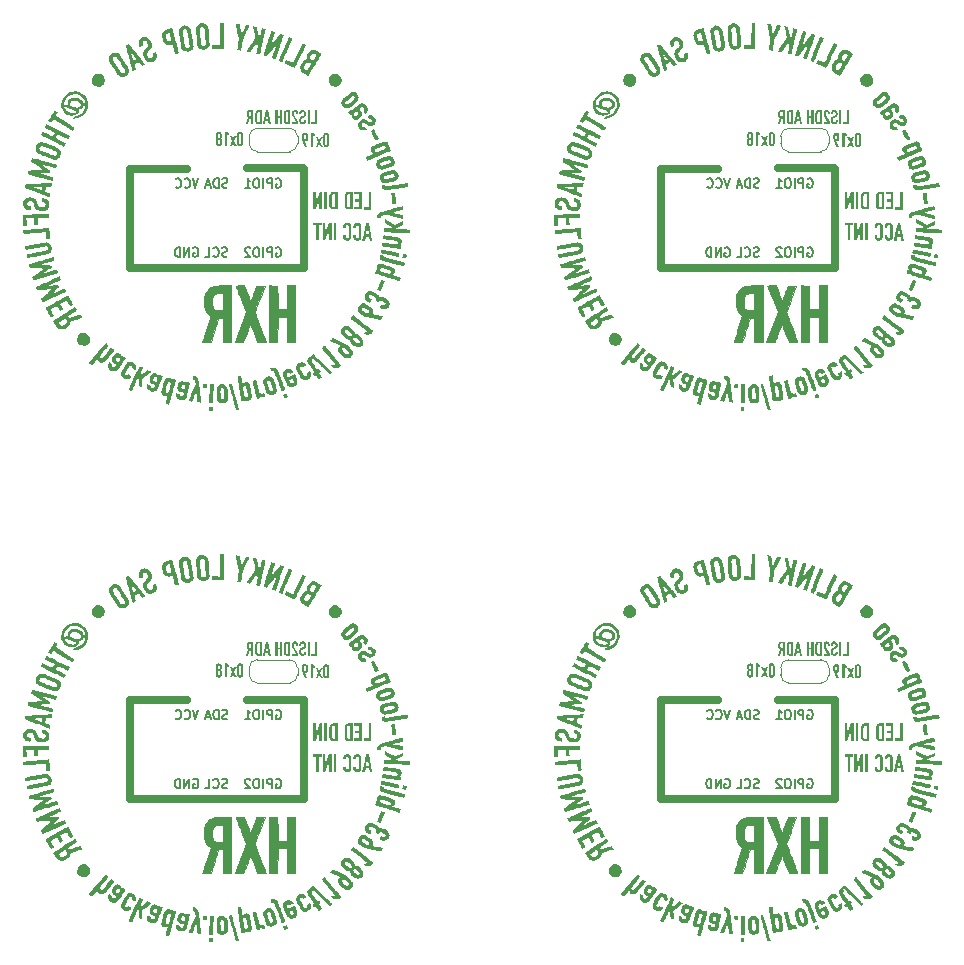
<source format=gbo>
%TF.GenerationSoftware,KiCad,Pcbnew,8.99.0-2433-g53022ab347*%
%TF.CreationDate,2024-09-29T16:39:52+02:00*%
%TF.ProjectId,BlinkyLoopSAO_2x2_panel,426c696e-6b79-44c6-9f6f-7053414f5f32,1.0*%
%TF.SameCoordinates,PX2faf080PY2faf080*%
%TF.FileFunction,Legend,Bot*%
%TF.FilePolarity,Positive*%
%FSLAX46Y46*%
G04 Gerber Fmt 4.6, Leading zero omitted, Abs format (unit mm)*
G04 Created by KiCad (PCBNEW 8.99.0-2433-g53022ab347) date 2024-09-29 16:39:52*
%MOMM*%
%LPD*%
G01*
G04 APERTURE LIST*
%ADD10C,0.200000*%
%ADD11C,0.300000*%
%ADD12C,0.150000*%
%ADD13C,0.700000*%
%ADD14C,0.000000*%
%ADD15C,0.120000*%
%ADD16C,0.010000*%
G04 APERTURE END LIST*
D10*
G36*
X27037689Y-17817532D02*
G01*
X27084870Y-17830755D01*
X27128449Y-17852453D01*
X27166423Y-17882046D01*
X27197975Y-17918773D01*
X27222770Y-17962793D01*
X27238274Y-18012122D01*
X27243726Y-18070357D01*
X27243726Y-18773191D01*
X27238277Y-18831372D01*
X27222770Y-18880755D01*
X27197980Y-18924714D01*
X27166423Y-18961429D01*
X27128449Y-18991022D01*
X27084870Y-19012720D01*
X27037689Y-19025943D01*
X26988150Y-19030378D01*
X26938675Y-19025944D01*
X26891503Y-19012720D01*
X26847925Y-18991022D01*
X26809951Y-18961429D01*
X26778452Y-18924719D01*
X26753677Y-18880755D01*
X26738060Y-18831363D01*
X26732575Y-18773191D01*
X26732575Y-18070357D01*
X26732582Y-18070284D01*
X26903960Y-18070284D01*
X26903960Y-18773117D01*
X26909990Y-18807311D01*
X26927554Y-18834520D01*
X26954094Y-18852623D01*
X26988077Y-18858847D01*
X27022199Y-18852619D01*
X27048820Y-18834520D01*
X27066327Y-18807316D01*
X27072341Y-18773117D01*
X27072341Y-18070284D01*
X27066327Y-18036161D01*
X27048820Y-18009028D01*
X27022193Y-17990872D01*
X26988077Y-17984628D01*
X26954100Y-17990868D01*
X26927554Y-18009028D01*
X26909990Y-18036167D01*
X26903960Y-18070284D01*
X26732582Y-18070284D01*
X26738063Y-18012131D01*
X26753677Y-17962793D01*
X26778457Y-17918767D01*
X26809951Y-17882046D01*
X26847925Y-17852453D01*
X26891503Y-17830755D01*
X26938675Y-17817531D01*
X26988150Y-17813096D01*
X27037689Y-17817532D01*
G37*
G36*
X26693593Y-19021000D02*
G01*
X26483593Y-18585026D01*
X26683555Y-18167517D01*
X26502058Y-18167517D01*
X26396252Y-18409904D01*
X26290373Y-18167517D01*
X26108949Y-18167517D01*
X26312281Y-18585026D01*
X26098911Y-19021000D01*
X26280334Y-19021000D01*
X26396252Y-18760075D01*
X26512170Y-19021000D01*
X26693593Y-19021000D01*
G37*
G36*
X25860334Y-19021000D02*
G01*
X25860334Y-18006610D01*
X26031500Y-18132566D01*
X26031500Y-17951143D01*
X25860334Y-17825187D01*
X25688949Y-17825187D01*
X25688949Y-19021000D01*
X25860334Y-19021000D01*
G37*
G36*
X25234787Y-17819252D02*
G01*
X25286828Y-17837423D01*
X25332912Y-17866642D01*
X25370505Y-17905420D01*
X25398129Y-17947332D01*
X25417400Y-17992615D01*
X25429124Y-18052259D01*
X25432421Y-18135277D01*
X25432421Y-18225842D01*
X25430139Y-18261503D01*
X25423775Y-18291202D01*
X25412646Y-18318383D01*
X25396884Y-18342420D01*
X25347571Y-18390267D01*
X25376341Y-18414642D01*
X25396884Y-18437381D01*
X25412513Y-18462712D01*
X25423775Y-18492995D01*
X25430063Y-18526872D01*
X25432421Y-18571397D01*
X25432421Y-18685043D01*
X25432421Y-18776854D01*
X25427292Y-18840016D01*
X25412857Y-18885518D01*
X25389849Y-18924279D01*
X25355873Y-18964159D01*
X25308370Y-18999237D01*
X25251495Y-19022148D01*
X25179117Y-19030378D01*
X25106877Y-19022150D01*
X25050083Y-18999237D01*
X25002504Y-18964158D01*
X24968457Y-18924279D01*
X24945523Y-18885518D01*
X24931088Y-18840016D01*
X24925959Y-18776854D01*
X24925959Y-18685043D01*
X24925959Y-18571397D01*
X24927695Y-18538058D01*
X25094780Y-18538058D01*
X25094780Y-18774436D01*
X25101049Y-18807206D01*
X25119766Y-18834374D01*
X25146939Y-18852808D01*
X25177871Y-18858847D01*
X25208879Y-18852807D01*
X25236123Y-18834374D01*
X25254783Y-18807212D01*
X25261036Y-18774436D01*
X25261036Y-18538058D01*
X25254783Y-18505282D01*
X25236123Y-18478121D01*
X25208873Y-18459630D01*
X25177871Y-18453575D01*
X25146944Y-18459629D01*
X25119766Y-18478121D01*
X25101049Y-18505288D01*
X25094780Y-18538058D01*
X24927695Y-18538058D01*
X24928278Y-18526866D01*
X24934459Y-18492995D01*
X24945341Y-18462690D01*
X24960544Y-18437381D01*
X24980614Y-18414622D01*
X25008684Y-18390267D01*
X24959078Y-18342420D01*
X24943219Y-18318372D01*
X24932114Y-18291202D01*
X24925695Y-18261500D01*
X24923394Y-18225842D01*
X24923394Y-18135277D01*
X24925456Y-18068526D01*
X25094780Y-18068526D01*
X25094780Y-18243062D01*
X25101043Y-18275617D01*
X25119766Y-18302632D01*
X25146928Y-18320952D01*
X25177871Y-18326959D01*
X25208890Y-18320951D01*
X25236123Y-18302632D01*
X25254788Y-18275623D01*
X25261036Y-18243062D01*
X25261036Y-18068526D01*
X25254788Y-18035964D01*
X25236123Y-18008955D01*
X25208890Y-17990636D01*
X25177871Y-17984628D01*
X25146928Y-17990635D01*
X25119766Y-18008955D01*
X25101043Y-18035970D01*
X25094780Y-18068526D01*
X24925456Y-18068526D01*
X24925959Y-18052259D01*
X24936803Y-17992615D01*
X24956880Y-17947332D01*
X24985383Y-17905420D01*
X25022989Y-17866646D01*
X25069134Y-17837423D01*
X25121093Y-17819250D01*
X25177871Y-17813096D01*
X25234787Y-17819252D01*
G37*
D11*
G36*
X38195786Y-27022930D02*
G01*
X37981555Y-27022930D01*
X37918632Y-26697599D01*
X37626731Y-26697599D01*
X37563716Y-27022930D01*
X37349485Y-27022930D01*
X37466462Y-26498297D01*
X37666573Y-26498297D01*
X37880805Y-26498297D01*
X37775841Y-25956078D01*
X37771628Y-25956078D01*
X37666573Y-26498297D01*
X37466462Y-26498297D01*
X37683426Y-25525233D01*
X37861937Y-25525233D01*
X38195786Y-27022930D01*
G37*
G36*
X36566015Y-26592452D02*
G01*
X36566015Y-26684959D01*
X36572611Y-26752698D01*
X36592210Y-26816301D01*
X36623412Y-26874932D01*
X36664475Y-26926577D01*
X36714453Y-26969858D01*
X36772553Y-27003330D01*
X36836347Y-27024547D01*
X36905543Y-27031723D01*
X36966370Y-27027580D01*
X37029282Y-27014870D01*
X37088925Y-26991748D01*
X37142397Y-26955977D01*
X37187629Y-26908755D01*
X37225196Y-26847808D01*
X37248861Y-26776058D01*
X37257711Y-26678640D01*
X37257711Y-25854778D01*
X37251312Y-25783189D01*
X37232615Y-25718216D01*
X37202010Y-25659080D01*
X37161265Y-25608948D01*
X37111112Y-25567938D01*
X37051264Y-25536407D01*
X36984859Y-25516876D01*
X36909756Y-25510121D01*
X36835801Y-25516669D01*
X36771379Y-25535472D01*
X36714697Y-25566043D01*
X36664475Y-25608948D01*
X36623660Y-25661251D01*
X36592210Y-25723436D01*
X36572705Y-25791768D01*
X36566015Y-25867418D01*
X36566015Y-25951498D01*
X36780246Y-25951498D01*
X36780246Y-25879965D01*
X36789301Y-25820689D01*
X36815784Y-25770789D01*
X36842295Y-25745064D01*
X36873774Y-25729825D01*
X36911863Y-25724535D01*
X36962016Y-25730900D01*
X36995608Y-25747674D01*
X37017376Y-25773903D01*
X37036426Y-25827332D01*
X37043479Y-25898925D01*
X37043479Y-26663985D01*
X37036034Y-26725289D01*
X37015269Y-26773162D01*
X36992928Y-26796676D01*
X36960421Y-26811686D01*
X36913969Y-26817308D01*
X36869090Y-26809981D01*
X36824118Y-26785801D01*
X36807446Y-26766514D01*
X36792886Y-26739548D01*
X36783675Y-26708006D01*
X36780246Y-26666092D01*
X36780246Y-26592452D01*
X36566015Y-26592452D01*
G37*
G36*
X35711653Y-26592452D02*
G01*
X35711653Y-26684959D01*
X35718249Y-26752698D01*
X35737848Y-26816301D01*
X35769051Y-26874932D01*
X35810114Y-26926577D01*
X35860092Y-26969858D01*
X35918191Y-27003330D01*
X35981986Y-27024547D01*
X36051181Y-27031723D01*
X36112009Y-27027580D01*
X36174921Y-27014870D01*
X36234564Y-26991748D01*
X36288036Y-26955977D01*
X36333268Y-26908755D01*
X36370834Y-26847808D01*
X36394500Y-26776058D01*
X36403349Y-26678640D01*
X36403349Y-25854778D01*
X36396951Y-25783189D01*
X36378253Y-25718216D01*
X36347648Y-25659080D01*
X36306904Y-25608948D01*
X36256751Y-25567938D01*
X36196903Y-25536407D01*
X36130498Y-25516876D01*
X36055395Y-25510121D01*
X35981439Y-25516669D01*
X35917018Y-25535472D01*
X35860335Y-25566043D01*
X35810114Y-25608948D01*
X35769299Y-25661251D01*
X35737848Y-25723436D01*
X35718344Y-25791768D01*
X35711653Y-25867418D01*
X35711653Y-25951498D01*
X35925885Y-25951498D01*
X35925885Y-25879965D01*
X35934940Y-25820689D01*
X35961422Y-25770789D01*
X35987933Y-25745064D01*
X36019413Y-25729825D01*
X36057501Y-25724535D01*
X36107655Y-25730900D01*
X36141246Y-25747674D01*
X36163014Y-25773903D01*
X36182065Y-25827332D01*
X36189118Y-25898925D01*
X36189118Y-26663985D01*
X36181673Y-26725289D01*
X36160908Y-26773162D01*
X36138566Y-26796676D01*
X36106060Y-26811686D01*
X36059608Y-26817308D01*
X36014728Y-26809981D01*
X35969757Y-26785801D01*
X35953084Y-26766514D01*
X35938524Y-26739548D01*
X35929313Y-26708006D01*
X35925885Y-26666092D01*
X35925885Y-26592452D01*
X35711653Y-26592452D01*
G37*
G36*
X35141591Y-27020000D02*
G01*
X35141591Y-25525233D01*
X34927359Y-25525233D01*
X34927359Y-27020000D01*
X35141591Y-27020000D01*
G37*
G36*
X34725401Y-27020000D02*
G01*
X34725401Y-25525233D01*
X34521611Y-25525233D01*
X34191974Y-26425848D01*
X34191974Y-25525233D01*
X33977743Y-25525233D01*
X33977743Y-27020000D01*
X34177411Y-27020000D01*
X34511169Y-26121491D01*
X34511169Y-27020000D01*
X34725401Y-27020000D01*
G37*
G36*
X33644168Y-27020000D02*
G01*
X33644168Y-25724535D01*
X33893021Y-25724535D01*
X33893021Y-25525233D01*
X33183740Y-25525233D01*
X33183740Y-25724535D01*
X33429937Y-25724535D01*
X33429937Y-27020000D01*
X33644168Y-27020000D01*
G37*
G36*
X38075348Y-24398388D02*
G01*
X38075348Y-22900233D01*
X37861117Y-22900233D01*
X37861117Y-24183974D01*
X37436409Y-24183974D01*
X37436409Y-24398388D01*
X38075348Y-24398388D01*
G37*
G36*
X37298656Y-24395000D02*
G01*
X37298656Y-22900233D01*
X36659717Y-22900233D01*
X36659717Y-23099535D01*
X37084425Y-23099535D01*
X37084425Y-23539173D01*
X36715404Y-23539173D01*
X36715404Y-23738475D01*
X37084425Y-23738475D01*
X37084425Y-24180585D01*
X36659717Y-24180585D01*
X36659717Y-24395000D01*
X37298656Y-24395000D01*
G37*
G36*
X36521964Y-24395000D02*
G01*
X36224385Y-24395000D01*
X36128944Y-24387902D01*
X36050294Y-24368111D01*
X35985408Y-24337104D01*
X35931934Y-24295257D01*
X35890016Y-24242702D01*
X35858377Y-24175908D01*
X35837779Y-24091617D01*
X35830268Y-23985679D01*
X35830268Y-23286564D01*
X35830382Y-23285007D01*
X36044500Y-23285007D01*
X36044500Y-24008119D01*
X36049497Y-24071887D01*
X36062657Y-24117846D01*
X36082144Y-24150360D01*
X36110510Y-24174146D01*
X36151465Y-24189783D01*
X36209547Y-24195697D01*
X36307732Y-24195697D01*
X36307732Y-23099535D01*
X36209547Y-23099535D01*
X36148918Y-23105935D01*
X36107542Y-23122668D01*
X36080037Y-23147987D01*
X36054312Y-23203004D01*
X36044500Y-23285007D01*
X35830382Y-23285007D01*
X35837036Y-23194133D01*
X35855950Y-23117502D01*
X35885630Y-23053878D01*
X35925706Y-23001075D01*
X35976301Y-22958676D01*
X36038092Y-22927371D01*
X36113431Y-22907403D01*
X36205425Y-22900233D01*
X36521964Y-22900233D01*
X36521964Y-24395000D01*
G37*
G36*
X35238224Y-24395000D02*
G01*
X34940644Y-24395000D01*
X34845203Y-24387902D01*
X34766554Y-24368111D01*
X34701667Y-24337104D01*
X34648194Y-24295257D01*
X34606276Y-24242702D01*
X34574636Y-24175908D01*
X34554039Y-24091617D01*
X34546528Y-23985679D01*
X34546528Y-23286564D01*
X34546642Y-23285007D01*
X34760759Y-23285007D01*
X34760759Y-24008119D01*
X34765757Y-24071887D01*
X34778916Y-24117846D01*
X34798403Y-24150360D01*
X34826770Y-24174146D01*
X34867724Y-24189783D01*
X34925806Y-24195697D01*
X35023992Y-24195697D01*
X35023992Y-23099535D01*
X34925806Y-23099535D01*
X34865177Y-23105935D01*
X34823802Y-23122668D01*
X34796297Y-23147987D01*
X34770572Y-23203004D01*
X34760759Y-23285007D01*
X34546642Y-23285007D01*
X34553295Y-23194133D01*
X34572209Y-23117502D01*
X34601890Y-23053878D01*
X34641966Y-23001075D01*
X34692561Y-22958676D01*
X34754352Y-22927371D01*
X34829691Y-22907403D01*
X34921685Y-22900233D01*
X35238224Y-22900233D01*
X35238224Y-24395000D01*
G37*
G36*
X34338433Y-24395000D02*
G01*
X34338433Y-22900233D01*
X34124201Y-22900233D01*
X34124201Y-24395000D01*
X34338433Y-24395000D01*
G37*
G36*
X33922243Y-24395000D02*
G01*
X33922243Y-22900233D01*
X33718453Y-22900233D01*
X33388817Y-23800848D01*
X33388817Y-22900233D01*
X33174585Y-22900233D01*
X33174585Y-24395000D01*
X33374254Y-24395000D01*
X33708012Y-23496491D01*
X33708012Y-24395000D01*
X33922243Y-24395000D01*
G37*
D10*
G36*
X34337689Y-17892532D02*
G01*
X34384870Y-17905755D01*
X34428449Y-17927453D01*
X34466423Y-17957046D01*
X34497975Y-17993773D01*
X34522770Y-18037793D01*
X34538274Y-18087122D01*
X34543726Y-18145357D01*
X34543726Y-18848191D01*
X34538277Y-18906372D01*
X34522770Y-18955755D01*
X34497980Y-18999714D01*
X34466423Y-19036429D01*
X34428449Y-19066022D01*
X34384870Y-19087720D01*
X34337689Y-19100943D01*
X34288150Y-19105378D01*
X34238675Y-19100944D01*
X34191503Y-19087720D01*
X34147925Y-19066022D01*
X34109951Y-19036429D01*
X34078452Y-18999719D01*
X34053677Y-18955755D01*
X34038060Y-18906363D01*
X34032575Y-18848191D01*
X34032575Y-18145357D01*
X34032582Y-18145284D01*
X34203960Y-18145284D01*
X34203960Y-18848117D01*
X34209990Y-18882311D01*
X34227554Y-18909520D01*
X34254094Y-18927623D01*
X34288077Y-18933847D01*
X34322199Y-18927619D01*
X34348820Y-18909520D01*
X34366327Y-18882316D01*
X34372341Y-18848117D01*
X34372341Y-18145284D01*
X34366327Y-18111161D01*
X34348820Y-18084028D01*
X34322193Y-18065872D01*
X34288077Y-18059628D01*
X34254100Y-18065868D01*
X34227554Y-18084028D01*
X34209990Y-18111167D01*
X34203960Y-18145284D01*
X34032582Y-18145284D01*
X34038063Y-18087131D01*
X34053677Y-18037793D01*
X34078457Y-17993767D01*
X34109951Y-17957046D01*
X34147925Y-17927453D01*
X34191503Y-17905755D01*
X34238675Y-17892531D01*
X34288150Y-17888096D01*
X34337689Y-17892532D01*
G37*
G36*
X33993593Y-19096000D02*
G01*
X33783593Y-18660026D01*
X33983555Y-18242517D01*
X33802058Y-18242517D01*
X33696252Y-18484904D01*
X33590373Y-18242517D01*
X33408949Y-18242517D01*
X33612281Y-18660026D01*
X33398911Y-19096000D01*
X33580334Y-19096000D01*
X33696252Y-18835075D01*
X33812170Y-19096000D01*
X33993593Y-19096000D01*
G37*
G36*
X33160334Y-19096000D02*
G01*
X33160334Y-18081610D01*
X33331500Y-18207566D01*
X33331500Y-18026143D01*
X33160334Y-17900187D01*
X32988949Y-17900187D01*
X32988949Y-19096000D01*
X33160334Y-19096000D01*
G37*
G36*
X32546360Y-17895853D02*
G01*
X32606025Y-17918358D01*
X32657073Y-17954901D01*
X32696737Y-18004234D01*
X32716301Y-18042922D01*
X32727292Y-18086666D01*
X32732421Y-18151439D01*
X32732421Y-18248233D01*
X32732421Y-18365176D01*
X32727292Y-18441673D01*
X32717180Y-18491352D01*
X32698496Y-18527549D01*
X32672608Y-18557886D01*
X32637459Y-18583090D01*
X32596841Y-18599435D01*
X32552609Y-18604925D01*
X32506008Y-18600748D01*
X32479630Y-18589757D01*
X32476259Y-18593128D01*
X32671311Y-19096000D01*
X32479556Y-19096000D01*
X32252264Y-18493697D01*
X32237829Y-18449147D01*
X32226765Y-18401153D01*
X32223394Y-18339824D01*
X32223394Y-18248159D01*
X32223394Y-18151439D01*
X32223706Y-18145431D01*
X32394780Y-18145431D01*
X32394780Y-18367667D01*
X32401220Y-18403061D01*
X32419766Y-18429949D01*
X32446872Y-18447695D01*
X32477871Y-18453543D01*
X32508946Y-18447694D01*
X32536123Y-18429949D01*
X32554611Y-18403068D01*
X32561036Y-18367667D01*
X32561036Y-18145431D01*
X32554609Y-18110043D01*
X32536123Y-18083222D01*
X32508946Y-18065478D01*
X32477871Y-18059628D01*
X32446872Y-18065477D01*
X32419766Y-18083222D01*
X32401223Y-18110049D01*
X32394780Y-18145431D01*
X32223706Y-18145431D01*
X32226765Y-18086593D01*
X32240394Y-18042849D01*
X32260764Y-18004161D01*
X32300170Y-17956033D01*
X32350669Y-17919237D01*
X32409573Y-17896092D01*
X32477871Y-17888096D01*
X32546360Y-17895853D01*
G37*
D11*
G36*
X33520279Y-17173711D02*
G01*
X33520279Y-15975187D01*
X33348893Y-15975187D01*
X33348893Y-17002179D01*
X33009127Y-17002179D01*
X33009127Y-17173711D01*
X33520279Y-17173711D01*
G37*
G36*
X32894235Y-17171000D02*
G01*
X32894235Y-15975187D01*
X32722850Y-15975187D01*
X32722850Y-17171000D01*
X32894235Y-17171000D01*
G37*
G36*
X32000673Y-16317884D02*
G01*
X32172058Y-16317884D01*
X32172058Y-16279196D01*
X32179232Y-16223444D01*
X32199755Y-16177493D01*
X32221427Y-16154366D01*
X32251492Y-16139931D01*
X32292885Y-16134628D01*
X32325879Y-16138279D01*
X32349891Y-16148110D01*
X32369743Y-16163322D01*
X32385136Y-16181669D01*
X32396352Y-16204747D01*
X32403600Y-16231275D01*
X32408656Y-16289234D01*
X32406165Y-16348145D01*
X32393489Y-16390204D01*
X32381345Y-16407201D01*
X32364180Y-16422151D01*
X32311277Y-16448969D01*
X32180338Y-16501139D01*
X32127005Y-16525837D01*
X32088014Y-16552430D01*
X32056330Y-16584357D01*
X32032620Y-16620501D01*
X32017329Y-16662725D01*
X32007414Y-16712165D01*
X32000673Y-16828962D01*
X32004589Y-16903061D01*
X32015840Y-16969426D01*
X32036066Y-17030405D01*
X32064567Y-17079482D01*
X32105007Y-17121176D01*
X32157184Y-17153487D01*
X32218279Y-17173188D01*
X32296769Y-17180378D01*
X32357370Y-17174829D01*
X32412833Y-17158543D01*
X32463190Y-17132223D01*
X32505376Y-17097946D01*
X32539916Y-17056309D01*
X32566706Y-17008041D01*
X32583636Y-16954961D01*
X32589420Y-16896226D01*
X32589420Y-16832332D01*
X32418035Y-16832332D01*
X32418035Y-16886188D01*
X32411093Y-16930884D01*
X32390265Y-16971038D01*
X32368929Y-16991154D01*
X32338801Y-17004043D01*
X32296769Y-17008847D01*
X32255647Y-17005292D01*
X32228478Y-16996244D01*
X32206777Y-16980883D01*
X32190596Y-16960120D01*
X32180054Y-16934907D01*
X32174623Y-16903773D01*
X32172058Y-16830647D01*
X32175429Y-16753344D01*
X32180795Y-16724839D01*
X32188838Y-16704545D01*
X32202448Y-16687819D01*
X32219905Y-16674356D01*
X32271123Y-16649077D01*
X32393635Y-16598592D01*
X32463321Y-16562581D01*
X32511375Y-16522519D01*
X32542306Y-16478424D01*
X32562442Y-16427174D01*
X32575391Y-16365370D01*
X32580041Y-16290919D01*
X32575358Y-16224931D01*
X32561577Y-16163205D01*
X32538144Y-16106198D01*
X32506182Y-16059011D01*
X32466510Y-16019999D01*
X32416350Y-15989182D01*
X32358351Y-15969990D01*
X32286217Y-15963096D01*
X32224432Y-15969136D01*
X32169494Y-15986690D01*
X32119795Y-16014228D01*
X32077976Y-16048899D01*
X32034435Y-16106321D01*
X32009151Y-16167335D01*
X32000673Y-16233766D01*
X32000673Y-16317884D01*
G37*
G36*
X31898897Y-17171000D02*
G01*
X31898897Y-17009579D01*
X31591371Y-16425741D01*
X31572285Y-16382617D01*
X31564626Y-16349171D01*
X31561256Y-16267545D01*
X31561256Y-16221310D01*
X31563461Y-16197825D01*
X31569682Y-16178299D01*
X31580102Y-16161371D01*
X31594888Y-16147231D01*
X31614111Y-16138136D01*
X31643541Y-16134628D01*
X31678988Y-16140379D01*
X31704870Y-16156464D01*
X31721409Y-16182137D01*
X31727512Y-16220357D01*
X31727512Y-16318030D01*
X31898897Y-16318030D01*
X31898897Y-16223801D01*
X31893818Y-16171386D01*
X31878820Y-16122905D01*
X31854879Y-16078604D01*
X31823572Y-16040473D01*
X31787001Y-16008914D01*
X31743192Y-15984126D01*
X31694883Y-15968407D01*
X31642735Y-15963096D01*
X31578963Y-15969546D01*
X31528063Y-15987496D01*
X31484199Y-16016381D01*
X31448489Y-16053955D01*
X31422549Y-16098531D01*
X31404159Y-16149869D01*
X31393515Y-16204814D01*
X31389870Y-16264248D01*
X31389870Y-16337448D01*
X31394926Y-16393794D01*
X31411852Y-16447650D01*
X31443946Y-16513229D01*
X31697250Y-16999468D01*
X31387745Y-16999468D01*
X31387745Y-17171000D01*
X31898897Y-17171000D01*
G37*
G36*
X31250579Y-17171000D02*
G01*
X31012515Y-17171000D01*
X30936162Y-17165322D01*
X30873243Y-17149488D01*
X30821334Y-17124683D01*
X30778555Y-17091205D01*
X30745021Y-17049162D01*
X30719709Y-16995727D01*
X30703231Y-16928293D01*
X30697222Y-16843543D01*
X30697222Y-16284251D01*
X30697313Y-16283006D01*
X30868607Y-16283006D01*
X30868607Y-16861495D01*
X30872605Y-16912510D01*
X30883133Y-16949277D01*
X30898722Y-16975288D01*
X30921416Y-16994317D01*
X30954179Y-17006826D01*
X31000645Y-17011558D01*
X31079193Y-17011558D01*
X31079193Y-16134628D01*
X31000645Y-16134628D01*
X30952142Y-16139748D01*
X30919041Y-16153135D01*
X30897037Y-16173390D01*
X30876457Y-16217403D01*
X30868607Y-16283006D01*
X30697313Y-16283006D01*
X30702636Y-16210306D01*
X30717767Y-16149001D01*
X30741512Y-16098102D01*
X30773572Y-16055860D01*
X30814048Y-16021941D01*
X30863481Y-15996897D01*
X30923753Y-15980922D01*
X30997348Y-15975187D01*
X31250579Y-15975187D01*
X31250579Y-17171000D01*
G37*
G36*
X30535436Y-17171000D02*
G01*
X30535436Y-15975187D01*
X30364050Y-15975187D01*
X30364050Y-16486338D01*
X30153464Y-16486338D01*
X30153464Y-15975187D01*
X29982079Y-15975187D01*
X29982079Y-17171000D01*
X30153464Y-17171000D01*
X30153464Y-16636401D01*
X30364050Y-16636401D01*
X30364050Y-17171000D01*
X30535436Y-17171000D01*
G37*
G36*
X29584794Y-17173344D02*
G01*
X29413408Y-17173344D01*
X29363070Y-16913079D01*
X29129549Y-16913079D01*
X29079138Y-17173344D01*
X28907752Y-17173344D01*
X29001334Y-16753637D01*
X29161423Y-16753637D01*
X29332808Y-16753637D01*
X29248838Y-16319862D01*
X29245467Y-16319862D01*
X29161423Y-16753637D01*
X29001334Y-16753637D01*
X29174905Y-15975187D01*
X29317714Y-15975187D01*
X29584794Y-17173344D01*
G37*
G36*
X28824954Y-17171000D02*
G01*
X28586891Y-17171000D01*
X28510538Y-17165322D01*
X28447618Y-17149488D01*
X28395709Y-17124683D01*
X28352930Y-17091205D01*
X28319396Y-17049162D01*
X28294084Y-16995727D01*
X28277607Y-16928293D01*
X28271598Y-16843543D01*
X28271598Y-16284251D01*
X28271689Y-16283006D01*
X28442983Y-16283006D01*
X28442983Y-16861495D01*
X28446981Y-16912510D01*
X28457508Y-16949277D01*
X28473098Y-16975288D01*
X28495791Y-16994317D01*
X28528555Y-17006826D01*
X28575020Y-17011558D01*
X28653569Y-17011558D01*
X28653569Y-16134628D01*
X28575020Y-16134628D01*
X28526517Y-16139748D01*
X28493417Y-16153135D01*
X28471413Y-16173390D01*
X28450833Y-16217403D01*
X28442983Y-16283006D01*
X28271689Y-16283006D01*
X28277011Y-16210306D01*
X28292143Y-16149001D01*
X28315887Y-16098102D01*
X28347948Y-16055860D01*
X28388424Y-16021941D01*
X28437857Y-15996897D01*
X28498128Y-15980922D01*
X28571723Y-15975187D01*
X28824954Y-15975187D01*
X28824954Y-17171000D01*
G37*
G36*
X28109811Y-17171000D02*
G01*
X27938426Y-17171000D01*
X27938426Y-16659848D01*
X27836430Y-16659848D01*
X27677501Y-17171000D01*
X27496078Y-17171000D01*
X27680872Y-16624824D01*
X27630187Y-16590337D01*
X27592398Y-16550750D01*
X27565760Y-16505609D01*
X27548219Y-16455318D01*
X27537004Y-16395964D01*
X27533007Y-16325944D01*
X27533285Y-16322207D01*
X27704392Y-16322207D01*
X27709375Y-16402441D01*
X27716765Y-16435295D01*
X27727766Y-16460766D01*
X27745581Y-16481513D01*
X27769605Y-16497109D01*
X27798958Y-16506253D01*
X27841486Y-16509785D01*
X27938426Y-16509785D01*
X27938426Y-16134628D01*
X27849839Y-16134628D01*
X27792905Y-16140873D01*
X27754541Y-16157164D01*
X27729452Y-16181889D01*
X27717099Y-16208989D01*
X27709375Y-16241973D01*
X27704392Y-16322207D01*
X27533285Y-16322207D01*
X27540637Y-16223274D01*
X27561318Y-16143991D01*
X27592764Y-16083242D01*
X27634228Y-16037320D01*
X27686595Y-16004005D01*
X27752258Y-15982836D01*
X27834818Y-15975187D01*
X28109811Y-15975187D01*
X28109811Y-17171000D01*
G37*
D10*
G36*
X72037689Y-17817532D02*
G01*
X72084870Y-17830755D01*
X72128449Y-17852453D01*
X72166423Y-17882046D01*
X72197975Y-17918773D01*
X72222770Y-17962793D01*
X72238274Y-18012122D01*
X72243726Y-18070357D01*
X72243726Y-18773191D01*
X72238277Y-18831372D01*
X72222770Y-18880755D01*
X72197980Y-18924714D01*
X72166423Y-18961429D01*
X72128449Y-18991022D01*
X72084870Y-19012720D01*
X72037689Y-19025943D01*
X71988150Y-19030378D01*
X71938675Y-19025944D01*
X71891503Y-19012720D01*
X71847925Y-18991022D01*
X71809951Y-18961429D01*
X71778452Y-18924719D01*
X71753677Y-18880755D01*
X71738060Y-18831363D01*
X71732575Y-18773191D01*
X71732575Y-18070357D01*
X71732582Y-18070284D01*
X71903960Y-18070284D01*
X71903960Y-18773117D01*
X71909990Y-18807311D01*
X71927554Y-18834520D01*
X71954094Y-18852623D01*
X71988077Y-18858847D01*
X72022199Y-18852619D01*
X72048820Y-18834520D01*
X72066327Y-18807316D01*
X72072341Y-18773117D01*
X72072341Y-18070284D01*
X72066327Y-18036161D01*
X72048820Y-18009028D01*
X72022193Y-17990872D01*
X71988077Y-17984628D01*
X71954100Y-17990868D01*
X71927554Y-18009028D01*
X71909990Y-18036167D01*
X71903960Y-18070284D01*
X71732582Y-18070284D01*
X71738063Y-18012131D01*
X71753677Y-17962793D01*
X71778457Y-17918767D01*
X71809951Y-17882046D01*
X71847925Y-17852453D01*
X71891503Y-17830755D01*
X71938675Y-17817531D01*
X71988150Y-17813096D01*
X72037689Y-17817532D01*
G37*
G36*
X71693593Y-19021000D02*
G01*
X71483593Y-18585026D01*
X71683555Y-18167517D01*
X71502058Y-18167517D01*
X71396252Y-18409904D01*
X71290373Y-18167517D01*
X71108949Y-18167517D01*
X71312281Y-18585026D01*
X71098911Y-19021000D01*
X71280334Y-19021000D01*
X71396252Y-18760075D01*
X71512170Y-19021000D01*
X71693593Y-19021000D01*
G37*
G36*
X70860334Y-19021000D02*
G01*
X70860334Y-18006610D01*
X71031500Y-18132566D01*
X71031500Y-17951143D01*
X70860334Y-17825187D01*
X70688949Y-17825187D01*
X70688949Y-19021000D01*
X70860334Y-19021000D01*
G37*
G36*
X70234787Y-17819252D02*
G01*
X70286828Y-17837423D01*
X70332912Y-17866642D01*
X70370505Y-17905420D01*
X70398129Y-17947332D01*
X70417400Y-17992615D01*
X70429124Y-18052259D01*
X70432421Y-18135277D01*
X70432421Y-18225842D01*
X70430139Y-18261503D01*
X70423775Y-18291202D01*
X70412646Y-18318383D01*
X70396884Y-18342420D01*
X70347571Y-18390267D01*
X70376341Y-18414642D01*
X70396884Y-18437381D01*
X70412513Y-18462712D01*
X70423775Y-18492995D01*
X70430063Y-18526872D01*
X70432421Y-18571397D01*
X70432421Y-18685043D01*
X70432421Y-18776854D01*
X70427292Y-18840016D01*
X70412857Y-18885518D01*
X70389849Y-18924279D01*
X70355873Y-18964159D01*
X70308370Y-18999237D01*
X70251495Y-19022148D01*
X70179117Y-19030378D01*
X70106877Y-19022150D01*
X70050083Y-18999237D01*
X70002504Y-18964158D01*
X69968457Y-18924279D01*
X69945523Y-18885518D01*
X69931088Y-18840016D01*
X69925959Y-18776854D01*
X69925959Y-18685043D01*
X69925959Y-18571397D01*
X69927695Y-18538058D01*
X70094780Y-18538058D01*
X70094780Y-18774436D01*
X70101049Y-18807206D01*
X70119766Y-18834374D01*
X70146939Y-18852808D01*
X70177871Y-18858847D01*
X70208879Y-18852807D01*
X70236123Y-18834374D01*
X70254783Y-18807212D01*
X70261036Y-18774436D01*
X70261036Y-18538058D01*
X70254783Y-18505282D01*
X70236123Y-18478121D01*
X70208873Y-18459630D01*
X70177871Y-18453575D01*
X70146944Y-18459629D01*
X70119766Y-18478121D01*
X70101049Y-18505288D01*
X70094780Y-18538058D01*
X69927695Y-18538058D01*
X69928278Y-18526866D01*
X69934459Y-18492995D01*
X69945341Y-18462690D01*
X69960544Y-18437381D01*
X69980614Y-18414622D01*
X70008684Y-18390267D01*
X69959078Y-18342420D01*
X69943219Y-18318372D01*
X69932114Y-18291202D01*
X69925695Y-18261500D01*
X69923394Y-18225842D01*
X69923394Y-18135277D01*
X69925456Y-18068526D01*
X70094780Y-18068526D01*
X70094780Y-18243062D01*
X70101043Y-18275617D01*
X70119766Y-18302632D01*
X70146928Y-18320952D01*
X70177871Y-18326959D01*
X70208890Y-18320951D01*
X70236123Y-18302632D01*
X70254788Y-18275623D01*
X70261036Y-18243062D01*
X70261036Y-18068526D01*
X70254788Y-18035964D01*
X70236123Y-18008955D01*
X70208890Y-17990636D01*
X70177871Y-17984628D01*
X70146928Y-17990635D01*
X70119766Y-18008955D01*
X70101043Y-18035970D01*
X70094780Y-18068526D01*
X69925456Y-18068526D01*
X69925959Y-18052259D01*
X69936803Y-17992615D01*
X69956880Y-17947332D01*
X69985383Y-17905420D01*
X70022989Y-17866646D01*
X70069134Y-17837423D01*
X70121093Y-17819250D01*
X70177871Y-17813096D01*
X70234787Y-17819252D01*
G37*
D11*
G36*
X83195786Y-27022930D02*
G01*
X82981555Y-27022930D01*
X82918632Y-26697599D01*
X82626731Y-26697599D01*
X82563716Y-27022930D01*
X82349485Y-27022930D01*
X82466462Y-26498297D01*
X82666573Y-26498297D01*
X82880805Y-26498297D01*
X82775841Y-25956078D01*
X82771628Y-25956078D01*
X82666573Y-26498297D01*
X82466462Y-26498297D01*
X82683426Y-25525233D01*
X82861937Y-25525233D01*
X83195786Y-27022930D01*
G37*
G36*
X81566015Y-26592452D02*
G01*
X81566015Y-26684959D01*
X81572611Y-26752698D01*
X81592210Y-26816301D01*
X81623412Y-26874932D01*
X81664475Y-26926577D01*
X81714453Y-26969858D01*
X81772553Y-27003330D01*
X81836347Y-27024547D01*
X81905543Y-27031723D01*
X81966370Y-27027580D01*
X82029282Y-27014870D01*
X82088925Y-26991748D01*
X82142397Y-26955977D01*
X82187629Y-26908755D01*
X82225196Y-26847808D01*
X82248861Y-26776058D01*
X82257711Y-26678640D01*
X82257711Y-25854778D01*
X82251312Y-25783189D01*
X82232615Y-25718216D01*
X82202010Y-25659080D01*
X82161265Y-25608948D01*
X82111112Y-25567938D01*
X82051264Y-25536407D01*
X81984859Y-25516876D01*
X81909756Y-25510121D01*
X81835801Y-25516669D01*
X81771379Y-25535472D01*
X81714697Y-25566043D01*
X81664475Y-25608948D01*
X81623660Y-25661251D01*
X81592210Y-25723436D01*
X81572705Y-25791768D01*
X81566015Y-25867418D01*
X81566015Y-25951498D01*
X81780246Y-25951498D01*
X81780246Y-25879965D01*
X81789301Y-25820689D01*
X81815784Y-25770789D01*
X81842295Y-25745064D01*
X81873774Y-25729825D01*
X81911863Y-25724535D01*
X81962016Y-25730900D01*
X81995608Y-25747674D01*
X82017376Y-25773903D01*
X82036426Y-25827332D01*
X82043479Y-25898925D01*
X82043479Y-26663985D01*
X82036034Y-26725289D01*
X82015269Y-26773162D01*
X81992928Y-26796676D01*
X81960421Y-26811686D01*
X81913969Y-26817308D01*
X81869090Y-26809981D01*
X81824118Y-26785801D01*
X81807446Y-26766514D01*
X81792886Y-26739548D01*
X81783675Y-26708006D01*
X81780246Y-26666092D01*
X81780246Y-26592452D01*
X81566015Y-26592452D01*
G37*
G36*
X80711653Y-26592452D02*
G01*
X80711653Y-26684959D01*
X80718249Y-26752698D01*
X80737848Y-26816301D01*
X80769051Y-26874932D01*
X80810114Y-26926577D01*
X80860092Y-26969858D01*
X80918191Y-27003330D01*
X80981986Y-27024547D01*
X81051181Y-27031723D01*
X81112009Y-27027580D01*
X81174921Y-27014870D01*
X81234564Y-26991748D01*
X81288036Y-26955977D01*
X81333268Y-26908755D01*
X81370834Y-26847808D01*
X81394500Y-26776058D01*
X81403349Y-26678640D01*
X81403349Y-25854778D01*
X81396951Y-25783189D01*
X81378253Y-25718216D01*
X81347648Y-25659080D01*
X81306904Y-25608948D01*
X81256751Y-25567938D01*
X81196903Y-25536407D01*
X81130498Y-25516876D01*
X81055395Y-25510121D01*
X80981439Y-25516669D01*
X80917018Y-25535472D01*
X80860335Y-25566043D01*
X80810114Y-25608948D01*
X80769299Y-25661251D01*
X80737848Y-25723436D01*
X80718344Y-25791768D01*
X80711653Y-25867418D01*
X80711653Y-25951498D01*
X80925885Y-25951498D01*
X80925885Y-25879965D01*
X80934940Y-25820689D01*
X80961422Y-25770789D01*
X80987933Y-25745064D01*
X81019413Y-25729825D01*
X81057501Y-25724535D01*
X81107655Y-25730900D01*
X81141246Y-25747674D01*
X81163014Y-25773903D01*
X81182065Y-25827332D01*
X81189118Y-25898925D01*
X81189118Y-26663985D01*
X81181673Y-26725289D01*
X81160908Y-26773162D01*
X81138566Y-26796676D01*
X81106060Y-26811686D01*
X81059608Y-26817308D01*
X81014728Y-26809981D01*
X80969757Y-26785801D01*
X80953084Y-26766514D01*
X80938524Y-26739548D01*
X80929313Y-26708006D01*
X80925885Y-26666092D01*
X80925885Y-26592452D01*
X80711653Y-26592452D01*
G37*
G36*
X80141591Y-27020000D02*
G01*
X80141591Y-25525233D01*
X79927359Y-25525233D01*
X79927359Y-27020000D01*
X80141591Y-27020000D01*
G37*
G36*
X79725401Y-27020000D02*
G01*
X79725401Y-25525233D01*
X79521611Y-25525233D01*
X79191974Y-26425848D01*
X79191974Y-25525233D01*
X78977743Y-25525233D01*
X78977743Y-27020000D01*
X79177411Y-27020000D01*
X79511169Y-26121491D01*
X79511169Y-27020000D01*
X79725401Y-27020000D01*
G37*
G36*
X78644168Y-27020000D02*
G01*
X78644168Y-25724535D01*
X78893021Y-25724535D01*
X78893021Y-25525233D01*
X78183740Y-25525233D01*
X78183740Y-25724535D01*
X78429937Y-25724535D01*
X78429937Y-27020000D01*
X78644168Y-27020000D01*
G37*
G36*
X83075348Y-24398388D02*
G01*
X83075348Y-22900233D01*
X82861117Y-22900233D01*
X82861117Y-24183974D01*
X82436409Y-24183974D01*
X82436409Y-24398388D01*
X83075348Y-24398388D01*
G37*
G36*
X82298656Y-24395000D02*
G01*
X82298656Y-22900233D01*
X81659717Y-22900233D01*
X81659717Y-23099535D01*
X82084425Y-23099535D01*
X82084425Y-23539173D01*
X81715404Y-23539173D01*
X81715404Y-23738475D01*
X82084425Y-23738475D01*
X82084425Y-24180585D01*
X81659717Y-24180585D01*
X81659717Y-24395000D01*
X82298656Y-24395000D01*
G37*
G36*
X81521964Y-24395000D02*
G01*
X81224385Y-24395000D01*
X81128944Y-24387902D01*
X81050294Y-24368111D01*
X80985408Y-24337104D01*
X80931934Y-24295257D01*
X80890016Y-24242702D01*
X80858377Y-24175908D01*
X80837779Y-24091617D01*
X80830268Y-23985679D01*
X80830268Y-23286564D01*
X80830382Y-23285007D01*
X81044500Y-23285007D01*
X81044500Y-24008119D01*
X81049497Y-24071887D01*
X81062657Y-24117846D01*
X81082144Y-24150360D01*
X81110510Y-24174146D01*
X81151465Y-24189783D01*
X81209547Y-24195697D01*
X81307732Y-24195697D01*
X81307732Y-23099535D01*
X81209547Y-23099535D01*
X81148918Y-23105935D01*
X81107542Y-23122668D01*
X81080037Y-23147987D01*
X81054312Y-23203004D01*
X81044500Y-23285007D01*
X80830382Y-23285007D01*
X80837036Y-23194133D01*
X80855950Y-23117502D01*
X80885630Y-23053878D01*
X80925706Y-23001075D01*
X80976301Y-22958676D01*
X81038092Y-22927371D01*
X81113431Y-22907403D01*
X81205425Y-22900233D01*
X81521964Y-22900233D01*
X81521964Y-24395000D01*
G37*
G36*
X80238224Y-24395000D02*
G01*
X79940644Y-24395000D01*
X79845203Y-24387902D01*
X79766554Y-24368111D01*
X79701667Y-24337104D01*
X79648194Y-24295257D01*
X79606276Y-24242702D01*
X79574636Y-24175908D01*
X79554039Y-24091617D01*
X79546528Y-23985679D01*
X79546528Y-23286564D01*
X79546642Y-23285007D01*
X79760759Y-23285007D01*
X79760759Y-24008119D01*
X79765757Y-24071887D01*
X79778916Y-24117846D01*
X79798403Y-24150360D01*
X79826770Y-24174146D01*
X79867724Y-24189783D01*
X79925806Y-24195697D01*
X80023992Y-24195697D01*
X80023992Y-23099535D01*
X79925806Y-23099535D01*
X79865177Y-23105935D01*
X79823802Y-23122668D01*
X79796297Y-23147987D01*
X79770572Y-23203004D01*
X79760759Y-23285007D01*
X79546642Y-23285007D01*
X79553295Y-23194133D01*
X79572209Y-23117502D01*
X79601890Y-23053878D01*
X79641966Y-23001075D01*
X79692561Y-22958676D01*
X79754352Y-22927371D01*
X79829691Y-22907403D01*
X79921685Y-22900233D01*
X80238224Y-22900233D01*
X80238224Y-24395000D01*
G37*
G36*
X79338433Y-24395000D02*
G01*
X79338433Y-22900233D01*
X79124201Y-22900233D01*
X79124201Y-24395000D01*
X79338433Y-24395000D01*
G37*
G36*
X78922243Y-24395000D02*
G01*
X78922243Y-22900233D01*
X78718453Y-22900233D01*
X78388817Y-23800848D01*
X78388817Y-22900233D01*
X78174585Y-22900233D01*
X78174585Y-24395000D01*
X78374254Y-24395000D01*
X78708012Y-23496491D01*
X78708012Y-24395000D01*
X78922243Y-24395000D01*
G37*
D10*
G36*
X79337689Y-17892532D02*
G01*
X79384870Y-17905755D01*
X79428449Y-17927453D01*
X79466423Y-17957046D01*
X79497975Y-17993773D01*
X79522770Y-18037793D01*
X79538274Y-18087122D01*
X79543726Y-18145357D01*
X79543726Y-18848191D01*
X79538277Y-18906372D01*
X79522770Y-18955755D01*
X79497980Y-18999714D01*
X79466423Y-19036429D01*
X79428449Y-19066022D01*
X79384870Y-19087720D01*
X79337689Y-19100943D01*
X79288150Y-19105378D01*
X79238675Y-19100944D01*
X79191503Y-19087720D01*
X79147925Y-19066022D01*
X79109951Y-19036429D01*
X79078452Y-18999719D01*
X79053677Y-18955755D01*
X79038060Y-18906363D01*
X79032575Y-18848191D01*
X79032575Y-18145357D01*
X79032582Y-18145284D01*
X79203960Y-18145284D01*
X79203960Y-18848117D01*
X79209990Y-18882311D01*
X79227554Y-18909520D01*
X79254094Y-18927623D01*
X79288077Y-18933847D01*
X79322199Y-18927619D01*
X79348820Y-18909520D01*
X79366327Y-18882316D01*
X79372341Y-18848117D01*
X79372341Y-18145284D01*
X79366327Y-18111161D01*
X79348820Y-18084028D01*
X79322193Y-18065872D01*
X79288077Y-18059628D01*
X79254100Y-18065868D01*
X79227554Y-18084028D01*
X79209990Y-18111167D01*
X79203960Y-18145284D01*
X79032582Y-18145284D01*
X79038063Y-18087131D01*
X79053677Y-18037793D01*
X79078457Y-17993767D01*
X79109951Y-17957046D01*
X79147925Y-17927453D01*
X79191503Y-17905755D01*
X79238675Y-17892531D01*
X79288150Y-17888096D01*
X79337689Y-17892532D01*
G37*
G36*
X78993593Y-19096000D02*
G01*
X78783593Y-18660026D01*
X78983555Y-18242517D01*
X78802058Y-18242517D01*
X78696252Y-18484904D01*
X78590373Y-18242517D01*
X78408949Y-18242517D01*
X78612281Y-18660026D01*
X78398911Y-19096000D01*
X78580334Y-19096000D01*
X78696252Y-18835075D01*
X78812170Y-19096000D01*
X78993593Y-19096000D01*
G37*
G36*
X78160334Y-19096000D02*
G01*
X78160334Y-18081610D01*
X78331500Y-18207566D01*
X78331500Y-18026143D01*
X78160334Y-17900187D01*
X77988949Y-17900187D01*
X77988949Y-19096000D01*
X78160334Y-19096000D01*
G37*
G36*
X77546360Y-17895853D02*
G01*
X77606025Y-17918358D01*
X77657073Y-17954901D01*
X77696737Y-18004234D01*
X77716301Y-18042922D01*
X77727292Y-18086666D01*
X77732421Y-18151439D01*
X77732421Y-18248233D01*
X77732421Y-18365176D01*
X77727292Y-18441673D01*
X77717180Y-18491352D01*
X77698496Y-18527549D01*
X77672608Y-18557886D01*
X77637459Y-18583090D01*
X77596841Y-18599435D01*
X77552609Y-18604925D01*
X77506008Y-18600748D01*
X77479630Y-18589757D01*
X77476259Y-18593128D01*
X77671311Y-19096000D01*
X77479556Y-19096000D01*
X77252264Y-18493697D01*
X77237829Y-18449147D01*
X77226765Y-18401153D01*
X77223394Y-18339824D01*
X77223394Y-18248159D01*
X77223394Y-18151439D01*
X77223706Y-18145431D01*
X77394780Y-18145431D01*
X77394780Y-18367667D01*
X77401220Y-18403061D01*
X77419766Y-18429949D01*
X77446872Y-18447695D01*
X77477871Y-18453543D01*
X77508946Y-18447694D01*
X77536123Y-18429949D01*
X77554611Y-18403068D01*
X77561036Y-18367667D01*
X77561036Y-18145431D01*
X77554609Y-18110043D01*
X77536123Y-18083222D01*
X77508946Y-18065478D01*
X77477871Y-18059628D01*
X77446872Y-18065477D01*
X77419766Y-18083222D01*
X77401223Y-18110049D01*
X77394780Y-18145431D01*
X77223706Y-18145431D01*
X77226765Y-18086593D01*
X77240394Y-18042849D01*
X77260764Y-18004161D01*
X77300170Y-17956033D01*
X77350669Y-17919237D01*
X77409573Y-17896092D01*
X77477871Y-17888096D01*
X77546360Y-17895853D01*
G37*
D11*
G36*
X78520279Y-17173711D02*
G01*
X78520279Y-15975187D01*
X78348893Y-15975187D01*
X78348893Y-17002179D01*
X78009127Y-17002179D01*
X78009127Y-17173711D01*
X78520279Y-17173711D01*
G37*
G36*
X77894235Y-17171000D02*
G01*
X77894235Y-15975187D01*
X77722850Y-15975187D01*
X77722850Y-17171000D01*
X77894235Y-17171000D01*
G37*
G36*
X77000673Y-16317884D02*
G01*
X77172058Y-16317884D01*
X77172058Y-16279196D01*
X77179232Y-16223444D01*
X77199755Y-16177493D01*
X77221427Y-16154366D01*
X77251492Y-16139931D01*
X77292885Y-16134628D01*
X77325879Y-16138279D01*
X77349891Y-16148110D01*
X77369743Y-16163322D01*
X77385136Y-16181669D01*
X77396352Y-16204747D01*
X77403600Y-16231275D01*
X77408656Y-16289234D01*
X77406165Y-16348145D01*
X77393489Y-16390204D01*
X77381345Y-16407201D01*
X77364180Y-16422151D01*
X77311277Y-16448969D01*
X77180338Y-16501139D01*
X77127005Y-16525837D01*
X77088014Y-16552430D01*
X77056330Y-16584357D01*
X77032620Y-16620501D01*
X77017329Y-16662725D01*
X77007414Y-16712165D01*
X77000673Y-16828962D01*
X77004589Y-16903061D01*
X77015840Y-16969426D01*
X77036066Y-17030405D01*
X77064567Y-17079482D01*
X77105007Y-17121176D01*
X77157184Y-17153487D01*
X77218279Y-17173188D01*
X77296769Y-17180378D01*
X77357370Y-17174829D01*
X77412833Y-17158543D01*
X77463190Y-17132223D01*
X77505376Y-17097946D01*
X77539916Y-17056309D01*
X77566706Y-17008041D01*
X77583636Y-16954961D01*
X77589420Y-16896226D01*
X77589420Y-16832332D01*
X77418035Y-16832332D01*
X77418035Y-16886188D01*
X77411093Y-16930884D01*
X77390265Y-16971038D01*
X77368929Y-16991154D01*
X77338801Y-17004043D01*
X77296769Y-17008847D01*
X77255647Y-17005292D01*
X77228478Y-16996244D01*
X77206777Y-16980883D01*
X77190596Y-16960120D01*
X77180054Y-16934907D01*
X77174623Y-16903773D01*
X77172058Y-16830647D01*
X77175429Y-16753344D01*
X77180795Y-16724839D01*
X77188838Y-16704545D01*
X77202448Y-16687819D01*
X77219905Y-16674356D01*
X77271123Y-16649077D01*
X77393635Y-16598592D01*
X77463321Y-16562581D01*
X77511375Y-16522519D01*
X77542306Y-16478424D01*
X77562442Y-16427174D01*
X77575391Y-16365370D01*
X77580041Y-16290919D01*
X77575358Y-16224931D01*
X77561577Y-16163205D01*
X77538144Y-16106198D01*
X77506182Y-16059011D01*
X77466510Y-16019999D01*
X77416350Y-15989182D01*
X77358351Y-15969990D01*
X77286217Y-15963096D01*
X77224432Y-15969136D01*
X77169494Y-15986690D01*
X77119795Y-16014228D01*
X77077976Y-16048899D01*
X77034435Y-16106321D01*
X77009151Y-16167335D01*
X77000673Y-16233766D01*
X77000673Y-16317884D01*
G37*
G36*
X76898897Y-17171000D02*
G01*
X76898897Y-17009579D01*
X76591371Y-16425741D01*
X76572285Y-16382617D01*
X76564626Y-16349171D01*
X76561256Y-16267545D01*
X76561256Y-16221310D01*
X76563461Y-16197825D01*
X76569682Y-16178299D01*
X76580102Y-16161371D01*
X76594888Y-16147231D01*
X76614111Y-16138136D01*
X76643541Y-16134628D01*
X76678988Y-16140379D01*
X76704870Y-16156464D01*
X76721409Y-16182137D01*
X76727512Y-16220357D01*
X76727512Y-16318030D01*
X76898897Y-16318030D01*
X76898897Y-16223801D01*
X76893818Y-16171386D01*
X76878820Y-16122905D01*
X76854879Y-16078604D01*
X76823572Y-16040473D01*
X76787001Y-16008914D01*
X76743192Y-15984126D01*
X76694883Y-15968407D01*
X76642735Y-15963096D01*
X76578963Y-15969546D01*
X76528063Y-15987496D01*
X76484199Y-16016381D01*
X76448489Y-16053955D01*
X76422549Y-16098531D01*
X76404159Y-16149869D01*
X76393515Y-16204814D01*
X76389870Y-16264248D01*
X76389870Y-16337448D01*
X76394926Y-16393794D01*
X76411852Y-16447650D01*
X76443946Y-16513229D01*
X76697250Y-16999468D01*
X76387745Y-16999468D01*
X76387745Y-17171000D01*
X76898897Y-17171000D01*
G37*
G36*
X76250579Y-17171000D02*
G01*
X76012515Y-17171000D01*
X75936162Y-17165322D01*
X75873243Y-17149488D01*
X75821334Y-17124683D01*
X75778555Y-17091205D01*
X75745021Y-17049162D01*
X75719709Y-16995727D01*
X75703231Y-16928293D01*
X75697222Y-16843543D01*
X75697222Y-16284251D01*
X75697313Y-16283006D01*
X75868607Y-16283006D01*
X75868607Y-16861495D01*
X75872605Y-16912510D01*
X75883133Y-16949277D01*
X75898722Y-16975288D01*
X75921416Y-16994317D01*
X75954179Y-17006826D01*
X76000645Y-17011558D01*
X76079193Y-17011558D01*
X76079193Y-16134628D01*
X76000645Y-16134628D01*
X75952142Y-16139748D01*
X75919041Y-16153135D01*
X75897037Y-16173390D01*
X75876457Y-16217403D01*
X75868607Y-16283006D01*
X75697313Y-16283006D01*
X75702636Y-16210306D01*
X75717767Y-16149001D01*
X75741512Y-16098102D01*
X75773572Y-16055860D01*
X75814048Y-16021941D01*
X75863481Y-15996897D01*
X75923753Y-15980922D01*
X75997348Y-15975187D01*
X76250579Y-15975187D01*
X76250579Y-17171000D01*
G37*
G36*
X75535436Y-17171000D02*
G01*
X75535436Y-15975187D01*
X75364050Y-15975187D01*
X75364050Y-16486338D01*
X75153464Y-16486338D01*
X75153464Y-15975187D01*
X74982079Y-15975187D01*
X74982079Y-17171000D01*
X75153464Y-17171000D01*
X75153464Y-16636401D01*
X75364050Y-16636401D01*
X75364050Y-17171000D01*
X75535436Y-17171000D01*
G37*
G36*
X74584794Y-17173344D02*
G01*
X74413408Y-17173344D01*
X74363070Y-16913079D01*
X74129549Y-16913079D01*
X74079138Y-17173344D01*
X73907752Y-17173344D01*
X74001334Y-16753637D01*
X74161423Y-16753637D01*
X74332808Y-16753637D01*
X74248838Y-16319862D01*
X74245467Y-16319862D01*
X74161423Y-16753637D01*
X74001334Y-16753637D01*
X74174905Y-15975187D01*
X74317714Y-15975187D01*
X74584794Y-17173344D01*
G37*
G36*
X73824954Y-17171000D02*
G01*
X73586891Y-17171000D01*
X73510538Y-17165322D01*
X73447618Y-17149488D01*
X73395709Y-17124683D01*
X73352930Y-17091205D01*
X73319396Y-17049162D01*
X73294084Y-16995727D01*
X73277607Y-16928293D01*
X73271598Y-16843543D01*
X73271598Y-16284251D01*
X73271689Y-16283006D01*
X73442983Y-16283006D01*
X73442983Y-16861495D01*
X73446981Y-16912510D01*
X73457508Y-16949277D01*
X73473098Y-16975288D01*
X73495791Y-16994317D01*
X73528555Y-17006826D01*
X73575020Y-17011558D01*
X73653569Y-17011558D01*
X73653569Y-16134628D01*
X73575020Y-16134628D01*
X73526517Y-16139748D01*
X73493417Y-16153135D01*
X73471413Y-16173390D01*
X73450833Y-16217403D01*
X73442983Y-16283006D01*
X73271689Y-16283006D01*
X73277011Y-16210306D01*
X73292143Y-16149001D01*
X73315887Y-16098102D01*
X73347948Y-16055860D01*
X73388424Y-16021941D01*
X73437857Y-15996897D01*
X73498128Y-15980922D01*
X73571723Y-15975187D01*
X73824954Y-15975187D01*
X73824954Y-17171000D01*
G37*
G36*
X73109811Y-17171000D02*
G01*
X72938426Y-17171000D01*
X72938426Y-16659848D01*
X72836430Y-16659848D01*
X72677501Y-17171000D01*
X72496078Y-17171000D01*
X72680872Y-16624824D01*
X72630187Y-16590337D01*
X72592398Y-16550750D01*
X72565760Y-16505609D01*
X72548219Y-16455318D01*
X72537004Y-16395964D01*
X72533007Y-16325944D01*
X72533285Y-16322207D01*
X72704392Y-16322207D01*
X72709375Y-16402441D01*
X72716765Y-16435295D01*
X72727766Y-16460766D01*
X72745581Y-16481513D01*
X72769605Y-16497109D01*
X72798958Y-16506253D01*
X72841486Y-16509785D01*
X72938426Y-16509785D01*
X72938426Y-16134628D01*
X72849839Y-16134628D01*
X72792905Y-16140873D01*
X72754541Y-16157164D01*
X72729452Y-16181889D01*
X72717099Y-16208989D01*
X72709375Y-16241973D01*
X72704392Y-16322207D01*
X72533285Y-16322207D01*
X72540637Y-16223274D01*
X72561318Y-16143991D01*
X72592764Y-16083242D01*
X72634228Y-16037320D01*
X72686595Y-16004005D01*
X72752258Y-15982836D01*
X72834818Y-15975187D01*
X73109811Y-15975187D01*
X73109811Y-17171000D01*
G37*
D10*
G36*
X27037689Y-62817532D02*
G01*
X27084870Y-62830755D01*
X27128449Y-62852453D01*
X27166423Y-62882046D01*
X27197975Y-62918773D01*
X27222770Y-62962793D01*
X27238274Y-63012122D01*
X27243726Y-63070357D01*
X27243726Y-63773191D01*
X27238277Y-63831372D01*
X27222770Y-63880755D01*
X27197980Y-63924714D01*
X27166423Y-63961429D01*
X27128449Y-63991022D01*
X27084870Y-64012720D01*
X27037689Y-64025943D01*
X26988150Y-64030378D01*
X26938675Y-64025944D01*
X26891503Y-64012720D01*
X26847925Y-63991022D01*
X26809951Y-63961429D01*
X26778452Y-63924719D01*
X26753677Y-63880755D01*
X26738060Y-63831363D01*
X26732575Y-63773191D01*
X26732575Y-63070357D01*
X26732582Y-63070284D01*
X26903960Y-63070284D01*
X26903960Y-63773117D01*
X26909990Y-63807311D01*
X26927554Y-63834520D01*
X26954094Y-63852623D01*
X26988077Y-63858847D01*
X27022199Y-63852619D01*
X27048820Y-63834520D01*
X27066327Y-63807316D01*
X27072341Y-63773117D01*
X27072341Y-63070284D01*
X27066327Y-63036161D01*
X27048820Y-63009028D01*
X27022193Y-62990872D01*
X26988077Y-62984628D01*
X26954100Y-62990868D01*
X26927554Y-63009028D01*
X26909990Y-63036167D01*
X26903960Y-63070284D01*
X26732582Y-63070284D01*
X26738063Y-63012131D01*
X26753677Y-62962793D01*
X26778457Y-62918767D01*
X26809951Y-62882046D01*
X26847925Y-62852453D01*
X26891503Y-62830755D01*
X26938675Y-62817531D01*
X26988150Y-62813096D01*
X27037689Y-62817532D01*
G37*
G36*
X26693593Y-64021000D02*
G01*
X26483593Y-63585026D01*
X26683555Y-63167517D01*
X26502058Y-63167517D01*
X26396252Y-63409904D01*
X26290373Y-63167517D01*
X26108949Y-63167517D01*
X26312281Y-63585026D01*
X26098911Y-64021000D01*
X26280334Y-64021000D01*
X26396252Y-63760075D01*
X26512170Y-64021000D01*
X26693593Y-64021000D01*
G37*
G36*
X25860334Y-64021000D02*
G01*
X25860334Y-63006610D01*
X26031500Y-63132566D01*
X26031500Y-62951143D01*
X25860334Y-62825187D01*
X25688949Y-62825187D01*
X25688949Y-64021000D01*
X25860334Y-64021000D01*
G37*
G36*
X25234787Y-62819252D02*
G01*
X25286828Y-62837423D01*
X25332912Y-62866642D01*
X25370505Y-62905420D01*
X25398129Y-62947332D01*
X25417400Y-62992615D01*
X25429124Y-63052259D01*
X25432421Y-63135277D01*
X25432421Y-63225842D01*
X25430139Y-63261503D01*
X25423775Y-63291202D01*
X25412646Y-63318383D01*
X25396884Y-63342420D01*
X25347571Y-63390267D01*
X25376341Y-63414642D01*
X25396884Y-63437381D01*
X25412513Y-63462712D01*
X25423775Y-63492995D01*
X25430063Y-63526872D01*
X25432421Y-63571397D01*
X25432421Y-63685043D01*
X25432421Y-63776854D01*
X25427292Y-63840016D01*
X25412857Y-63885518D01*
X25389849Y-63924279D01*
X25355873Y-63964159D01*
X25308370Y-63999237D01*
X25251495Y-64022148D01*
X25179117Y-64030378D01*
X25106877Y-64022150D01*
X25050083Y-63999237D01*
X25002504Y-63964158D01*
X24968457Y-63924279D01*
X24945523Y-63885518D01*
X24931088Y-63840016D01*
X24925959Y-63776854D01*
X24925959Y-63685043D01*
X24925959Y-63571397D01*
X24927695Y-63538058D01*
X25094780Y-63538058D01*
X25094780Y-63774436D01*
X25101049Y-63807206D01*
X25119766Y-63834374D01*
X25146939Y-63852808D01*
X25177871Y-63858847D01*
X25208879Y-63852807D01*
X25236123Y-63834374D01*
X25254783Y-63807212D01*
X25261036Y-63774436D01*
X25261036Y-63538058D01*
X25254783Y-63505282D01*
X25236123Y-63478121D01*
X25208873Y-63459630D01*
X25177871Y-63453575D01*
X25146944Y-63459629D01*
X25119766Y-63478121D01*
X25101049Y-63505288D01*
X25094780Y-63538058D01*
X24927695Y-63538058D01*
X24928278Y-63526866D01*
X24934459Y-63492995D01*
X24945341Y-63462690D01*
X24960544Y-63437381D01*
X24980614Y-63414622D01*
X25008684Y-63390267D01*
X24959078Y-63342420D01*
X24943219Y-63318372D01*
X24932114Y-63291202D01*
X24925695Y-63261500D01*
X24923394Y-63225842D01*
X24923394Y-63135277D01*
X24925456Y-63068526D01*
X25094780Y-63068526D01*
X25094780Y-63243062D01*
X25101043Y-63275617D01*
X25119766Y-63302632D01*
X25146928Y-63320952D01*
X25177871Y-63326959D01*
X25208890Y-63320951D01*
X25236123Y-63302632D01*
X25254788Y-63275623D01*
X25261036Y-63243062D01*
X25261036Y-63068526D01*
X25254788Y-63035964D01*
X25236123Y-63008955D01*
X25208890Y-62990636D01*
X25177871Y-62984628D01*
X25146928Y-62990635D01*
X25119766Y-63008955D01*
X25101043Y-63035970D01*
X25094780Y-63068526D01*
X24925456Y-63068526D01*
X24925959Y-63052259D01*
X24936803Y-62992615D01*
X24956880Y-62947332D01*
X24985383Y-62905420D01*
X25022989Y-62866646D01*
X25069134Y-62837423D01*
X25121093Y-62819250D01*
X25177871Y-62813096D01*
X25234787Y-62819252D01*
G37*
D11*
G36*
X38195786Y-72022930D02*
G01*
X37981555Y-72022930D01*
X37918632Y-71697599D01*
X37626731Y-71697599D01*
X37563716Y-72022930D01*
X37349485Y-72022930D01*
X37466462Y-71498297D01*
X37666573Y-71498297D01*
X37880805Y-71498297D01*
X37775841Y-70956078D01*
X37771628Y-70956078D01*
X37666573Y-71498297D01*
X37466462Y-71498297D01*
X37683426Y-70525233D01*
X37861937Y-70525233D01*
X38195786Y-72022930D01*
G37*
G36*
X36566015Y-71592452D02*
G01*
X36566015Y-71684959D01*
X36572611Y-71752698D01*
X36592210Y-71816301D01*
X36623412Y-71874932D01*
X36664475Y-71926577D01*
X36714453Y-71969858D01*
X36772553Y-72003330D01*
X36836347Y-72024547D01*
X36905543Y-72031723D01*
X36966370Y-72027580D01*
X37029282Y-72014870D01*
X37088925Y-71991748D01*
X37142397Y-71955977D01*
X37187629Y-71908755D01*
X37225196Y-71847808D01*
X37248861Y-71776058D01*
X37257711Y-71678640D01*
X37257711Y-70854778D01*
X37251312Y-70783189D01*
X37232615Y-70718216D01*
X37202010Y-70659080D01*
X37161265Y-70608948D01*
X37111112Y-70567938D01*
X37051264Y-70536407D01*
X36984859Y-70516876D01*
X36909756Y-70510121D01*
X36835801Y-70516669D01*
X36771379Y-70535472D01*
X36714697Y-70566043D01*
X36664475Y-70608948D01*
X36623660Y-70661251D01*
X36592210Y-70723436D01*
X36572705Y-70791768D01*
X36566015Y-70867418D01*
X36566015Y-70951498D01*
X36780246Y-70951498D01*
X36780246Y-70879965D01*
X36789301Y-70820689D01*
X36815784Y-70770789D01*
X36842295Y-70745064D01*
X36873774Y-70729825D01*
X36911863Y-70724535D01*
X36962016Y-70730900D01*
X36995608Y-70747674D01*
X37017376Y-70773903D01*
X37036426Y-70827332D01*
X37043479Y-70898925D01*
X37043479Y-71663985D01*
X37036034Y-71725289D01*
X37015269Y-71773162D01*
X36992928Y-71796676D01*
X36960421Y-71811686D01*
X36913969Y-71817308D01*
X36869090Y-71809981D01*
X36824118Y-71785801D01*
X36807446Y-71766514D01*
X36792886Y-71739548D01*
X36783675Y-71708006D01*
X36780246Y-71666092D01*
X36780246Y-71592452D01*
X36566015Y-71592452D01*
G37*
G36*
X35711653Y-71592452D02*
G01*
X35711653Y-71684959D01*
X35718249Y-71752698D01*
X35737848Y-71816301D01*
X35769051Y-71874932D01*
X35810114Y-71926577D01*
X35860092Y-71969858D01*
X35918191Y-72003330D01*
X35981986Y-72024547D01*
X36051181Y-72031723D01*
X36112009Y-72027580D01*
X36174921Y-72014870D01*
X36234564Y-71991748D01*
X36288036Y-71955977D01*
X36333268Y-71908755D01*
X36370834Y-71847808D01*
X36394500Y-71776058D01*
X36403349Y-71678640D01*
X36403349Y-70854778D01*
X36396951Y-70783189D01*
X36378253Y-70718216D01*
X36347648Y-70659080D01*
X36306904Y-70608948D01*
X36256751Y-70567938D01*
X36196903Y-70536407D01*
X36130498Y-70516876D01*
X36055395Y-70510121D01*
X35981439Y-70516669D01*
X35917018Y-70535472D01*
X35860335Y-70566043D01*
X35810114Y-70608948D01*
X35769299Y-70661251D01*
X35737848Y-70723436D01*
X35718344Y-70791768D01*
X35711653Y-70867418D01*
X35711653Y-70951498D01*
X35925885Y-70951498D01*
X35925885Y-70879965D01*
X35934940Y-70820689D01*
X35961422Y-70770789D01*
X35987933Y-70745064D01*
X36019413Y-70729825D01*
X36057501Y-70724535D01*
X36107655Y-70730900D01*
X36141246Y-70747674D01*
X36163014Y-70773903D01*
X36182065Y-70827332D01*
X36189118Y-70898925D01*
X36189118Y-71663985D01*
X36181673Y-71725289D01*
X36160908Y-71773162D01*
X36138566Y-71796676D01*
X36106060Y-71811686D01*
X36059608Y-71817308D01*
X36014728Y-71809981D01*
X35969757Y-71785801D01*
X35953084Y-71766514D01*
X35938524Y-71739548D01*
X35929313Y-71708006D01*
X35925885Y-71666092D01*
X35925885Y-71592452D01*
X35711653Y-71592452D01*
G37*
G36*
X35141591Y-72020000D02*
G01*
X35141591Y-70525233D01*
X34927359Y-70525233D01*
X34927359Y-72020000D01*
X35141591Y-72020000D01*
G37*
G36*
X34725401Y-72020000D02*
G01*
X34725401Y-70525233D01*
X34521611Y-70525233D01*
X34191974Y-71425848D01*
X34191974Y-70525233D01*
X33977743Y-70525233D01*
X33977743Y-72020000D01*
X34177411Y-72020000D01*
X34511169Y-71121491D01*
X34511169Y-72020000D01*
X34725401Y-72020000D01*
G37*
G36*
X33644168Y-72020000D02*
G01*
X33644168Y-70724535D01*
X33893021Y-70724535D01*
X33893021Y-70525233D01*
X33183740Y-70525233D01*
X33183740Y-70724535D01*
X33429937Y-70724535D01*
X33429937Y-72020000D01*
X33644168Y-72020000D01*
G37*
G36*
X38075348Y-69398388D02*
G01*
X38075348Y-67900233D01*
X37861117Y-67900233D01*
X37861117Y-69183974D01*
X37436409Y-69183974D01*
X37436409Y-69398388D01*
X38075348Y-69398388D01*
G37*
G36*
X37298656Y-69395000D02*
G01*
X37298656Y-67900233D01*
X36659717Y-67900233D01*
X36659717Y-68099535D01*
X37084425Y-68099535D01*
X37084425Y-68539173D01*
X36715404Y-68539173D01*
X36715404Y-68738475D01*
X37084425Y-68738475D01*
X37084425Y-69180585D01*
X36659717Y-69180585D01*
X36659717Y-69395000D01*
X37298656Y-69395000D01*
G37*
G36*
X36521964Y-69395000D02*
G01*
X36224385Y-69395000D01*
X36128944Y-69387902D01*
X36050294Y-69368111D01*
X35985408Y-69337104D01*
X35931934Y-69295257D01*
X35890016Y-69242702D01*
X35858377Y-69175908D01*
X35837779Y-69091617D01*
X35830268Y-68985679D01*
X35830268Y-68286564D01*
X35830382Y-68285007D01*
X36044500Y-68285007D01*
X36044500Y-69008119D01*
X36049497Y-69071887D01*
X36062657Y-69117846D01*
X36082144Y-69150360D01*
X36110510Y-69174146D01*
X36151465Y-69189783D01*
X36209547Y-69195697D01*
X36307732Y-69195697D01*
X36307732Y-68099535D01*
X36209547Y-68099535D01*
X36148918Y-68105935D01*
X36107542Y-68122668D01*
X36080037Y-68147987D01*
X36054312Y-68203004D01*
X36044500Y-68285007D01*
X35830382Y-68285007D01*
X35837036Y-68194133D01*
X35855950Y-68117502D01*
X35885630Y-68053878D01*
X35925706Y-68001075D01*
X35976301Y-67958676D01*
X36038092Y-67927371D01*
X36113431Y-67907403D01*
X36205425Y-67900233D01*
X36521964Y-67900233D01*
X36521964Y-69395000D01*
G37*
G36*
X35238224Y-69395000D02*
G01*
X34940644Y-69395000D01*
X34845203Y-69387902D01*
X34766554Y-69368111D01*
X34701667Y-69337104D01*
X34648194Y-69295257D01*
X34606276Y-69242702D01*
X34574636Y-69175908D01*
X34554039Y-69091617D01*
X34546528Y-68985679D01*
X34546528Y-68286564D01*
X34546642Y-68285007D01*
X34760759Y-68285007D01*
X34760759Y-69008119D01*
X34765757Y-69071887D01*
X34778916Y-69117846D01*
X34798403Y-69150360D01*
X34826770Y-69174146D01*
X34867724Y-69189783D01*
X34925806Y-69195697D01*
X35023992Y-69195697D01*
X35023992Y-68099535D01*
X34925806Y-68099535D01*
X34865177Y-68105935D01*
X34823802Y-68122668D01*
X34796297Y-68147987D01*
X34770572Y-68203004D01*
X34760759Y-68285007D01*
X34546642Y-68285007D01*
X34553295Y-68194133D01*
X34572209Y-68117502D01*
X34601890Y-68053878D01*
X34641966Y-68001075D01*
X34692561Y-67958676D01*
X34754352Y-67927371D01*
X34829691Y-67907403D01*
X34921685Y-67900233D01*
X35238224Y-67900233D01*
X35238224Y-69395000D01*
G37*
G36*
X34338433Y-69395000D02*
G01*
X34338433Y-67900233D01*
X34124201Y-67900233D01*
X34124201Y-69395000D01*
X34338433Y-69395000D01*
G37*
G36*
X33922243Y-69395000D02*
G01*
X33922243Y-67900233D01*
X33718453Y-67900233D01*
X33388817Y-68800848D01*
X33388817Y-67900233D01*
X33174585Y-67900233D01*
X33174585Y-69395000D01*
X33374254Y-69395000D01*
X33708012Y-68496491D01*
X33708012Y-69395000D01*
X33922243Y-69395000D01*
G37*
D10*
G36*
X34337689Y-62892532D02*
G01*
X34384870Y-62905755D01*
X34428449Y-62927453D01*
X34466423Y-62957046D01*
X34497975Y-62993773D01*
X34522770Y-63037793D01*
X34538274Y-63087122D01*
X34543726Y-63145357D01*
X34543726Y-63848191D01*
X34538277Y-63906372D01*
X34522770Y-63955755D01*
X34497980Y-63999714D01*
X34466423Y-64036429D01*
X34428449Y-64066022D01*
X34384870Y-64087720D01*
X34337689Y-64100943D01*
X34288150Y-64105378D01*
X34238675Y-64100944D01*
X34191503Y-64087720D01*
X34147925Y-64066022D01*
X34109951Y-64036429D01*
X34078452Y-63999719D01*
X34053677Y-63955755D01*
X34038060Y-63906363D01*
X34032575Y-63848191D01*
X34032575Y-63145357D01*
X34032582Y-63145284D01*
X34203960Y-63145284D01*
X34203960Y-63848117D01*
X34209990Y-63882311D01*
X34227554Y-63909520D01*
X34254094Y-63927623D01*
X34288077Y-63933847D01*
X34322199Y-63927619D01*
X34348820Y-63909520D01*
X34366327Y-63882316D01*
X34372341Y-63848117D01*
X34372341Y-63145284D01*
X34366327Y-63111161D01*
X34348820Y-63084028D01*
X34322193Y-63065872D01*
X34288077Y-63059628D01*
X34254100Y-63065868D01*
X34227554Y-63084028D01*
X34209990Y-63111167D01*
X34203960Y-63145284D01*
X34032582Y-63145284D01*
X34038063Y-63087131D01*
X34053677Y-63037793D01*
X34078457Y-62993767D01*
X34109951Y-62957046D01*
X34147925Y-62927453D01*
X34191503Y-62905755D01*
X34238675Y-62892531D01*
X34288150Y-62888096D01*
X34337689Y-62892532D01*
G37*
G36*
X33993593Y-64096000D02*
G01*
X33783593Y-63660026D01*
X33983555Y-63242517D01*
X33802058Y-63242517D01*
X33696252Y-63484904D01*
X33590373Y-63242517D01*
X33408949Y-63242517D01*
X33612281Y-63660026D01*
X33398911Y-64096000D01*
X33580334Y-64096000D01*
X33696252Y-63835075D01*
X33812170Y-64096000D01*
X33993593Y-64096000D01*
G37*
G36*
X33160334Y-64096000D02*
G01*
X33160334Y-63081610D01*
X33331500Y-63207566D01*
X33331500Y-63026143D01*
X33160334Y-62900187D01*
X32988949Y-62900187D01*
X32988949Y-64096000D01*
X33160334Y-64096000D01*
G37*
G36*
X32546360Y-62895853D02*
G01*
X32606025Y-62918358D01*
X32657073Y-62954901D01*
X32696737Y-63004234D01*
X32716301Y-63042922D01*
X32727292Y-63086666D01*
X32732421Y-63151439D01*
X32732421Y-63248233D01*
X32732421Y-63365176D01*
X32727292Y-63441673D01*
X32717180Y-63491352D01*
X32698496Y-63527549D01*
X32672608Y-63557886D01*
X32637459Y-63583090D01*
X32596841Y-63599435D01*
X32552609Y-63604925D01*
X32506008Y-63600748D01*
X32479630Y-63589757D01*
X32476259Y-63593128D01*
X32671311Y-64096000D01*
X32479556Y-64096000D01*
X32252264Y-63493697D01*
X32237829Y-63449147D01*
X32226765Y-63401153D01*
X32223394Y-63339824D01*
X32223394Y-63248159D01*
X32223394Y-63151439D01*
X32223706Y-63145431D01*
X32394780Y-63145431D01*
X32394780Y-63367667D01*
X32401220Y-63403061D01*
X32419766Y-63429949D01*
X32446872Y-63447695D01*
X32477871Y-63453543D01*
X32508946Y-63447694D01*
X32536123Y-63429949D01*
X32554611Y-63403068D01*
X32561036Y-63367667D01*
X32561036Y-63145431D01*
X32554609Y-63110043D01*
X32536123Y-63083222D01*
X32508946Y-63065478D01*
X32477871Y-63059628D01*
X32446872Y-63065477D01*
X32419766Y-63083222D01*
X32401223Y-63110049D01*
X32394780Y-63145431D01*
X32223706Y-63145431D01*
X32226765Y-63086593D01*
X32240394Y-63042849D01*
X32260764Y-63004161D01*
X32300170Y-62956033D01*
X32350669Y-62919237D01*
X32409573Y-62896092D01*
X32477871Y-62888096D01*
X32546360Y-62895853D01*
G37*
D11*
G36*
X33520279Y-62173711D02*
G01*
X33520279Y-60975187D01*
X33348893Y-60975187D01*
X33348893Y-62002179D01*
X33009127Y-62002179D01*
X33009127Y-62173711D01*
X33520279Y-62173711D01*
G37*
G36*
X32894235Y-62171000D02*
G01*
X32894235Y-60975187D01*
X32722850Y-60975187D01*
X32722850Y-62171000D01*
X32894235Y-62171000D01*
G37*
G36*
X32000673Y-61317884D02*
G01*
X32172058Y-61317884D01*
X32172058Y-61279196D01*
X32179232Y-61223444D01*
X32199755Y-61177493D01*
X32221427Y-61154366D01*
X32251492Y-61139931D01*
X32292885Y-61134628D01*
X32325879Y-61138279D01*
X32349891Y-61148110D01*
X32369743Y-61163322D01*
X32385136Y-61181669D01*
X32396352Y-61204747D01*
X32403600Y-61231275D01*
X32408656Y-61289234D01*
X32406165Y-61348145D01*
X32393489Y-61390204D01*
X32381345Y-61407201D01*
X32364180Y-61422151D01*
X32311277Y-61448969D01*
X32180338Y-61501139D01*
X32127005Y-61525837D01*
X32088014Y-61552430D01*
X32056330Y-61584357D01*
X32032620Y-61620501D01*
X32017329Y-61662725D01*
X32007414Y-61712165D01*
X32000673Y-61828962D01*
X32004589Y-61903061D01*
X32015840Y-61969426D01*
X32036066Y-62030405D01*
X32064567Y-62079482D01*
X32105007Y-62121176D01*
X32157184Y-62153487D01*
X32218279Y-62173188D01*
X32296769Y-62180378D01*
X32357370Y-62174829D01*
X32412833Y-62158543D01*
X32463190Y-62132223D01*
X32505376Y-62097946D01*
X32539916Y-62056309D01*
X32566706Y-62008041D01*
X32583636Y-61954961D01*
X32589420Y-61896226D01*
X32589420Y-61832332D01*
X32418035Y-61832332D01*
X32418035Y-61886188D01*
X32411093Y-61930884D01*
X32390265Y-61971038D01*
X32368929Y-61991154D01*
X32338801Y-62004043D01*
X32296769Y-62008847D01*
X32255647Y-62005292D01*
X32228478Y-61996244D01*
X32206777Y-61980883D01*
X32190596Y-61960120D01*
X32180054Y-61934907D01*
X32174623Y-61903773D01*
X32172058Y-61830647D01*
X32175429Y-61753344D01*
X32180795Y-61724839D01*
X32188838Y-61704545D01*
X32202448Y-61687819D01*
X32219905Y-61674356D01*
X32271123Y-61649077D01*
X32393635Y-61598592D01*
X32463321Y-61562581D01*
X32511375Y-61522519D01*
X32542306Y-61478424D01*
X32562442Y-61427174D01*
X32575391Y-61365370D01*
X32580041Y-61290919D01*
X32575358Y-61224931D01*
X32561577Y-61163205D01*
X32538144Y-61106198D01*
X32506182Y-61059011D01*
X32466510Y-61019999D01*
X32416350Y-60989182D01*
X32358351Y-60969990D01*
X32286217Y-60963096D01*
X32224432Y-60969136D01*
X32169494Y-60986690D01*
X32119795Y-61014228D01*
X32077976Y-61048899D01*
X32034435Y-61106321D01*
X32009151Y-61167335D01*
X32000673Y-61233766D01*
X32000673Y-61317884D01*
G37*
G36*
X31898897Y-62171000D02*
G01*
X31898897Y-62009579D01*
X31591371Y-61425741D01*
X31572285Y-61382617D01*
X31564626Y-61349171D01*
X31561256Y-61267545D01*
X31561256Y-61221310D01*
X31563461Y-61197825D01*
X31569682Y-61178299D01*
X31580102Y-61161371D01*
X31594888Y-61147231D01*
X31614111Y-61138136D01*
X31643541Y-61134628D01*
X31678988Y-61140379D01*
X31704870Y-61156464D01*
X31721409Y-61182137D01*
X31727512Y-61220357D01*
X31727512Y-61318030D01*
X31898897Y-61318030D01*
X31898897Y-61223801D01*
X31893818Y-61171386D01*
X31878820Y-61122905D01*
X31854879Y-61078604D01*
X31823572Y-61040473D01*
X31787001Y-61008914D01*
X31743192Y-60984126D01*
X31694883Y-60968407D01*
X31642735Y-60963096D01*
X31578963Y-60969546D01*
X31528063Y-60987496D01*
X31484199Y-61016381D01*
X31448489Y-61053955D01*
X31422549Y-61098531D01*
X31404159Y-61149869D01*
X31393515Y-61204814D01*
X31389870Y-61264248D01*
X31389870Y-61337448D01*
X31394926Y-61393794D01*
X31411852Y-61447650D01*
X31443946Y-61513229D01*
X31697250Y-61999468D01*
X31387745Y-61999468D01*
X31387745Y-62171000D01*
X31898897Y-62171000D01*
G37*
G36*
X31250579Y-62171000D02*
G01*
X31012515Y-62171000D01*
X30936162Y-62165322D01*
X30873243Y-62149488D01*
X30821334Y-62124683D01*
X30778555Y-62091205D01*
X30745021Y-62049162D01*
X30719709Y-61995727D01*
X30703231Y-61928293D01*
X30697222Y-61843543D01*
X30697222Y-61284251D01*
X30697313Y-61283006D01*
X30868607Y-61283006D01*
X30868607Y-61861495D01*
X30872605Y-61912510D01*
X30883133Y-61949277D01*
X30898722Y-61975288D01*
X30921416Y-61994317D01*
X30954179Y-62006826D01*
X31000645Y-62011558D01*
X31079193Y-62011558D01*
X31079193Y-61134628D01*
X31000645Y-61134628D01*
X30952142Y-61139748D01*
X30919041Y-61153135D01*
X30897037Y-61173390D01*
X30876457Y-61217403D01*
X30868607Y-61283006D01*
X30697313Y-61283006D01*
X30702636Y-61210306D01*
X30717767Y-61149001D01*
X30741512Y-61098102D01*
X30773572Y-61055860D01*
X30814048Y-61021941D01*
X30863481Y-60996897D01*
X30923753Y-60980922D01*
X30997348Y-60975187D01*
X31250579Y-60975187D01*
X31250579Y-62171000D01*
G37*
G36*
X30535436Y-62171000D02*
G01*
X30535436Y-60975187D01*
X30364050Y-60975187D01*
X30364050Y-61486338D01*
X30153464Y-61486338D01*
X30153464Y-60975187D01*
X29982079Y-60975187D01*
X29982079Y-62171000D01*
X30153464Y-62171000D01*
X30153464Y-61636401D01*
X30364050Y-61636401D01*
X30364050Y-62171000D01*
X30535436Y-62171000D01*
G37*
G36*
X29584794Y-62173344D02*
G01*
X29413408Y-62173344D01*
X29363070Y-61913079D01*
X29129549Y-61913079D01*
X29079138Y-62173344D01*
X28907752Y-62173344D01*
X29001334Y-61753637D01*
X29161423Y-61753637D01*
X29332808Y-61753637D01*
X29248838Y-61319862D01*
X29245467Y-61319862D01*
X29161423Y-61753637D01*
X29001334Y-61753637D01*
X29174905Y-60975187D01*
X29317714Y-60975187D01*
X29584794Y-62173344D01*
G37*
G36*
X28824954Y-62171000D02*
G01*
X28586891Y-62171000D01*
X28510538Y-62165322D01*
X28447618Y-62149488D01*
X28395709Y-62124683D01*
X28352930Y-62091205D01*
X28319396Y-62049162D01*
X28294084Y-61995727D01*
X28277607Y-61928293D01*
X28271598Y-61843543D01*
X28271598Y-61284251D01*
X28271689Y-61283006D01*
X28442983Y-61283006D01*
X28442983Y-61861495D01*
X28446981Y-61912510D01*
X28457508Y-61949277D01*
X28473098Y-61975288D01*
X28495791Y-61994317D01*
X28528555Y-62006826D01*
X28575020Y-62011558D01*
X28653569Y-62011558D01*
X28653569Y-61134628D01*
X28575020Y-61134628D01*
X28526517Y-61139748D01*
X28493417Y-61153135D01*
X28471413Y-61173390D01*
X28450833Y-61217403D01*
X28442983Y-61283006D01*
X28271689Y-61283006D01*
X28277011Y-61210306D01*
X28292143Y-61149001D01*
X28315887Y-61098102D01*
X28347948Y-61055860D01*
X28388424Y-61021941D01*
X28437857Y-60996897D01*
X28498128Y-60980922D01*
X28571723Y-60975187D01*
X28824954Y-60975187D01*
X28824954Y-62171000D01*
G37*
G36*
X28109811Y-62171000D02*
G01*
X27938426Y-62171000D01*
X27938426Y-61659848D01*
X27836430Y-61659848D01*
X27677501Y-62171000D01*
X27496078Y-62171000D01*
X27680872Y-61624824D01*
X27630187Y-61590337D01*
X27592398Y-61550750D01*
X27565760Y-61505609D01*
X27548219Y-61455318D01*
X27537004Y-61395964D01*
X27533007Y-61325944D01*
X27533285Y-61322207D01*
X27704392Y-61322207D01*
X27709375Y-61402441D01*
X27716765Y-61435295D01*
X27727766Y-61460766D01*
X27745581Y-61481513D01*
X27769605Y-61497109D01*
X27798958Y-61506253D01*
X27841486Y-61509785D01*
X27938426Y-61509785D01*
X27938426Y-61134628D01*
X27849839Y-61134628D01*
X27792905Y-61140873D01*
X27754541Y-61157164D01*
X27729452Y-61181889D01*
X27717099Y-61208989D01*
X27709375Y-61241973D01*
X27704392Y-61322207D01*
X27533285Y-61322207D01*
X27540637Y-61223274D01*
X27561318Y-61143991D01*
X27592764Y-61083242D01*
X27634228Y-61037320D01*
X27686595Y-61004005D01*
X27752258Y-60982836D01*
X27834818Y-60975187D01*
X28109811Y-60975187D01*
X28109811Y-62171000D01*
G37*
D10*
G36*
X72037689Y-62817532D02*
G01*
X72084870Y-62830755D01*
X72128449Y-62852453D01*
X72166423Y-62882046D01*
X72197975Y-62918773D01*
X72222770Y-62962793D01*
X72238274Y-63012122D01*
X72243726Y-63070357D01*
X72243726Y-63773191D01*
X72238277Y-63831372D01*
X72222770Y-63880755D01*
X72197980Y-63924714D01*
X72166423Y-63961429D01*
X72128449Y-63991022D01*
X72084870Y-64012720D01*
X72037689Y-64025943D01*
X71988150Y-64030378D01*
X71938675Y-64025944D01*
X71891503Y-64012720D01*
X71847925Y-63991022D01*
X71809951Y-63961429D01*
X71778452Y-63924719D01*
X71753677Y-63880755D01*
X71738060Y-63831363D01*
X71732575Y-63773191D01*
X71732575Y-63070357D01*
X71732582Y-63070284D01*
X71903960Y-63070284D01*
X71903960Y-63773117D01*
X71909990Y-63807311D01*
X71927554Y-63834520D01*
X71954094Y-63852623D01*
X71988077Y-63858847D01*
X72022199Y-63852619D01*
X72048820Y-63834520D01*
X72066327Y-63807316D01*
X72072341Y-63773117D01*
X72072341Y-63070284D01*
X72066327Y-63036161D01*
X72048820Y-63009028D01*
X72022193Y-62990872D01*
X71988077Y-62984628D01*
X71954100Y-62990868D01*
X71927554Y-63009028D01*
X71909990Y-63036167D01*
X71903960Y-63070284D01*
X71732582Y-63070284D01*
X71738063Y-63012131D01*
X71753677Y-62962793D01*
X71778457Y-62918767D01*
X71809951Y-62882046D01*
X71847925Y-62852453D01*
X71891503Y-62830755D01*
X71938675Y-62817531D01*
X71988150Y-62813096D01*
X72037689Y-62817532D01*
G37*
G36*
X71693593Y-64021000D02*
G01*
X71483593Y-63585026D01*
X71683555Y-63167517D01*
X71502058Y-63167517D01*
X71396252Y-63409904D01*
X71290373Y-63167517D01*
X71108949Y-63167517D01*
X71312281Y-63585026D01*
X71098911Y-64021000D01*
X71280334Y-64021000D01*
X71396252Y-63760075D01*
X71512170Y-64021000D01*
X71693593Y-64021000D01*
G37*
G36*
X70860334Y-64021000D02*
G01*
X70860334Y-63006610D01*
X71031500Y-63132566D01*
X71031500Y-62951143D01*
X70860334Y-62825187D01*
X70688949Y-62825187D01*
X70688949Y-64021000D01*
X70860334Y-64021000D01*
G37*
G36*
X70234787Y-62819252D02*
G01*
X70286828Y-62837423D01*
X70332912Y-62866642D01*
X70370505Y-62905420D01*
X70398129Y-62947332D01*
X70417400Y-62992615D01*
X70429124Y-63052259D01*
X70432421Y-63135277D01*
X70432421Y-63225842D01*
X70430139Y-63261503D01*
X70423775Y-63291202D01*
X70412646Y-63318383D01*
X70396884Y-63342420D01*
X70347571Y-63390267D01*
X70376341Y-63414642D01*
X70396884Y-63437381D01*
X70412513Y-63462712D01*
X70423775Y-63492995D01*
X70430063Y-63526872D01*
X70432421Y-63571397D01*
X70432421Y-63685043D01*
X70432421Y-63776854D01*
X70427292Y-63840016D01*
X70412857Y-63885518D01*
X70389849Y-63924279D01*
X70355873Y-63964159D01*
X70308370Y-63999237D01*
X70251495Y-64022148D01*
X70179117Y-64030378D01*
X70106877Y-64022150D01*
X70050083Y-63999237D01*
X70002504Y-63964158D01*
X69968457Y-63924279D01*
X69945523Y-63885518D01*
X69931088Y-63840016D01*
X69925959Y-63776854D01*
X69925959Y-63685043D01*
X69925959Y-63571397D01*
X69927695Y-63538058D01*
X70094780Y-63538058D01*
X70094780Y-63774436D01*
X70101049Y-63807206D01*
X70119766Y-63834374D01*
X70146939Y-63852808D01*
X70177871Y-63858847D01*
X70208879Y-63852807D01*
X70236123Y-63834374D01*
X70254783Y-63807212D01*
X70261036Y-63774436D01*
X70261036Y-63538058D01*
X70254783Y-63505282D01*
X70236123Y-63478121D01*
X70208873Y-63459630D01*
X70177871Y-63453575D01*
X70146944Y-63459629D01*
X70119766Y-63478121D01*
X70101049Y-63505288D01*
X70094780Y-63538058D01*
X69927695Y-63538058D01*
X69928278Y-63526866D01*
X69934459Y-63492995D01*
X69945341Y-63462690D01*
X69960544Y-63437381D01*
X69980614Y-63414622D01*
X70008684Y-63390267D01*
X69959078Y-63342420D01*
X69943219Y-63318372D01*
X69932114Y-63291202D01*
X69925695Y-63261500D01*
X69923394Y-63225842D01*
X69923394Y-63135277D01*
X69925456Y-63068526D01*
X70094780Y-63068526D01*
X70094780Y-63243062D01*
X70101043Y-63275617D01*
X70119766Y-63302632D01*
X70146928Y-63320952D01*
X70177871Y-63326959D01*
X70208890Y-63320951D01*
X70236123Y-63302632D01*
X70254788Y-63275623D01*
X70261036Y-63243062D01*
X70261036Y-63068526D01*
X70254788Y-63035964D01*
X70236123Y-63008955D01*
X70208890Y-62990636D01*
X70177871Y-62984628D01*
X70146928Y-62990635D01*
X70119766Y-63008955D01*
X70101043Y-63035970D01*
X70094780Y-63068526D01*
X69925456Y-63068526D01*
X69925959Y-63052259D01*
X69936803Y-62992615D01*
X69956880Y-62947332D01*
X69985383Y-62905420D01*
X70022989Y-62866646D01*
X70069134Y-62837423D01*
X70121093Y-62819250D01*
X70177871Y-62813096D01*
X70234787Y-62819252D01*
G37*
D11*
G36*
X83195786Y-72022930D02*
G01*
X82981555Y-72022930D01*
X82918632Y-71697599D01*
X82626731Y-71697599D01*
X82563716Y-72022930D01*
X82349485Y-72022930D01*
X82466462Y-71498297D01*
X82666573Y-71498297D01*
X82880805Y-71498297D01*
X82775841Y-70956078D01*
X82771628Y-70956078D01*
X82666573Y-71498297D01*
X82466462Y-71498297D01*
X82683426Y-70525233D01*
X82861937Y-70525233D01*
X83195786Y-72022930D01*
G37*
G36*
X81566015Y-71592452D02*
G01*
X81566015Y-71684959D01*
X81572611Y-71752698D01*
X81592210Y-71816301D01*
X81623412Y-71874932D01*
X81664475Y-71926577D01*
X81714453Y-71969858D01*
X81772553Y-72003330D01*
X81836347Y-72024547D01*
X81905543Y-72031723D01*
X81966370Y-72027580D01*
X82029282Y-72014870D01*
X82088925Y-71991748D01*
X82142397Y-71955977D01*
X82187629Y-71908755D01*
X82225196Y-71847808D01*
X82248861Y-71776058D01*
X82257711Y-71678640D01*
X82257711Y-70854778D01*
X82251312Y-70783189D01*
X82232615Y-70718216D01*
X82202010Y-70659080D01*
X82161265Y-70608948D01*
X82111112Y-70567938D01*
X82051264Y-70536407D01*
X81984859Y-70516876D01*
X81909756Y-70510121D01*
X81835801Y-70516669D01*
X81771379Y-70535472D01*
X81714697Y-70566043D01*
X81664475Y-70608948D01*
X81623660Y-70661251D01*
X81592210Y-70723436D01*
X81572705Y-70791768D01*
X81566015Y-70867418D01*
X81566015Y-70951498D01*
X81780246Y-70951498D01*
X81780246Y-70879965D01*
X81789301Y-70820689D01*
X81815784Y-70770789D01*
X81842295Y-70745064D01*
X81873774Y-70729825D01*
X81911863Y-70724535D01*
X81962016Y-70730900D01*
X81995608Y-70747674D01*
X82017376Y-70773903D01*
X82036426Y-70827332D01*
X82043479Y-70898925D01*
X82043479Y-71663985D01*
X82036034Y-71725289D01*
X82015269Y-71773162D01*
X81992928Y-71796676D01*
X81960421Y-71811686D01*
X81913969Y-71817308D01*
X81869090Y-71809981D01*
X81824118Y-71785801D01*
X81807446Y-71766514D01*
X81792886Y-71739548D01*
X81783675Y-71708006D01*
X81780246Y-71666092D01*
X81780246Y-71592452D01*
X81566015Y-71592452D01*
G37*
G36*
X80711653Y-71592452D02*
G01*
X80711653Y-71684959D01*
X80718249Y-71752698D01*
X80737848Y-71816301D01*
X80769051Y-71874932D01*
X80810114Y-71926577D01*
X80860092Y-71969858D01*
X80918191Y-72003330D01*
X80981986Y-72024547D01*
X81051181Y-72031723D01*
X81112009Y-72027580D01*
X81174921Y-72014870D01*
X81234564Y-71991748D01*
X81288036Y-71955977D01*
X81333268Y-71908755D01*
X81370834Y-71847808D01*
X81394500Y-71776058D01*
X81403349Y-71678640D01*
X81403349Y-70854778D01*
X81396951Y-70783189D01*
X81378253Y-70718216D01*
X81347648Y-70659080D01*
X81306904Y-70608948D01*
X81256751Y-70567938D01*
X81196903Y-70536407D01*
X81130498Y-70516876D01*
X81055395Y-70510121D01*
X80981439Y-70516669D01*
X80917018Y-70535472D01*
X80860335Y-70566043D01*
X80810114Y-70608948D01*
X80769299Y-70661251D01*
X80737848Y-70723436D01*
X80718344Y-70791768D01*
X80711653Y-70867418D01*
X80711653Y-70951498D01*
X80925885Y-70951498D01*
X80925885Y-70879965D01*
X80934940Y-70820689D01*
X80961422Y-70770789D01*
X80987933Y-70745064D01*
X81019413Y-70729825D01*
X81057501Y-70724535D01*
X81107655Y-70730900D01*
X81141246Y-70747674D01*
X81163014Y-70773903D01*
X81182065Y-70827332D01*
X81189118Y-70898925D01*
X81189118Y-71663985D01*
X81181673Y-71725289D01*
X81160908Y-71773162D01*
X81138566Y-71796676D01*
X81106060Y-71811686D01*
X81059608Y-71817308D01*
X81014728Y-71809981D01*
X80969757Y-71785801D01*
X80953084Y-71766514D01*
X80938524Y-71739548D01*
X80929313Y-71708006D01*
X80925885Y-71666092D01*
X80925885Y-71592452D01*
X80711653Y-71592452D01*
G37*
G36*
X80141591Y-72020000D02*
G01*
X80141591Y-70525233D01*
X79927359Y-70525233D01*
X79927359Y-72020000D01*
X80141591Y-72020000D01*
G37*
G36*
X79725401Y-72020000D02*
G01*
X79725401Y-70525233D01*
X79521611Y-70525233D01*
X79191974Y-71425848D01*
X79191974Y-70525233D01*
X78977743Y-70525233D01*
X78977743Y-72020000D01*
X79177411Y-72020000D01*
X79511169Y-71121491D01*
X79511169Y-72020000D01*
X79725401Y-72020000D01*
G37*
G36*
X78644168Y-72020000D02*
G01*
X78644168Y-70724535D01*
X78893021Y-70724535D01*
X78893021Y-70525233D01*
X78183740Y-70525233D01*
X78183740Y-70724535D01*
X78429937Y-70724535D01*
X78429937Y-72020000D01*
X78644168Y-72020000D01*
G37*
G36*
X83075348Y-69398388D02*
G01*
X83075348Y-67900233D01*
X82861117Y-67900233D01*
X82861117Y-69183974D01*
X82436409Y-69183974D01*
X82436409Y-69398388D01*
X83075348Y-69398388D01*
G37*
G36*
X82298656Y-69395000D02*
G01*
X82298656Y-67900233D01*
X81659717Y-67900233D01*
X81659717Y-68099535D01*
X82084425Y-68099535D01*
X82084425Y-68539173D01*
X81715404Y-68539173D01*
X81715404Y-68738475D01*
X82084425Y-68738475D01*
X82084425Y-69180585D01*
X81659717Y-69180585D01*
X81659717Y-69395000D01*
X82298656Y-69395000D01*
G37*
G36*
X81521964Y-69395000D02*
G01*
X81224385Y-69395000D01*
X81128944Y-69387902D01*
X81050294Y-69368111D01*
X80985408Y-69337104D01*
X80931934Y-69295257D01*
X80890016Y-69242702D01*
X80858377Y-69175908D01*
X80837779Y-69091617D01*
X80830268Y-68985679D01*
X80830268Y-68286564D01*
X80830382Y-68285007D01*
X81044500Y-68285007D01*
X81044500Y-69008119D01*
X81049497Y-69071887D01*
X81062657Y-69117846D01*
X81082144Y-69150360D01*
X81110510Y-69174146D01*
X81151465Y-69189783D01*
X81209547Y-69195697D01*
X81307732Y-69195697D01*
X81307732Y-68099535D01*
X81209547Y-68099535D01*
X81148918Y-68105935D01*
X81107542Y-68122668D01*
X81080037Y-68147987D01*
X81054312Y-68203004D01*
X81044500Y-68285007D01*
X80830382Y-68285007D01*
X80837036Y-68194133D01*
X80855950Y-68117502D01*
X80885630Y-68053878D01*
X80925706Y-68001075D01*
X80976301Y-67958676D01*
X81038092Y-67927371D01*
X81113431Y-67907403D01*
X81205425Y-67900233D01*
X81521964Y-67900233D01*
X81521964Y-69395000D01*
G37*
G36*
X80238224Y-69395000D02*
G01*
X79940644Y-69395000D01*
X79845203Y-69387902D01*
X79766554Y-69368111D01*
X79701667Y-69337104D01*
X79648194Y-69295257D01*
X79606276Y-69242702D01*
X79574636Y-69175908D01*
X79554039Y-69091617D01*
X79546528Y-68985679D01*
X79546528Y-68286564D01*
X79546642Y-68285007D01*
X79760759Y-68285007D01*
X79760759Y-69008119D01*
X79765757Y-69071887D01*
X79778916Y-69117846D01*
X79798403Y-69150360D01*
X79826770Y-69174146D01*
X79867724Y-69189783D01*
X79925806Y-69195697D01*
X80023992Y-69195697D01*
X80023992Y-68099535D01*
X79925806Y-68099535D01*
X79865177Y-68105935D01*
X79823802Y-68122668D01*
X79796297Y-68147987D01*
X79770572Y-68203004D01*
X79760759Y-68285007D01*
X79546642Y-68285007D01*
X79553295Y-68194133D01*
X79572209Y-68117502D01*
X79601890Y-68053878D01*
X79641966Y-68001075D01*
X79692561Y-67958676D01*
X79754352Y-67927371D01*
X79829691Y-67907403D01*
X79921685Y-67900233D01*
X80238224Y-67900233D01*
X80238224Y-69395000D01*
G37*
G36*
X79338433Y-69395000D02*
G01*
X79338433Y-67900233D01*
X79124201Y-67900233D01*
X79124201Y-69395000D01*
X79338433Y-69395000D01*
G37*
G36*
X78922243Y-69395000D02*
G01*
X78922243Y-67900233D01*
X78718453Y-67900233D01*
X78388817Y-68800848D01*
X78388817Y-67900233D01*
X78174585Y-67900233D01*
X78174585Y-69395000D01*
X78374254Y-69395000D01*
X78708012Y-68496491D01*
X78708012Y-69395000D01*
X78922243Y-69395000D01*
G37*
D10*
G36*
X79337689Y-62892532D02*
G01*
X79384870Y-62905755D01*
X79428449Y-62927453D01*
X79466423Y-62957046D01*
X79497975Y-62993773D01*
X79522770Y-63037793D01*
X79538274Y-63087122D01*
X79543726Y-63145357D01*
X79543726Y-63848191D01*
X79538277Y-63906372D01*
X79522770Y-63955755D01*
X79497980Y-63999714D01*
X79466423Y-64036429D01*
X79428449Y-64066022D01*
X79384870Y-64087720D01*
X79337689Y-64100943D01*
X79288150Y-64105378D01*
X79238675Y-64100944D01*
X79191503Y-64087720D01*
X79147925Y-64066022D01*
X79109951Y-64036429D01*
X79078452Y-63999719D01*
X79053677Y-63955755D01*
X79038060Y-63906363D01*
X79032575Y-63848191D01*
X79032575Y-63145357D01*
X79032582Y-63145284D01*
X79203960Y-63145284D01*
X79203960Y-63848117D01*
X79209990Y-63882311D01*
X79227554Y-63909520D01*
X79254094Y-63927623D01*
X79288077Y-63933847D01*
X79322199Y-63927619D01*
X79348820Y-63909520D01*
X79366327Y-63882316D01*
X79372341Y-63848117D01*
X79372341Y-63145284D01*
X79366327Y-63111161D01*
X79348820Y-63084028D01*
X79322193Y-63065872D01*
X79288077Y-63059628D01*
X79254100Y-63065868D01*
X79227554Y-63084028D01*
X79209990Y-63111167D01*
X79203960Y-63145284D01*
X79032582Y-63145284D01*
X79038063Y-63087131D01*
X79053677Y-63037793D01*
X79078457Y-62993767D01*
X79109951Y-62957046D01*
X79147925Y-62927453D01*
X79191503Y-62905755D01*
X79238675Y-62892531D01*
X79288150Y-62888096D01*
X79337689Y-62892532D01*
G37*
G36*
X78993593Y-64096000D02*
G01*
X78783593Y-63660026D01*
X78983555Y-63242517D01*
X78802058Y-63242517D01*
X78696252Y-63484904D01*
X78590373Y-63242517D01*
X78408949Y-63242517D01*
X78612281Y-63660026D01*
X78398911Y-64096000D01*
X78580334Y-64096000D01*
X78696252Y-63835075D01*
X78812170Y-64096000D01*
X78993593Y-64096000D01*
G37*
G36*
X78160334Y-64096000D02*
G01*
X78160334Y-63081610D01*
X78331500Y-63207566D01*
X78331500Y-63026143D01*
X78160334Y-62900187D01*
X77988949Y-62900187D01*
X77988949Y-64096000D01*
X78160334Y-64096000D01*
G37*
G36*
X77546360Y-62895853D02*
G01*
X77606025Y-62918358D01*
X77657073Y-62954901D01*
X77696737Y-63004234D01*
X77716301Y-63042922D01*
X77727292Y-63086666D01*
X77732421Y-63151439D01*
X77732421Y-63248233D01*
X77732421Y-63365176D01*
X77727292Y-63441673D01*
X77717180Y-63491352D01*
X77698496Y-63527549D01*
X77672608Y-63557886D01*
X77637459Y-63583090D01*
X77596841Y-63599435D01*
X77552609Y-63604925D01*
X77506008Y-63600748D01*
X77479630Y-63589757D01*
X77476259Y-63593128D01*
X77671311Y-64096000D01*
X77479556Y-64096000D01*
X77252264Y-63493697D01*
X77237829Y-63449147D01*
X77226765Y-63401153D01*
X77223394Y-63339824D01*
X77223394Y-63248159D01*
X77223394Y-63151439D01*
X77223706Y-63145431D01*
X77394780Y-63145431D01*
X77394780Y-63367667D01*
X77401220Y-63403061D01*
X77419766Y-63429949D01*
X77446872Y-63447695D01*
X77477871Y-63453543D01*
X77508946Y-63447694D01*
X77536123Y-63429949D01*
X77554611Y-63403068D01*
X77561036Y-63367667D01*
X77561036Y-63145431D01*
X77554609Y-63110043D01*
X77536123Y-63083222D01*
X77508946Y-63065478D01*
X77477871Y-63059628D01*
X77446872Y-63065477D01*
X77419766Y-63083222D01*
X77401223Y-63110049D01*
X77394780Y-63145431D01*
X77223706Y-63145431D01*
X77226765Y-63086593D01*
X77240394Y-63042849D01*
X77260764Y-63004161D01*
X77300170Y-62956033D01*
X77350669Y-62919237D01*
X77409573Y-62896092D01*
X77477871Y-62888096D01*
X77546360Y-62895853D01*
G37*
D11*
G36*
X78520279Y-62173711D02*
G01*
X78520279Y-60975187D01*
X78348893Y-60975187D01*
X78348893Y-62002179D01*
X78009127Y-62002179D01*
X78009127Y-62173711D01*
X78520279Y-62173711D01*
G37*
G36*
X77894235Y-62171000D02*
G01*
X77894235Y-60975187D01*
X77722850Y-60975187D01*
X77722850Y-62171000D01*
X77894235Y-62171000D01*
G37*
G36*
X77000673Y-61317884D02*
G01*
X77172058Y-61317884D01*
X77172058Y-61279196D01*
X77179232Y-61223444D01*
X77199755Y-61177493D01*
X77221427Y-61154366D01*
X77251492Y-61139931D01*
X77292885Y-61134628D01*
X77325879Y-61138279D01*
X77349891Y-61148110D01*
X77369743Y-61163322D01*
X77385136Y-61181669D01*
X77396352Y-61204747D01*
X77403600Y-61231275D01*
X77408656Y-61289234D01*
X77406165Y-61348145D01*
X77393489Y-61390204D01*
X77381345Y-61407201D01*
X77364180Y-61422151D01*
X77311277Y-61448969D01*
X77180338Y-61501139D01*
X77127005Y-61525837D01*
X77088014Y-61552430D01*
X77056330Y-61584357D01*
X77032620Y-61620501D01*
X77017329Y-61662725D01*
X77007414Y-61712165D01*
X77000673Y-61828962D01*
X77004589Y-61903061D01*
X77015840Y-61969426D01*
X77036066Y-62030405D01*
X77064567Y-62079482D01*
X77105007Y-62121176D01*
X77157184Y-62153487D01*
X77218279Y-62173188D01*
X77296769Y-62180378D01*
X77357370Y-62174829D01*
X77412833Y-62158543D01*
X77463190Y-62132223D01*
X77505376Y-62097946D01*
X77539916Y-62056309D01*
X77566706Y-62008041D01*
X77583636Y-61954961D01*
X77589420Y-61896226D01*
X77589420Y-61832332D01*
X77418035Y-61832332D01*
X77418035Y-61886188D01*
X77411093Y-61930884D01*
X77390265Y-61971038D01*
X77368929Y-61991154D01*
X77338801Y-62004043D01*
X77296769Y-62008847D01*
X77255647Y-62005292D01*
X77228478Y-61996244D01*
X77206777Y-61980883D01*
X77190596Y-61960120D01*
X77180054Y-61934907D01*
X77174623Y-61903773D01*
X77172058Y-61830647D01*
X77175429Y-61753344D01*
X77180795Y-61724839D01*
X77188838Y-61704545D01*
X77202448Y-61687819D01*
X77219905Y-61674356D01*
X77271123Y-61649077D01*
X77393635Y-61598592D01*
X77463321Y-61562581D01*
X77511375Y-61522519D01*
X77542306Y-61478424D01*
X77562442Y-61427174D01*
X77575391Y-61365370D01*
X77580041Y-61290919D01*
X77575358Y-61224931D01*
X77561577Y-61163205D01*
X77538144Y-61106198D01*
X77506182Y-61059011D01*
X77466510Y-61019999D01*
X77416350Y-60989182D01*
X77358351Y-60969990D01*
X77286217Y-60963096D01*
X77224432Y-60969136D01*
X77169494Y-60986690D01*
X77119795Y-61014228D01*
X77077976Y-61048899D01*
X77034435Y-61106321D01*
X77009151Y-61167335D01*
X77000673Y-61233766D01*
X77000673Y-61317884D01*
G37*
G36*
X76898897Y-62171000D02*
G01*
X76898897Y-62009579D01*
X76591371Y-61425741D01*
X76572285Y-61382617D01*
X76564626Y-61349171D01*
X76561256Y-61267545D01*
X76561256Y-61221310D01*
X76563461Y-61197825D01*
X76569682Y-61178299D01*
X76580102Y-61161371D01*
X76594888Y-61147231D01*
X76614111Y-61138136D01*
X76643541Y-61134628D01*
X76678988Y-61140379D01*
X76704870Y-61156464D01*
X76721409Y-61182137D01*
X76727512Y-61220357D01*
X76727512Y-61318030D01*
X76898897Y-61318030D01*
X76898897Y-61223801D01*
X76893818Y-61171386D01*
X76878820Y-61122905D01*
X76854879Y-61078604D01*
X76823572Y-61040473D01*
X76787001Y-61008914D01*
X76743192Y-60984126D01*
X76694883Y-60968407D01*
X76642735Y-60963096D01*
X76578963Y-60969546D01*
X76528063Y-60987496D01*
X76484199Y-61016381D01*
X76448489Y-61053955D01*
X76422549Y-61098531D01*
X76404159Y-61149869D01*
X76393515Y-61204814D01*
X76389870Y-61264248D01*
X76389870Y-61337448D01*
X76394926Y-61393794D01*
X76411852Y-61447650D01*
X76443946Y-61513229D01*
X76697250Y-61999468D01*
X76387745Y-61999468D01*
X76387745Y-62171000D01*
X76898897Y-62171000D01*
G37*
G36*
X76250579Y-62171000D02*
G01*
X76012515Y-62171000D01*
X75936162Y-62165322D01*
X75873243Y-62149488D01*
X75821334Y-62124683D01*
X75778555Y-62091205D01*
X75745021Y-62049162D01*
X75719709Y-61995727D01*
X75703231Y-61928293D01*
X75697222Y-61843543D01*
X75697222Y-61284251D01*
X75697313Y-61283006D01*
X75868607Y-61283006D01*
X75868607Y-61861495D01*
X75872605Y-61912510D01*
X75883133Y-61949277D01*
X75898722Y-61975288D01*
X75921416Y-61994317D01*
X75954179Y-62006826D01*
X76000645Y-62011558D01*
X76079193Y-62011558D01*
X76079193Y-61134628D01*
X76000645Y-61134628D01*
X75952142Y-61139748D01*
X75919041Y-61153135D01*
X75897037Y-61173390D01*
X75876457Y-61217403D01*
X75868607Y-61283006D01*
X75697313Y-61283006D01*
X75702636Y-61210306D01*
X75717767Y-61149001D01*
X75741512Y-61098102D01*
X75773572Y-61055860D01*
X75814048Y-61021941D01*
X75863481Y-60996897D01*
X75923753Y-60980922D01*
X75997348Y-60975187D01*
X76250579Y-60975187D01*
X76250579Y-62171000D01*
G37*
G36*
X75535436Y-62171000D02*
G01*
X75535436Y-60975187D01*
X75364050Y-60975187D01*
X75364050Y-61486338D01*
X75153464Y-61486338D01*
X75153464Y-60975187D01*
X74982079Y-60975187D01*
X74982079Y-62171000D01*
X75153464Y-62171000D01*
X75153464Y-61636401D01*
X75364050Y-61636401D01*
X75364050Y-62171000D01*
X75535436Y-62171000D01*
G37*
G36*
X74584794Y-62173344D02*
G01*
X74413408Y-62173344D01*
X74363070Y-61913079D01*
X74129549Y-61913079D01*
X74079138Y-62173344D01*
X73907752Y-62173344D01*
X74001334Y-61753637D01*
X74161423Y-61753637D01*
X74332808Y-61753637D01*
X74248838Y-61319862D01*
X74245467Y-61319862D01*
X74161423Y-61753637D01*
X74001334Y-61753637D01*
X74174905Y-60975187D01*
X74317714Y-60975187D01*
X74584794Y-62173344D01*
G37*
G36*
X73824954Y-62171000D02*
G01*
X73586891Y-62171000D01*
X73510538Y-62165322D01*
X73447618Y-62149488D01*
X73395709Y-62124683D01*
X73352930Y-62091205D01*
X73319396Y-62049162D01*
X73294084Y-61995727D01*
X73277607Y-61928293D01*
X73271598Y-61843543D01*
X73271598Y-61284251D01*
X73271689Y-61283006D01*
X73442983Y-61283006D01*
X73442983Y-61861495D01*
X73446981Y-61912510D01*
X73457508Y-61949277D01*
X73473098Y-61975288D01*
X73495791Y-61994317D01*
X73528555Y-62006826D01*
X73575020Y-62011558D01*
X73653569Y-62011558D01*
X73653569Y-61134628D01*
X73575020Y-61134628D01*
X73526517Y-61139748D01*
X73493417Y-61153135D01*
X73471413Y-61173390D01*
X73450833Y-61217403D01*
X73442983Y-61283006D01*
X73271689Y-61283006D01*
X73277011Y-61210306D01*
X73292143Y-61149001D01*
X73315887Y-61098102D01*
X73347948Y-61055860D01*
X73388424Y-61021941D01*
X73437857Y-60996897D01*
X73498128Y-60980922D01*
X73571723Y-60975187D01*
X73824954Y-60975187D01*
X73824954Y-62171000D01*
G37*
G36*
X73109811Y-62171000D02*
G01*
X72938426Y-62171000D01*
X72938426Y-61659848D01*
X72836430Y-61659848D01*
X72677501Y-62171000D01*
X72496078Y-62171000D01*
X72680872Y-61624824D01*
X72630187Y-61590337D01*
X72592398Y-61550750D01*
X72565760Y-61505609D01*
X72548219Y-61455318D01*
X72537004Y-61395964D01*
X72533007Y-61325944D01*
X72533285Y-61322207D01*
X72704392Y-61322207D01*
X72709375Y-61402441D01*
X72716765Y-61435295D01*
X72727766Y-61460766D01*
X72745581Y-61481513D01*
X72769605Y-61497109D01*
X72798958Y-61506253D01*
X72841486Y-61509785D01*
X72938426Y-61509785D01*
X72938426Y-61134628D01*
X72849839Y-61134628D01*
X72792905Y-61140873D01*
X72754541Y-61157164D01*
X72729452Y-61181889D01*
X72717099Y-61208989D01*
X72709375Y-61241973D01*
X72704392Y-61322207D01*
X72533285Y-61322207D01*
X72540637Y-61223274D01*
X72561318Y-61143991D01*
X72592764Y-61083242D01*
X72634228Y-61037320D01*
X72686595Y-61004005D01*
X72752258Y-60982836D01*
X72834818Y-60975187D01*
X73109811Y-60975187D01*
X73109811Y-62171000D01*
G37*
D12*
X30044142Y-27648390D02*
X30115571Y-27610295D01*
X30115571Y-27610295D02*
X30222713Y-27610295D01*
X30222713Y-27610295D02*
X30329856Y-27648390D01*
X30329856Y-27648390D02*
X30401285Y-27724580D01*
X30401285Y-27724580D02*
X30436999Y-27800771D01*
X30436999Y-27800771D02*
X30472713Y-27953152D01*
X30472713Y-27953152D02*
X30472713Y-28067438D01*
X30472713Y-28067438D02*
X30436999Y-28219819D01*
X30436999Y-28219819D02*
X30401285Y-28296009D01*
X30401285Y-28296009D02*
X30329856Y-28372200D01*
X30329856Y-28372200D02*
X30222713Y-28410295D01*
X30222713Y-28410295D02*
X30151285Y-28410295D01*
X30151285Y-28410295D02*
X30044142Y-28372200D01*
X30044142Y-28372200D02*
X30008428Y-28334104D01*
X30008428Y-28334104D02*
X30008428Y-28067438D01*
X30008428Y-28067438D02*
X30151285Y-28067438D01*
X29686999Y-28410295D02*
X29686999Y-27610295D01*
X29686999Y-27610295D02*
X29401285Y-27610295D01*
X29401285Y-27610295D02*
X29329856Y-27648390D01*
X29329856Y-27648390D02*
X29294142Y-27686485D01*
X29294142Y-27686485D02*
X29258428Y-27762676D01*
X29258428Y-27762676D02*
X29258428Y-27876961D01*
X29258428Y-27876961D02*
X29294142Y-27953152D01*
X29294142Y-27953152D02*
X29329856Y-27991247D01*
X29329856Y-27991247D02*
X29401285Y-28029342D01*
X29401285Y-28029342D02*
X29686999Y-28029342D01*
X28936999Y-28410295D02*
X28936999Y-27610295D01*
X28436999Y-27610295D02*
X28294142Y-27610295D01*
X28294142Y-27610295D02*
X28222713Y-27648390D01*
X28222713Y-27648390D02*
X28151285Y-27724580D01*
X28151285Y-27724580D02*
X28115570Y-27876961D01*
X28115570Y-27876961D02*
X28115570Y-28143628D01*
X28115570Y-28143628D02*
X28151285Y-28296009D01*
X28151285Y-28296009D02*
X28222713Y-28372200D01*
X28222713Y-28372200D02*
X28294142Y-28410295D01*
X28294142Y-28410295D02*
X28436999Y-28410295D01*
X28436999Y-28410295D02*
X28508428Y-28372200D01*
X28508428Y-28372200D02*
X28579856Y-28296009D01*
X28579856Y-28296009D02*
X28615570Y-28143628D01*
X28615570Y-28143628D02*
X28615570Y-27876961D01*
X28615570Y-27876961D02*
X28579856Y-27724580D01*
X28579856Y-27724580D02*
X28508428Y-27648390D01*
X28508428Y-27648390D02*
X28436999Y-27610295D01*
X27829856Y-27686485D02*
X27794142Y-27648390D01*
X27794142Y-27648390D02*
X27722714Y-27610295D01*
X27722714Y-27610295D02*
X27544142Y-27610295D01*
X27544142Y-27610295D02*
X27472714Y-27648390D01*
X27472714Y-27648390D02*
X27436999Y-27686485D01*
X27436999Y-27686485D02*
X27401285Y-27762676D01*
X27401285Y-27762676D02*
X27401285Y-27838866D01*
X27401285Y-27838866D02*
X27436999Y-27953152D01*
X27436999Y-27953152D02*
X27865571Y-28410295D01*
X27865571Y-28410295D02*
X27401285Y-28410295D01*
X25910713Y-22530200D02*
X25803571Y-22568295D01*
X25803571Y-22568295D02*
X25624999Y-22568295D01*
X25624999Y-22568295D02*
X25553571Y-22530200D01*
X25553571Y-22530200D02*
X25517856Y-22492104D01*
X25517856Y-22492104D02*
X25482142Y-22415914D01*
X25482142Y-22415914D02*
X25482142Y-22339723D01*
X25482142Y-22339723D02*
X25517856Y-22263533D01*
X25517856Y-22263533D02*
X25553571Y-22225438D01*
X25553571Y-22225438D02*
X25624999Y-22187342D01*
X25624999Y-22187342D02*
X25767856Y-22149247D01*
X25767856Y-22149247D02*
X25839285Y-22111152D01*
X25839285Y-22111152D02*
X25874999Y-22073057D01*
X25874999Y-22073057D02*
X25910713Y-21996866D01*
X25910713Y-21996866D02*
X25910713Y-21920676D01*
X25910713Y-21920676D02*
X25874999Y-21844485D01*
X25874999Y-21844485D02*
X25839285Y-21806390D01*
X25839285Y-21806390D02*
X25767856Y-21768295D01*
X25767856Y-21768295D02*
X25589285Y-21768295D01*
X25589285Y-21768295D02*
X25482142Y-21806390D01*
X25160713Y-22568295D02*
X25160713Y-21768295D01*
X25160713Y-21768295D02*
X24982142Y-21768295D01*
X24982142Y-21768295D02*
X24874999Y-21806390D01*
X24874999Y-21806390D02*
X24803570Y-21882580D01*
X24803570Y-21882580D02*
X24767856Y-21958771D01*
X24767856Y-21958771D02*
X24732142Y-22111152D01*
X24732142Y-22111152D02*
X24732142Y-22225438D01*
X24732142Y-22225438D02*
X24767856Y-22377819D01*
X24767856Y-22377819D02*
X24803570Y-22454009D01*
X24803570Y-22454009D02*
X24874999Y-22530200D01*
X24874999Y-22530200D02*
X24982142Y-22568295D01*
X24982142Y-22568295D02*
X25160713Y-22568295D01*
X24446427Y-22339723D02*
X24089285Y-22339723D01*
X24517856Y-22568295D02*
X24267856Y-21768295D01*
X24267856Y-21768295D02*
X24017856Y-22568295D01*
X23459999Y-21768295D02*
X23209999Y-22568295D01*
X23209999Y-22568295D02*
X22959999Y-21768295D01*
X22281428Y-22492104D02*
X22317142Y-22530200D01*
X22317142Y-22530200D02*
X22424285Y-22568295D01*
X22424285Y-22568295D02*
X22495713Y-22568295D01*
X22495713Y-22568295D02*
X22602856Y-22530200D01*
X22602856Y-22530200D02*
X22674285Y-22454009D01*
X22674285Y-22454009D02*
X22709999Y-22377819D01*
X22709999Y-22377819D02*
X22745713Y-22225438D01*
X22745713Y-22225438D02*
X22745713Y-22111152D01*
X22745713Y-22111152D02*
X22709999Y-21958771D01*
X22709999Y-21958771D02*
X22674285Y-21882580D01*
X22674285Y-21882580D02*
X22602856Y-21806390D01*
X22602856Y-21806390D02*
X22495713Y-21768295D01*
X22495713Y-21768295D02*
X22424285Y-21768295D01*
X22424285Y-21768295D02*
X22317142Y-21806390D01*
X22317142Y-21806390D02*
X22281428Y-21844485D01*
X21531428Y-22492104D02*
X21567142Y-22530200D01*
X21567142Y-22530200D02*
X21674285Y-22568295D01*
X21674285Y-22568295D02*
X21745713Y-22568295D01*
X21745713Y-22568295D02*
X21852856Y-22530200D01*
X21852856Y-22530200D02*
X21924285Y-22454009D01*
X21924285Y-22454009D02*
X21959999Y-22377819D01*
X21959999Y-22377819D02*
X21995713Y-22225438D01*
X21995713Y-22225438D02*
X21995713Y-22111152D01*
X21995713Y-22111152D02*
X21959999Y-21958771D01*
X21959999Y-21958771D02*
X21924285Y-21882580D01*
X21924285Y-21882580D02*
X21852856Y-21806390D01*
X21852856Y-21806390D02*
X21745713Y-21768295D01*
X21745713Y-21768295D02*
X21674285Y-21768295D01*
X21674285Y-21768295D02*
X21567142Y-21806390D01*
X21567142Y-21806390D02*
X21531428Y-21844485D01*
X25892856Y-28372200D02*
X25785714Y-28410295D01*
X25785714Y-28410295D02*
X25607142Y-28410295D01*
X25607142Y-28410295D02*
X25535714Y-28372200D01*
X25535714Y-28372200D02*
X25499999Y-28334104D01*
X25499999Y-28334104D02*
X25464285Y-28257914D01*
X25464285Y-28257914D02*
X25464285Y-28181723D01*
X25464285Y-28181723D02*
X25499999Y-28105533D01*
X25499999Y-28105533D02*
X25535714Y-28067438D01*
X25535714Y-28067438D02*
X25607142Y-28029342D01*
X25607142Y-28029342D02*
X25749999Y-27991247D01*
X25749999Y-27991247D02*
X25821428Y-27953152D01*
X25821428Y-27953152D02*
X25857142Y-27915057D01*
X25857142Y-27915057D02*
X25892856Y-27838866D01*
X25892856Y-27838866D02*
X25892856Y-27762676D01*
X25892856Y-27762676D02*
X25857142Y-27686485D01*
X25857142Y-27686485D02*
X25821428Y-27648390D01*
X25821428Y-27648390D02*
X25749999Y-27610295D01*
X25749999Y-27610295D02*
X25571428Y-27610295D01*
X25571428Y-27610295D02*
X25464285Y-27648390D01*
X24714285Y-28334104D02*
X24749999Y-28372200D01*
X24749999Y-28372200D02*
X24857142Y-28410295D01*
X24857142Y-28410295D02*
X24928570Y-28410295D01*
X24928570Y-28410295D02*
X25035713Y-28372200D01*
X25035713Y-28372200D02*
X25107142Y-28296009D01*
X25107142Y-28296009D02*
X25142856Y-28219819D01*
X25142856Y-28219819D02*
X25178570Y-28067438D01*
X25178570Y-28067438D02*
X25178570Y-27953152D01*
X25178570Y-27953152D02*
X25142856Y-27800771D01*
X25142856Y-27800771D02*
X25107142Y-27724580D01*
X25107142Y-27724580D02*
X25035713Y-27648390D01*
X25035713Y-27648390D02*
X24928570Y-27610295D01*
X24928570Y-27610295D02*
X24857142Y-27610295D01*
X24857142Y-27610295D02*
X24749999Y-27648390D01*
X24749999Y-27648390D02*
X24714285Y-27686485D01*
X24035713Y-28410295D02*
X24392856Y-28410295D01*
X24392856Y-28410295D02*
X24392856Y-27610295D01*
X23031428Y-27648390D02*
X23102857Y-27610295D01*
X23102857Y-27610295D02*
X23209999Y-27610295D01*
X23209999Y-27610295D02*
X23317142Y-27648390D01*
X23317142Y-27648390D02*
X23388571Y-27724580D01*
X23388571Y-27724580D02*
X23424285Y-27800771D01*
X23424285Y-27800771D02*
X23459999Y-27953152D01*
X23459999Y-27953152D02*
X23459999Y-28067438D01*
X23459999Y-28067438D02*
X23424285Y-28219819D01*
X23424285Y-28219819D02*
X23388571Y-28296009D01*
X23388571Y-28296009D02*
X23317142Y-28372200D01*
X23317142Y-28372200D02*
X23209999Y-28410295D01*
X23209999Y-28410295D02*
X23138571Y-28410295D01*
X23138571Y-28410295D02*
X23031428Y-28372200D01*
X23031428Y-28372200D02*
X22995714Y-28334104D01*
X22995714Y-28334104D02*
X22995714Y-28067438D01*
X22995714Y-28067438D02*
X23138571Y-28067438D01*
X22674285Y-28410295D02*
X22674285Y-27610295D01*
X22674285Y-27610295D02*
X22245714Y-28410295D01*
X22245714Y-28410295D02*
X22245714Y-27610295D01*
X21888571Y-28410295D02*
X21888571Y-27610295D01*
X21888571Y-27610295D02*
X21710000Y-27610295D01*
X21710000Y-27610295D02*
X21602857Y-27648390D01*
X21602857Y-27648390D02*
X21531428Y-27724580D01*
X21531428Y-27724580D02*
X21495714Y-27800771D01*
X21495714Y-27800771D02*
X21460000Y-27953152D01*
X21460000Y-27953152D02*
X21460000Y-28067438D01*
X21460000Y-28067438D02*
X21495714Y-28219819D01*
X21495714Y-28219819D02*
X21531428Y-28296009D01*
X21531428Y-28296009D02*
X21602857Y-28372200D01*
X21602857Y-28372200D02*
X21710000Y-28410295D01*
X21710000Y-28410295D02*
X21888571Y-28410295D01*
X30044142Y-21806390D02*
X30115571Y-21768295D01*
X30115571Y-21768295D02*
X30222713Y-21768295D01*
X30222713Y-21768295D02*
X30329856Y-21806390D01*
X30329856Y-21806390D02*
X30401285Y-21882580D01*
X30401285Y-21882580D02*
X30436999Y-21958771D01*
X30436999Y-21958771D02*
X30472713Y-22111152D01*
X30472713Y-22111152D02*
X30472713Y-22225438D01*
X30472713Y-22225438D02*
X30436999Y-22377819D01*
X30436999Y-22377819D02*
X30401285Y-22454009D01*
X30401285Y-22454009D02*
X30329856Y-22530200D01*
X30329856Y-22530200D02*
X30222713Y-22568295D01*
X30222713Y-22568295D02*
X30151285Y-22568295D01*
X30151285Y-22568295D02*
X30044142Y-22530200D01*
X30044142Y-22530200D02*
X30008428Y-22492104D01*
X30008428Y-22492104D02*
X30008428Y-22225438D01*
X30008428Y-22225438D02*
X30151285Y-22225438D01*
X29686999Y-22568295D02*
X29686999Y-21768295D01*
X29686999Y-21768295D02*
X29401285Y-21768295D01*
X29401285Y-21768295D02*
X29329856Y-21806390D01*
X29329856Y-21806390D02*
X29294142Y-21844485D01*
X29294142Y-21844485D02*
X29258428Y-21920676D01*
X29258428Y-21920676D02*
X29258428Y-22034961D01*
X29258428Y-22034961D02*
X29294142Y-22111152D01*
X29294142Y-22111152D02*
X29329856Y-22149247D01*
X29329856Y-22149247D02*
X29401285Y-22187342D01*
X29401285Y-22187342D02*
X29686999Y-22187342D01*
X28936999Y-22568295D02*
X28936999Y-21768295D01*
X28436999Y-21768295D02*
X28294142Y-21768295D01*
X28294142Y-21768295D02*
X28222713Y-21806390D01*
X28222713Y-21806390D02*
X28151285Y-21882580D01*
X28151285Y-21882580D02*
X28115570Y-22034961D01*
X28115570Y-22034961D02*
X28115570Y-22301628D01*
X28115570Y-22301628D02*
X28151285Y-22454009D01*
X28151285Y-22454009D02*
X28222713Y-22530200D01*
X28222713Y-22530200D02*
X28294142Y-22568295D01*
X28294142Y-22568295D02*
X28436999Y-22568295D01*
X28436999Y-22568295D02*
X28508428Y-22530200D01*
X28508428Y-22530200D02*
X28579856Y-22454009D01*
X28579856Y-22454009D02*
X28615570Y-22301628D01*
X28615570Y-22301628D02*
X28615570Y-22034961D01*
X28615570Y-22034961D02*
X28579856Y-21882580D01*
X28579856Y-21882580D02*
X28508428Y-21806390D01*
X28508428Y-21806390D02*
X28436999Y-21768295D01*
X27401285Y-22568295D02*
X27829856Y-22568295D01*
X27615571Y-22568295D02*
X27615571Y-21768295D01*
X27615571Y-21768295D02*
X27686999Y-21882580D01*
X27686999Y-21882580D02*
X27758428Y-21958771D01*
X27758428Y-21958771D02*
X27829856Y-21996866D01*
X75044142Y-27648390D02*
X75115571Y-27610295D01*
X75115571Y-27610295D02*
X75222713Y-27610295D01*
X75222713Y-27610295D02*
X75329856Y-27648390D01*
X75329856Y-27648390D02*
X75401285Y-27724580D01*
X75401285Y-27724580D02*
X75436999Y-27800771D01*
X75436999Y-27800771D02*
X75472713Y-27953152D01*
X75472713Y-27953152D02*
X75472713Y-28067438D01*
X75472713Y-28067438D02*
X75436999Y-28219819D01*
X75436999Y-28219819D02*
X75401285Y-28296009D01*
X75401285Y-28296009D02*
X75329856Y-28372200D01*
X75329856Y-28372200D02*
X75222713Y-28410295D01*
X75222713Y-28410295D02*
X75151285Y-28410295D01*
X75151285Y-28410295D02*
X75044142Y-28372200D01*
X75044142Y-28372200D02*
X75008428Y-28334104D01*
X75008428Y-28334104D02*
X75008428Y-28067438D01*
X75008428Y-28067438D02*
X75151285Y-28067438D01*
X74686999Y-28410295D02*
X74686999Y-27610295D01*
X74686999Y-27610295D02*
X74401285Y-27610295D01*
X74401285Y-27610295D02*
X74329856Y-27648390D01*
X74329856Y-27648390D02*
X74294142Y-27686485D01*
X74294142Y-27686485D02*
X74258428Y-27762676D01*
X74258428Y-27762676D02*
X74258428Y-27876961D01*
X74258428Y-27876961D02*
X74294142Y-27953152D01*
X74294142Y-27953152D02*
X74329856Y-27991247D01*
X74329856Y-27991247D02*
X74401285Y-28029342D01*
X74401285Y-28029342D02*
X74686999Y-28029342D01*
X73936999Y-28410295D02*
X73936999Y-27610295D01*
X73436999Y-27610295D02*
X73294142Y-27610295D01*
X73294142Y-27610295D02*
X73222713Y-27648390D01*
X73222713Y-27648390D02*
X73151285Y-27724580D01*
X73151285Y-27724580D02*
X73115570Y-27876961D01*
X73115570Y-27876961D02*
X73115570Y-28143628D01*
X73115570Y-28143628D02*
X73151285Y-28296009D01*
X73151285Y-28296009D02*
X73222713Y-28372200D01*
X73222713Y-28372200D02*
X73294142Y-28410295D01*
X73294142Y-28410295D02*
X73436999Y-28410295D01*
X73436999Y-28410295D02*
X73508428Y-28372200D01*
X73508428Y-28372200D02*
X73579856Y-28296009D01*
X73579856Y-28296009D02*
X73615570Y-28143628D01*
X73615570Y-28143628D02*
X73615570Y-27876961D01*
X73615570Y-27876961D02*
X73579856Y-27724580D01*
X73579856Y-27724580D02*
X73508428Y-27648390D01*
X73508428Y-27648390D02*
X73436999Y-27610295D01*
X72829856Y-27686485D02*
X72794142Y-27648390D01*
X72794142Y-27648390D02*
X72722714Y-27610295D01*
X72722714Y-27610295D02*
X72544142Y-27610295D01*
X72544142Y-27610295D02*
X72472714Y-27648390D01*
X72472714Y-27648390D02*
X72436999Y-27686485D01*
X72436999Y-27686485D02*
X72401285Y-27762676D01*
X72401285Y-27762676D02*
X72401285Y-27838866D01*
X72401285Y-27838866D02*
X72436999Y-27953152D01*
X72436999Y-27953152D02*
X72865571Y-28410295D01*
X72865571Y-28410295D02*
X72401285Y-28410295D01*
X70910713Y-22530200D02*
X70803571Y-22568295D01*
X70803571Y-22568295D02*
X70624999Y-22568295D01*
X70624999Y-22568295D02*
X70553571Y-22530200D01*
X70553571Y-22530200D02*
X70517856Y-22492104D01*
X70517856Y-22492104D02*
X70482142Y-22415914D01*
X70482142Y-22415914D02*
X70482142Y-22339723D01*
X70482142Y-22339723D02*
X70517856Y-22263533D01*
X70517856Y-22263533D02*
X70553571Y-22225438D01*
X70553571Y-22225438D02*
X70624999Y-22187342D01*
X70624999Y-22187342D02*
X70767856Y-22149247D01*
X70767856Y-22149247D02*
X70839285Y-22111152D01*
X70839285Y-22111152D02*
X70874999Y-22073057D01*
X70874999Y-22073057D02*
X70910713Y-21996866D01*
X70910713Y-21996866D02*
X70910713Y-21920676D01*
X70910713Y-21920676D02*
X70874999Y-21844485D01*
X70874999Y-21844485D02*
X70839285Y-21806390D01*
X70839285Y-21806390D02*
X70767856Y-21768295D01*
X70767856Y-21768295D02*
X70589285Y-21768295D01*
X70589285Y-21768295D02*
X70482142Y-21806390D01*
X70160713Y-22568295D02*
X70160713Y-21768295D01*
X70160713Y-21768295D02*
X69982142Y-21768295D01*
X69982142Y-21768295D02*
X69874999Y-21806390D01*
X69874999Y-21806390D02*
X69803570Y-21882580D01*
X69803570Y-21882580D02*
X69767856Y-21958771D01*
X69767856Y-21958771D02*
X69732142Y-22111152D01*
X69732142Y-22111152D02*
X69732142Y-22225438D01*
X69732142Y-22225438D02*
X69767856Y-22377819D01*
X69767856Y-22377819D02*
X69803570Y-22454009D01*
X69803570Y-22454009D02*
X69874999Y-22530200D01*
X69874999Y-22530200D02*
X69982142Y-22568295D01*
X69982142Y-22568295D02*
X70160713Y-22568295D01*
X69446427Y-22339723D02*
X69089285Y-22339723D01*
X69517856Y-22568295D02*
X69267856Y-21768295D01*
X69267856Y-21768295D02*
X69017856Y-22568295D01*
X68459999Y-21768295D02*
X68209999Y-22568295D01*
X68209999Y-22568295D02*
X67959999Y-21768295D01*
X67281428Y-22492104D02*
X67317142Y-22530200D01*
X67317142Y-22530200D02*
X67424285Y-22568295D01*
X67424285Y-22568295D02*
X67495713Y-22568295D01*
X67495713Y-22568295D02*
X67602856Y-22530200D01*
X67602856Y-22530200D02*
X67674285Y-22454009D01*
X67674285Y-22454009D02*
X67709999Y-22377819D01*
X67709999Y-22377819D02*
X67745713Y-22225438D01*
X67745713Y-22225438D02*
X67745713Y-22111152D01*
X67745713Y-22111152D02*
X67709999Y-21958771D01*
X67709999Y-21958771D02*
X67674285Y-21882580D01*
X67674285Y-21882580D02*
X67602856Y-21806390D01*
X67602856Y-21806390D02*
X67495713Y-21768295D01*
X67495713Y-21768295D02*
X67424285Y-21768295D01*
X67424285Y-21768295D02*
X67317142Y-21806390D01*
X67317142Y-21806390D02*
X67281428Y-21844485D01*
X66531428Y-22492104D02*
X66567142Y-22530200D01*
X66567142Y-22530200D02*
X66674285Y-22568295D01*
X66674285Y-22568295D02*
X66745713Y-22568295D01*
X66745713Y-22568295D02*
X66852856Y-22530200D01*
X66852856Y-22530200D02*
X66924285Y-22454009D01*
X66924285Y-22454009D02*
X66959999Y-22377819D01*
X66959999Y-22377819D02*
X66995713Y-22225438D01*
X66995713Y-22225438D02*
X66995713Y-22111152D01*
X66995713Y-22111152D02*
X66959999Y-21958771D01*
X66959999Y-21958771D02*
X66924285Y-21882580D01*
X66924285Y-21882580D02*
X66852856Y-21806390D01*
X66852856Y-21806390D02*
X66745713Y-21768295D01*
X66745713Y-21768295D02*
X66674285Y-21768295D01*
X66674285Y-21768295D02*
X66567142Y-21806390D01*
X66567142Y-21806390D02*
X66531428Y-21844485D01*
X70892856Y-28372200D02*
X70785714Y-28410295D01*
X70785714Y-28410295D02*
X70607142Y-28410295D01*
X70607142Y-28410295D02*
X70535714Y-28372200D01*
X70535714Y-28372200D02*
X70499999Y-28334104D01*
X70499999Y-28334104D02*
X70464285Y-28257914D01*
X70464285Y-28257914D02*
X70464285Y-28181723D01*
X70464285Y-28181723D02*
X70499999Y-28105533D01*
X70499999Y-28105533D02*
X70535714Y-28067438D01*
X70535714Y-28067438D02*
X70607142Y-28029342D01*
X70607142Y-28029342D02*
X70749999Y-27991247D01*
X70749999Y-27991247D02*
X70821428Y-27953152D01*
X70821428Y-27953152D02*
X70857142Y-27915057D01*
X70857142Y-27915057D02*
X70892856Y-27838866D01*
X70892856Y-27838866D02*
X70892856Y-27762676D01*
X70892856Y-27762676D02*
X70857142Y-27686485D01*
X70857142Y-27686485D02*
X70821428Y-27648390D01*
X70821428Y-27648390D02*
X70749999Y-27610295D01*
X70749999Y-27610295D02*
X70571428Y-27610295D01*
X70571428Y-27610295D02*
X70464285Y-27648390D01*
X69714285Y-28334104D02*
X69749999Y-28372200D01*
X69749999Y-28372200D02*
X69857142Y-28410295D01*
X69857142Y-28410295D02*
X69928570Y-28410295D01*
X69928570Y-28410295D02*
X70035713Y-28372200D01*
X70035713Y-28372200D02*
X70107142Y-28296009D01*
X70107142Y-28296009D02*
X70142856Y-28219819D01*
X70142856Y-28219819D02*
X70178570Y-28067438D01*
X70178570Y-28067438D02*
X70178570Y-27953152D01*
X70178570Y-27953152D02*
X70142856Y-27800771D01*
X70142856Y-27800771D02*
X70107142Y-27724580D01*
X70107142Y-27724580D02*
X70035713Y-27648390D01*
X70035713Y-27648390D02*
X69928570Y-27610295D01*
X69928570Y-27610295D02*
X69857142Y-27610295D01*
X69857142Y-27610295D02*
X69749999Y-27648390D01*
X69749999Y-27648390D02*
X69714285Y-27686485D01*
X69035713Y-28410295D02*
X69392856Y-28410295D01*
X69392856Y-28410295D02*
X69392856Y-27610295D01*
X68031428Y-27648390D02*
X68102857Y-27610295D01*
X68102857Y-27610295D02*
X68209999Y-27610295D01*
X68209999Y-27610295D02*
X68317142Y-27648390D01*
X68317142Y-27648390D02*
X68388571Y-27724580D01*
X68388571Y-27724580D02*
X68424285Y-27800771D01*
X68424285Y-27800771D02*
X68459999Y-27953152D01*
X68459999Y-27953152D02*
X68459999Y-28067438D01*
X68459999Y-28067438D02*
X68424285Y-28219819D01*
X68424285Y-28219819D02*
X68388571Y-28296009D01*
X68388571Y-28296009D02*
X68317142Y-28372200D01*
X68317142Y-28372200D02*
X68209999Y-28410295D01*
X68209999Y-28410295D02*
X68138571Y-28410295D01*
X68138571Y-28410295D02*
X68031428Y-28372200D01*
X68031428Y-28372200D02*
X67995714Y-28334104D01*
X67995714Y-28334104D02*
X67995714Y-28067438D01*
X67995714Y-28067438D02*
X68138571Y-28067438D01*
X67674285Y-28410295D02*
X67674285Y-27610295D01*
X67674285Y-27610295D02*
X67245714Y-28410295D01*
X67245714Y-28410295D02*
X67245714Y-27610295D01*
X66888571Y-28410295D02*
X66888571Y-27610295D01*
X66888571Y-27610295D02*
X66710000Y-27610295D01*
X66710000Y-27610295D02*
X66602857Y-27648390D01*
X66602857Y-27648390D02*
X66531428Y-27724580D01*
X66531428Y-27724580D02*
X66495714Y-27800771D01*
X66495714Y-27800771D02*
X66460000Y-27953152D01*
X66460000Y-27953152D02*
X66460000Y-28067438D01*
X66460000Y-28067438D02*
X66495714Y-28219819D01*
X66495714Y-28219819D02*
X66531428Y-28296009D01*
X66531428Y-28296009D02*
X66602857Y-28372200D01*
X66602857Y-28372200D02*
X66710000Y-28410295D01*
X66710000Y-28410295D02*
X66888571Y-28410295D01*
X75044142Y-21806390D02*
X75115571Y-21768295D01*
X75115571Y-21768295D02*
X75222713Y-21768295D01*
X75222713Y-21768295D02*
X75329856Y-21806390D01*
X75329856Y-21806390D02*
X75401285Y-21882580D01*
X75401285Y-21882580D02*
X75436999Y-21958771D01*
X75436999Y-21958771D02*
X75472713Y-22111152D01*
X75472713Y-22111152D02*
X75472713Y-22225438D01*
X75472713Y-22225438D02*
X75436999Y-22377819D01*
X75436999Y-22377819D02*
X75401285Y-22454009D01*
X75401285Y-22454009D02*
X75329856Y-22530200D01*
X75329856Y-22530200D02*
X75222713Y-22568295D01*
X75222713Y-22568295D02*
X75151285Y-22568295D01*
X75151285Y-22568295D02*
X75044142Y-22530200D01*
X75044142Y-22530200D02*
X75008428Y-22492104D01*
X75008428Y-22492104D02*
X75008428Y-22225438D01*
X75008428Y-22225438D02*
X75151285Y-22225438D01*
X74686999Y-22568295D02*
X74686999Y-21768295D01*
X74686999Y-21768295D02*
X74401285Y-21768295D01*
X74401285Y-21768295D02*
X74329856Y-21806390D01*
X74329856Y-21806390D02*
X74294142Y-21844485D01*
X74294142Y-21844485D02*
X74258428Y-21920676D01*
X74258428Y-21920676D02*
X74258428Y-22034961D01*
X74258428Y-22034961D02*
X74294142Y-22111152D01*
X74294142Y-22111152D02*
X74329856Y-22149247D01*
X74329856Y-22149247D02*
X74401285Y-22187342D01*
X74401285Y-22187342D02*
X74686999Y-22187342D01*
X73936999Y-22568295D02*
X73936999Y-21768295D01*
X73436999Y-21768295D02*
X73294142Y-21768295D01*
X73294142Y-21768295D02*
X73222713Y-21806390D01*
X73222713Y-21806390D02*
X73151285Y-21882580D01*
X73151285Y-21882580D02*
X73115570Y-22034961D01*
X73115570Y-22034961D02*
X73115570Y-22301628D01*
X73115570Y-22301628D02*
X73151285Y-22454009D01*
X73151285Y-22454009D02*
X73222713Y-22530200D01*
X73222713Y-22530200D02*
X73294142Y-22568295D01*
X73294142Y-22568295D02*
X73436999Y-22568295D01*
X73436999Y-22568295D02*
X73508428Y-22530200D01*
X73508428Y-22530200D02*
X73579856Y-22454009D01*
X73579856Y-22454009D02*
X73615570Y-22301628D01*
X73615570Y-22301628D02*
X73615570Y-22034961D01*
X73615570Y-22034961D02*
X73579856Y-21882580D01*
X73579856Y-21882580D02*
X73508428Y-21806390D01*
X73508428Y-21806390D02*
X73436999Y-21768295D01*
X72401285Y-22568295D02*
X72829856Y-22568295D01*
X72615571Y-22568295D02*
X72615571Y-21768295D01*
X72615571Y-21768295D02*
X72686999Y-21882580D01*
X72686999Y-21882580D02*
X72758428Y-21958771D01*
X72758428Y-21958771D02*
X72829856Y-21996866D01*
X30044142Y-72648390D02*
X30115571Y-72610295D01*
X30115571Y-72610295D02*
X30222713Y-72610295D01*
X30222713Y-72610295D02*
X30329856Y-72648390D01*
X30329856Y-72648390D02*
X30401285Y-72724580D01*
X30401285Y-72724580D02*
X30436999Y-72800771D01*
X30436999Y-72800771D02*
X30472713Y-72953152D01*
X30472713Y-72953152D02*
X30472713Y-73067438D01*
X30472713Y-73067438D02*
X30436999Y-73219819D01*
X30436999Y-73219819D02*
X30401285Y-73296009D01*
X30401285Y-73296009D02*
X30329856Y-73372200D01*
X30329856Y-73372200D02*
X30222713Y-73410295D01*
X30222713Y-73410295D02*
X30151285Y-73410295D01*
X30151285Y-73410295D02*
X30044142Y-73372200D01*
X30044142Y-73372200D02*
X30008428Y-73334104D01*
X30008428Y-73334104D02*
X30008428Y-73067438D01*
X30008428Y-73067438D02*
X30151285Y-73067438D01*
X29686999Y-73410295D02*
X29686999Y-72610295D01*
X29686999Y-72610295D02*
X29401285Y-72610295D01*
X29401285Y-72610295D02*
X29329856Y-72648390D01*
X29329856Y-72648390D02*
X29294142Y-72686485D01*
X29294142Y-72686485D02*
X29258428Y-72762676D01*
X29258428Y-72762676D02*
X29258428Y-72876961D01*
X29258428Y-72876961D02*
X29294142Y-72953152D01*
X29294142Y-72953152D02*
X29329856Y-72991247D01*
X29329856Y-72991247D02*
X29401285Y-73029342D01*
X29401285Y-73029342D02*
X29686999Y-73029342D01*
X28936999Y-73410295D02*
X28936999Y-72610295D01*
X28436999Y-72610295D02*
X28294142Y-72610295D01*
X28294142Y-72610295D02*
X28222713Y-72648390D01*
X28222713Y-72648390D02*
X28151285Y-72724580D01*
X28151285Y-72724580D02*
X28115570Y-72876961D01*
X28115570Y-72876961D02*
X28115570Y-73143628D01*
X28115570Y-73143628D02*
X28151285Y-73296009D01*
X28151285Y-73296009D02*
X28222713Y-73372200D01*
X28222713Y-73372200D02*
X28294142Y-73410295D01*
X28294142Y-73410295D02*
X28436999Y-73410295D01*
X28436999Y-73410295D02*
X28508428Y-73372200D01*
X28508428Y-73372200D02*
X28579856Y-73296009D01*
X28579856Y-73296009D02*
X28615570Y-73143628D01*
X28615570Y-73143628D02*
X28615570Y-72876961D01*
X28615570Y-72876961D02*
X28579856Y-72724580D01*
X28579856Y-72724580D02*
X28508428Y-72648390D01*
X28508428Y-72648390D02*
X28436999Y-72610295D01*
X27829856Y-72686485D02*
X27794142Y-72648390D01*
X27794142Y-72648390D02*
X27722714Y-72610295D01*
X27722714Y-72610295D02*
X27544142Y-72610295D01*
X27544142Y-72610295D02*
X27472714Y-72648390D01*
X27472714Y-72648390D02*
X27436999Y-72686485D01*
X27436999Y-72686485D02*
X27401285Y-72762676D01*
X27401285Y-72762676D02*
X27401285Y-72838866D01*
X27401285Y-72838866D02*
X27436999Y-72953152D01*
X27436999Y-72953152D02*
X27865571Y-73410295D01*
X27865571Y-73410295D02*
X27401285Y-73410295D01*
X25910713Y-67530200D02*
X25803571Y-67568295D01*
X25803571Y-67568295D02*
X25624999Y-67568295D01*
X25624999Y-67568295D02*
X25553571Y-67530200D01*
X25553571Y-67530200D02*
X25517856Y-67492104D01*
X25517856Y-67492104D02*
X25482142Y-67415914D01*
X25482142Y-67415914D02*
X25482142Y-67339723D01*
X25482142Y-67339723D02*
X25517856Y-67263533D01*
X25517856Y-67263533D02*
X25553571Y-67225438D01*
X25553571Y-67225438D02*
X25624999Y-67187342D01*
X25624999Y-67187342D02*
X25767856Y-67149247D01*
X25767856Y-67149247D02*
X25839285Y-67111152D01*
X25839285Y-67111152D02*
X25874999Y-67073057D01*
X25874999Y-67073057D02*
X25910713Y-66996866D01*
X25910713Y-66996866D02*
X25910713Y-66920676D01*
X25910713Y-66920676D02*
X25874999Y-66844485D01*
X25874999Y-66844485D02*
X25839285Y-66806390D01*
X25839285Y-66806390D02*
X25767856Y-66768295D01*
X25767856Y-66768295D02*
X25589285Y-66768295D01*
X25589285Y-66768295D02*
X25482142Y-66806390D01*
X25160713Y-67568295D02*
X25160713Y-66768295D01*
X25160713Y-66768295D02*
X24982142Y-66768295D01*
X24982142Y-66768295D02*
X24874999Y-66806390D01*
X24874999Y-66806390D02*
X24803570Y-66882580D01*
X24803570Y-66882580D02*
X24767856Y-66958771D01*
X24767856Y-66958771D02*
X24732142Y-67111152D01*
X24732142Y-67111152D02*
X24732142Y-67225438D01*
X24732142Y-67225438D02*
X24767856Y-67377819D01*
X24767856Y-67377819D02*
X24803570Y-67454009D01*
X24803570Y-67454009D02*
X24874999Y-67530200D01*
X24874999Y-67530200D02*
X24982142Y-67568295D01*
X24982142Y-67568295D02*
X25160713Y-67568295D01*
X24446427Y-67339723D02*
X24089285Y-67339723D01*
X24517856Y-67568295D02*
X24267856Y-66768295D01*
X24267856Y-66768295D02*
X24017856Y-67568295D01*
X23459999Y-66768295D02*
X23209999Y-67568295D01*
X23209999Y-67568295D02*
X22959999Y-66768295D01*
X22281428Y-67492104D02*
X22317142Y-67530200D01*
X22317142Y-67530200D02*
X22424285Y-67568295D01*
X22424285Y-67568295D02*
X22495713Y-67568295D01*
X22495713Y-67568295D02*
X22602856Y-67530200D01*
X22602856Y-67530200D02*
X22674285Y-67454009D01*
X22674285Y-67454009D02*
X22709999Y-67377819D01*
X22709999Y-67377819D02*
X22745713Y-67225438D01*
X22745713Y-67225438D02*
X22745713Y-67111152D01*
X22745713Y-67111152D02*
X22709999Y-66958771D01*
X22709999Y-66958771D02*
X22674285Y-66882580D01*
X22674285Y-66882580D02*
X22602856Y-66806390D01*
X22602856Y-66806390D02*
X22495713Y-66768295D01*
X22495713Y-66768295D02*
X22424285Y-66768295D01*
X22424285Y-66768295D02*
X22317142Y-66806390D01*
X22317142Y-66806390D02*
X22281428Y-66844485D01*
X21531428Y-67492104D02*
X21567142Y-67530200D01*
X21567142Y-67530200D02*
X21674285Y-67568295D01*
X21674285Y-67568295D02*
X21745713Y-67568295D01*
X21745713Y-67568295D02*
X21852856Y-67530200D01*
X21852856Y-67530200D02*
X21924285Y-67454009D01*
X21924285Y-67454009D02*
X21959999Y-67377819D01*
X21959999Y-67377819D02*
X21995713Y-67225438D01*
X21995713Y-67225438D02*
X21995713Y-67111152D01*
X21995713Y-67111152D02*
X21959999Y-66958771D01*
X21959999Y-66958771D02*
X21924285Y-66882580D01*
X21924285Y-66882580D02*
X21852856Y-66806390D01*
X21852856Y-66806390D02*
X21745713Y-66768295D01*
X21745713Y-66768295D02*
X21674285Y-66768295D01*
X21674285Y-66768295D02*
X21567142Y-66806390D01*
X21567142Y-66806390D02*
X21531428Y-66844485D01*
X25892856Y-73372200D02*
X25785714Y-73410295D01*
X25785714Y-73410295D02*
X25607142Y-73410295D01*
X25607142Y-73410295D02*
X25535714Y-73372200D01*
X25535714Y-73372200D02*
X25499999Y-73334104D01*
X25499999Y-73334104D02*
X25464285Y-73257914D01*
X25464285Y-73257914D02*
X25464285Y-73181723D01*
X25464285Y-73181723D02*
X25499999Y-73105533D01*
X25499999Y-73105533D02*
X25535714Y-73067438D01*
X25535714Y-73067438D02*
X25607142Y-73029342D01*
X25607142Y-73029342D02*
X25749999Y-72991247D01*
X25749999Y-72991247D02*
X25821428Y-72953152D01*
X25821428Y-72953152D02*
X25857142Y-72915057D01*
X25857142Y-72915057D02*
X25892856Y-72838866D01*
X25892856Y-72838866D02*
X25892856Y-72762676D01*
X25892856Y-72762676D02*
X25857142Y-72686485D01*
X25857142Y-72686485D02*
X25821428Y-72648390D01*
X25821428Y-72648390D02*
X25749999Y-72610295D01*
X25749999Y-72610295D02*
X25571428Y-72610295D01*
X25571428Y-72610295D02*
X25464285Y-72648390D01*
X24714285Y-73334104D02*
X24749999Y-73372200D01*
X24749999Y-73372200D02*
X24857142Y-73410295D01*
X24857142Y-73410295D02*
X24928570Y-73410295D01*
X24928570Y-73410295D02*
X25035713Y-73372200D01*
X25035713Y-73372200D02*
X25107142Y-73296009D01*
X25107142Y-73296009D02*
X25142856Y-73219819D01*
X25142856Y-73219819D02*
X25178570Y-73067438D01*
X25178570Y-73067438D02*
X25178570Y-72953152D01*
X25178570Y-72953152D02*
X25142856Y-72800771D01*
X25142856Y-72800771D02*
X25107142Y-72724580D01*
X25107142Y-72724580D02*
X25035713Y-72648390D01*
X25035713Y-72648390D02*
X24928570Y-72610295D01*
X24928570Y-72610295D02*
X24857142Y-72610295D01*
X24857142Y-72610295D02*
X24749999Y-72648390D01*
X24749999Y-72648390D02*
X24714285Y-72686485D01*
X24035713Y-73410295D02*
X24392856Y-73410295D01*
X24392856Y-73410295D02*
X24392856Y-72610295D01*
X23031428Y-72648390D02*
X23102857Y-72610295D01*
X23102857Y-72610295D02*
X23209999Y-72610295D01*
X23209999Y-72610295D02*
X23317142Y-72648390D01*
X23317142Y-72648390D02*
X23388571Y-72724580D01*
X23388571Y-72724580D02*
X23424285Y-72800771D01*
X23424285Y-72800771D02*
X23459999Y-72953152D01*
X23459999Y-72953152D02*
X23459999Y-73067438D01*
X23459999Y-73067438D02*
X23424285Y-73219819D01*
X23424285Y-73219819D02*
X23388571Y-73296009D01*
X23388571Y-73296009D02*
X23317142Y-73372200D01*
X23317142Y-73372200D02*
X23209999Y-73410295D01*
X23209999Y-73410295D02*
X23138571Y-73410295D01*
X23138571Y-73410295D02*
X23031428Y-73372200D01*
X23031428Y-73372200D02*
X22995714Y-73334104D01*
X22995714Y-73334104D02*
X22995714Y-73067438D01*
X22995714Y-73067438D02*
X23138571Y-73067438D01*
X22674285Y-73410295D02*
X22674285Y-72610295D01*
X22674285Y-72610295D02*
X22245714Y-73410295D01*
X22245714Y-73410295D02*
X22245714Y-72610295D01*
X21888571Y-73410295D02*
X21888571Y-72610295D01*
X21888571Y-72610295D02*
X21710000Y-72610295D01*
X21710000Y-72610295D02*
X21602857Y-72648390D01*
X21602857Y-72648390D02*
X21531428Y-72724580D01*
X21531428Y-72724580D02*
X21495714Y-72800771D01*
X21495714Y-72800771D02*
X21460000Y-72953152D01*
X21460000Y-72953152D02*
X21460000Y-73067438D01*
X21460000Y-73067438D02*
X21495714Y-73219819D01*
X21495714Y-73219819D02*
X21531428Y-73296009D01*
X21531428Y-73296009D02*
X21602857Y-73372200D01*
X21602857Y-73372200D02*
X21710000Y-73410295D01*
X21710000Y-73410295D02*
X21888571Y-73410295D01*
X30044142Y-66806390D02*
X30115571Y-66768295D01*
X30115571Y-66768295D02*
X30222713Y-66768295D01*
X30222713Y-66768295D02*
X30329856Y-66806390D01*
X30329856Y-66806390D02*
X30401285Y-66882580D01*
X30401285Y-66882580D02*
X30436999Y-66958771D01*
X30436999Y-66958771D02*
X30472713Y-67111152D01*
X30472713Y-67111152D02*
X30472713Y-67225438D01*
X30472713Y-67225438D02*
X30436999Y-67377819D01*
X30436999Y-67377819D02*
X30401285Y-67454009D01*
X30401285Y-67454009D02*
X30329856Y-67530200D01*
X30329856Y-67530200D02*
X30222713Y-67568295D01*
X30222713Y-67568295D02*
X30151285Y-67568295D01*
X30151285Y-67568295D02*
X30044142Y-67530200D01*
X30044142Y-67530200D02*
X30008428Y-67492104D01*
X30008428Y-67492104D02*
X30008428Y-67225438D01*
X30008428Y-67225438D02*
X30151285Y-67225438D01*
X29686999Y-67568295D02*
X29686999Y-66768295D01*
X29686999Y-66768295D02*
X29401285Y-66768295D01*
X29401285Y-66768295D02*
X29329856Y-66806390D01*
X29329856Y-66806390D02*
X29294142Y-66844485D01*
X29294142Y-66844485D02*
X29258428Y-66920676D01*
X29258428Y-66920676D02*
X29258428Y-67034961D01*
X29258428Y-67034961D02*
X29294142Y-67111152D01*
X29294142Y-67111152D02*
X29329856Y-67149247D01*
X29329856Y-67149247D02*
X29401285Y-67187342D01*
X29401285Y-67187342D02*
X29686999Y-67187342D01*
X28936999Y-67568295D02*
X28936999Y-66768295D01*
X28436999Y-66768295D02*
X28294142Y-66768295D01*
X28294142Y-66768295D02*
X28222713Y-66806390D01*
X28222713Y-66806390D02*
X28151285Y-66882580D01*
X28151285Y-66882580D02*
X28115570Y-67034961D01*
X28115570Y-67034961D02*
X28115570Y-67301628D01*
X28115570Y-67301628D02*
X28151285Y-67454009D01*
X28151285Y-67454009D02*
X28222713Y-67530200D01*
X28222713Y-67530200D02*
X28294142Y-67568295D01*
X28294142Y-67568295D02*
X28436999Y-67568295D01*
X28436999Y-67568295D02*
X28508428Y-67530200D01*
X28508428Y-67530200D02*
X28579856Y-67454009D01*
X28579856Y-67454009D02*
X28615570Y-67301628D01*
X28615570Y-67301628D02*
X28615570Y-67034961D01*
X28615570Y-67034961D02*
X28579856Y-66882580D01*
X28579856Y-66882580D02*
X28508428Y-66806390D01*
X28508428Y-66806390D02*
X28436999Y-66768295D01*
X27401285Y-67568295D02*
X27829856Y-67568295D01*
X27615571Y-67568295D02*
X27615571Y-66768295D01*
X27615571Y-66768295D02*
X27686999Y-66882580D01*
X27686999Y-66882580D02*
X27758428Y-66958771D01*
X27758428Y-66958771D02*
X27829856Y-66996866D01*
X75044142Y-72648390D02*
X75115571Y-72610295D01*
X75115571Y-72610295D02*
X75222713Y-72610295D01*
X75222713Y-72610295D02*
X75329856Y-72648390D01*
X75329856Y-72648390D02*
X75401285Y-72724580D01*
X75401285Y-72724580D02*
X75436999Y-72800771D01*
X75436999Y-72800771D02*
X75472713Y-72953152D01*
X75472713Y-72953152D02*
X75472713Y-73067438D01*
X75472713Y-73067438D02*
X75436999Y-73219819D01*
X75436999Y-73219819D02*
X75401285Y-73296009D01*
X75401285Y-73296009D02*
X75329856Y-73372200D01*
X75329856Y-73372200D02*
X75222713Y-73410295D01*
X75222713Y-73410295D02*
X75151285Y-73410295D01*
X75151285Y-73410295D02*
X75044142Y-73372200D01*
X75044142Y-73372200D02*
X75008428Y-73334104D01*
X75008428Y-73334104D02*
X75008428Y-73067438D01*
X75008428Y-73067438D02*
X75151285Y-73067438D01*
X74686999Y-73410295D02*
X74686999Y-72610295D01*
X74686999Y-72610295D02*
X74401285Y-72610295D01*
X74401285Y-72610295D02*
X74329856Y-72648390D01*
X74329856Y-72648390D02*
X74294142Y-72686485D01*
X74294142Y-72686485D02*
X74258428Y-72762676D01*
X74258428Y-72762676D02*
X74258428Y-72876961D01*
X74258428Y-72876961D02*
X74294142Y-72953152D01*
X74294142Y-72953152D02*
X74329856Y-72991247D01*
X74329856Y-72991247D02*
X74401285Y-73029342D01*
X74401285Y-73029342D02*
X74686999Y-73029342D01*
X73936999Y-73410295D02*
X73936999Y-72610295D01*
X73436999Y-72610295D02*
X73294142Y-72610295D01*
X73294142Y-72610295D02*
X73222713Y-72648390D01*
X73222713Y-72648390D02*
X73151285Y-72724580D01*
X73151285Y-72724580D02*
X73115570Y-72876961D01*
X73115570Y-72876961D02*
X73115570Y-73143628D01*
X73115570Y-73143628D02*
X73151285Y-73296009D01*
X73151285Y-73296009D02*
X73222713Y-73372200D01*
X73222713Y-73372200D02*
X73294142Y-73410295D01*
X73294142Y-73410295D02*
X73436999Y-73410295D01*
X73436999Y-73410295D02*
X73508428Y-73372200D01*
X73508428Y-73372200D02*
X73579856Y-73296009D01*
X73579856Y-73296009D02*
X73615570Y-73143628D01*
X73615570Y-73143628D02*
X73615570Y-72876961D01*
X73615570Y-72876961D02*
X73579856Y-72724580D01*
X73579856Y-72724580D02*
X73508428Y-72648390D01*
X73508428Y-72648390D02*
X73436999Y-72610295D01*
X72829856Y-72686485D02*
X72794142Y-72648390D01*
X72794142Y-72648390D02*
X72722714Y-72610295D01*
X72722714Y-72610295D02*
X72544142Y-72610295D01*
X72544142Y-72610295D02*
X72472714Y-72648390D01*
X72472714Y-72648390D02*
X72436999Y-72686485D01*
X72436999Y-72686485D02*
X72401285Y-72762676D01*
X72401285Y-72762676D02*
X72401285Y-72838866D01*
X72401285Y-72838866D02*
X72436999Y-72953152D01*
X72436999Y-72953152D02*
X72865571Y-73410295D01*
X72865571Y-73410295D02*
X72401285Y-73410295D01*
X70910713Y-67530200D02*
X70803571Y-67568295D01*
X70803571Y-67568295D02*
X70624999Y-67568295D01*
X70624999Y-67568295D02*
X70553571Y-67530200D01*
X70553571Y-67530200D02*
X70517856Y-67492104D01*
X70517856Y-67492104D02*
X70482142Y-67415914D01*
X70482142Y-67415914D02*
X70482142Y-67339723D01*
X70482142Y-67339723D02*
X70517856Y-67263533D01*
X70517856Y-67263533D02*
X70553571Y-67225438D01*
X70553571Y-67225438D02*
X70624999Y-67187342D01*
X70624999Y-67187342D02*
X70767856Y-67149247D01*
X70767856Y-67149247D02*
X70839285Y-67111152D01*
X70839285Y-67111152D02*
X70874999Y-67073057D01*
X70874999Y-67073057D02*
X70910713Y-66996866D01*
X70910713Y-66996866D02*
X70910713Y-66920676D01*
X70910713Y-66920676D02*
X70874999Y-66844485D01*
X70874999Y-66844485D02*
X70839285Y-66806390D01*
X70839285Y-66806390D02*
X70767856Y-66768295D01*
X70767856Y-66768295D02*
X70589285Y-66768295D01*
X70589285Y-66768295D02*
X70482142Y-66806390D01*
X70160713Y-67568295D02*
X70160713Y-66768295D01*
X70160713Y-66768295D02*
X69982142Y-66768295D01*
X69982142Y-66768295D02*
X69874999Y-66806390D01*
X69874999Y-66806390D02*
X69803570Y-66882580D01*
X69803570Y-66882580D02*
X69767856Y-66958771D01*
X69767856Y-66958771D02*
X69732142Y-67111152D01*
X69732142Y-67111152D02*
X69732142Y-67225438D01*
X69732142Y-67225438D02*
X69767856Y-67377819D01*
X69767856Y-67377819D02*
X69803570Y-67454009D01*
X69803570Y-67454009D02*
X69874999Y-67530200D01*
X69874999Y-67530200D02*
X69982142Y-67568295D01*
X69982142Y-67568295D02*
X70160713Y-67568295D01*
X69446427Y-67339723D02*
X69089285Y-67339723D01*
X69517856Y-67568295D02*
X69267856Y-66768295D01*
X69267856Y-66768295D02*
X69017856Y-67568295D01*
X68459999Y-66768295D02*
X68209999Y-67568295D01*
X68209999Y-67568295D02*
X67959999Y-66768295D01*
X67281428Y-67492104D02*
X67317142Y-67530200D01*
X67317142Y-67530200D02*
X67424285Y-67568295D01*
X67424285Y-67568295D02*
X67495713Y-67568295D01*
X67495713Y-67568295D02*
X67602856Y-67530200D01*
X67602856Y-67530200D02*
X67674285Y-67454009D01*
X67674285Y-67454009D02*
X67709999Y-67377819D01*
X67709999Y-67377819D02*
X67745713Y-67225438D01*
X67745713Y-67225438D02*
X67745713Y-67111152D01*
X67745713Y-67111152D02*
X67709999Y-66958771D01*
X67709999Y-66958771D02*
X67674285Y-66882580D01*
X67674285Y-66882580D02*
X67602856Y-66806390D01*
X67602856Y-66806390D02*
X67495713Y-66768295D01*
X67495713Y-66768295D02*
X67424285Y-66768295D01*
X67424285Y-66768295D02*
X67317142Y-66806390D01*
X67317142Y-66806390D02*
X67281428Y-66844485D01*
X66531428Y-67492104D02*
X66567142Y-67530200D01*
X66567142Y-67530200D02*
X66674285Y-67568295D01*
X66674285Y-67568295D02*
X66745713Y-67568295D01*
X66745713Y-67568295D02*
X66852856Y-67530200D01*
X66852856Y-67530200D02*
X66924285Y-67454009D01*
X66924285Y-67454009D02*
X66959999Y-67377819D01*
X66959999Y-67377819D02*
X66995713Y-67225438D01*
X66995713Y-67225438D02*
X66995713Y-67111152D01*
X66995713Y-67111152D02*
X66959999Y-66958771D01*
X66959999Y-66958771D02*
X66924285Y-66882580D01*
X66924285Y-66882580D02*
X66852856Y-66806390D01*
X66852856Y-66806390D02*
X66745713Y-66768295D01*
X66745713Y-66768295D02*
X66674285Y-66768295D01*
X66674285Y-66768295D02*
X66567142Y-66806390D01*
X66567142Y-66806390D02*
X66531428Y-66844485D01*
X70892856Y-73372200D02*
X70785714Y-73410295D01*
X70785714Y-73410295D02*
X70607142Y-73410295D01*
X70607142Y-73410295D02*
X70535714Y-73372200D01*
X70535714Y-73372200D02*
X70499999Y-73334104D01*
X70499999Y-73334104D02*
X70464285Y-73257914D01*
X70464285Y-73257914D02*
X70464285Y-73181723D01*
X70464285Y-73181723D02*
X70499999Y-73105533D01*
X70499999Y-73105533D02*
X70535714Y-73067438D01*
X70535714Y-73067438D02*
X70607142Y-73029342D01*
X70607142Y-73029342D02*
X70749999Y-72991247D01*
X70749999Y-72991247D02*
X70821428Y-72953152D01*
X70821428Y-72953152D02*
X70857142Y-72915057D01*
X70857142Y-72915057D02*
X70892856Y-72838866D01*
X70892856Y-72838866D02*
X70892856Y-72762676D01*
X70892856Y-72762676D02*
X70857142Y-72686485D01*
X70857142Y-72686485D02*
X70821428Y-72648390D01*
X70821428Y-72648390D02*
X70749999Y-72610295D01*
X70749999Y-72610295D02*
X70571428Y-72610295D01*
X70571428Y-72610295D02*
X70464285Y-72648390D01*
X69714285Y-73334104D02*
X69749999Y-73372200D01*
X69749999Y-73372200D02*
X69857142Y-73410295D01*
X69857142Y-73410295D02*
X69928570Y-73410295D01*
X69928570Y-73410295D02*
X70035713Y-73372200D01*
X70035713Y-73372200D02*
X70107142Y-73296009D01*
X70107142Y-73296009D02*
X70142856Y-73219819D01*
X70142856Y-73219819D02*
X70178570Y-73067438D01*
X70178570Y-73067438D02*
X70178570Y-72953152D01*
X70178570Y-72953152D02*
X70142856Y-72800771D01*
X70142856Y-72800771D02*
X70107142Y-72724580D01*
X70107142Y-72724580D02*
X70035713Y-72648390D01*
X70035713Y-72648390D02*
X69928570Y-72610295D01*
X69928570Y-72610295D02*
X69857142Y-72610295D01*
X69857142Y-72610295D02*
X69749999Y-72648390D01*
X69749999Y-72648390D02*
X69714285Y-72686485D01*
X69035713Y-73410295D02*
X69392856Y-73410295D01*
X69392856Y-73410295D02*
X69392856Y-72610295D01*
X68031428Y-72648390D02*
X68102857Y-72610295D01*
X68102857Y-72610295D02*
X68209999Y-72610295D01*
X68209999Y-72610295D02*
X68317142Y-72648390D01*
X68317142Y-72648390D02*
X68388571Y-72724580D01*
X68388571Y-72724580D02*
X68424285Y-72800771D01*
X68424285Y-72800771D02*
X68459999Y-72953152D01*
X68459999Y-72953152D02*
X68459999Y-73067438D01*
X68459999Y-73067438D02*
X68424285Y-73219819D01*
X68424285Y-73219819D02*
X68388571Y-73296009D01*
X68388571Y-73296009D02*
X68317142Y-73372200D01*
X68317142Y-73372200D02*
X68209999Y-73410295D01*
X68209999Y-73410295D02*
X68138571Y-73410295D01*
X68138571Y-73410295D02*
X68031428Y-73372200D01*
X68031428Y-73372200D02*
X67995714Y-73334104D01*
X67995714Y-73334104D02*
X67995714Y-73067438D01*
X67995714Y-73067438D02*
X68138571Y-73067438D01*
X67674285Y-73410295D02*
X67674285Y-72610295D01*
X67674285Y-72610295D02*
X67245714Y-73410295D01*
X67245714Y-73410295D02*
X67245714Y-72610295D01*
X66888571Y-73410295D02*
X66888571Y-72610295D01*
X66888571Y-72610295D02*
X66710000Y-72610295D01*
X66710000Y-72610295D02*
X66602857Y-72648390D01*
X66602857Y-72648390D02*
X66531428Y-72724580D01*
X66531428Y-72724580D02*
X66495714Y-72800771D01*
X66495714Y-72800771D02*
X66460000Y-72953152D01*
X66460000Y-72953152D02*
X66460000Y-73067438D01*
X66460000Y-73067438D02*
X66495714Y-73219819D01*
X66495714Y-73219819D02*
X66531428Y-73296009D01*
X66531428Y-73296009D02*
X66602857Y-73372200D01*
X66602857Y-73372200D02*
X66710000Y-73410295D01*
X66710000Y-73410295D02*
X66888571Y-73410295D01*
X75044142Y-66806390D02*
X75115571Y-66768295D01*
X75115571Y-66768295D02*
X75222713Y-66768295D01*
X75222713Y-66768295D02*
X75329856Y-66806390D01*
X75329856Y-66806390D02*
X75401285Y-66882580D01*
X75401285Y-66882580D02*
X75436999Y-66958771D01*
X75436999Y-66958771D02*
X75472713Y-67111152D01*
X75472713Y-67111152D02*
X75472713Y-67225438D01*
X75472713Y-67225438D02*
X75436999Y-67377819D01*
X75436999Y-67377819D02*
X75401285Y-67454009D01*
X75401285Y-67454009D02*
X75329856Y-67530200D01*
X75329856Y-67530200D02*
X75222713Y-67568295D01*
X75222713Y-67568295D02*
X75151285Y-67568295D01*
X75151285Y-67568295D02*
X75044142Y-67530200D01*
X75044142Y-67530200D02*
X75008428Y-67492104D01*
X75008428Y-67492104D02*
X75008428Y-67225438D01*
X75008428Y-67225438D02*
X75151285Y-67225438D01*
X74686999Y-67568295D02*
X74686999Y-66768295D01*
X74686999Y-66768295D02*
X74401285Y-66768295D01*
X74401285Y-66768295D02*
X74329856Y-66806390D01*
X74329856Y-66806390D02*
X74294142Y-66844485D01*
X74294142Y-66844485D02*
X74258428Y-66920676D01*
X74258428Y-66920676D02*
X74258428Y-67034961D01*
X74258428Y-67034961D02*
X74294142Y-67111152D01*
X74294142Y-67111152D02*
X74329856Y-67149247D01*
X74329856Y-67149247D02*
X74401285Y-67187342D01*
X74401285Y-67187342D02*
X74686999Y-67187342D01*
X73936999Y-67568295D02*
X73936999Y-66768295D01*
X73436999Y-66768295D02*
X73294142Y-66768295D01*
X73294142Y-66768295D02*
X73222713Y-66806390D01*
X73222713Y-66806390D02*
X73151285Y-66882580D01*
X73151285Y-66882580D02*
X73115570Y-67034961D01*
X73115570Y-67034961D02*
X73115570Y-67301628D01*
X73115570Y-67301628D02*
X73151285Y-67454009D01*
X73151285Y-67454009D02*
X73222713Y-67530200D01*
X73222713Y-67530200D02*
X73294142Y-67568295D01*
X73294142Y-67568295D02*
X73436999Y-67568295D01*
X73436999Y-67568295D02*
X73508428Y-67530200D01*
X73508428Y-67530200D02*
X73579856Y-67454009D01*
X73579856Y-67454009D02*
X73615570Y-67301628D01*
X73615570Y-67301628D02*
X73615570Y-67034961D01*
X73615570Y-67034961D02*
X73579856Y-66882580D01*
X73579856Y-66882580D02*
X73508428Y-66806390D01*
X73508428Y-66806390D02*
X73436999Y-66768295D01*
X72401285Y-67568295D02*
X72829856Y-67568295D01*
X72615571Y-67568295D02*
X72615571Y-66768295D01*
X72615571Y-66768295D02*
X72686999Y-66882580D01*
X72686999Y-66882580D02*
X72758428Y-66958771D01*
X72758428Y-66958771D02*
X72829856Y-66996866D01*
D13*
%TO.C,X1*%
X17634000Y-20936000D02*
X17634000Y-29318000D01*
X17634000Y-29318000D02*
X32366000Y-29318000D01*
X22460000Y-20936000D02*
X17634000Y-20936000D01*
X32279640Y-20885200D02*
X27540000Y-20885200D01*
X32366000Y-29318000D02*
X32366000Y-20936000D01*
D14*
%TO.C,G\u002A\u002A\u002A*%
G36*
X24430671Y-41086844D02*
G01*
X24442989Y-41089048D01*
X24513607Y-41096907D01*
X24589553Y-41100084D01*
X24682235Y-41100084D01*
X24682235Y-41258966D01*
X24682235Y-41417849D01*
X24523352Y-41417849D01*
X24364470Y-41417849D01*
X24364470Y-41245726D01*
X24364470Y-41073603D01*
X24430671Y-41086844D01*
G37*
G36*
X24738267Y-39580109D02*
G01*
X24735035Y-39670770D01*
X24729206Y-39837590D01*
X24722955Y-40019732D01*
X24716847Y-40200683D01*
X24711448Y-40363929D01*
X24697798Y-40782319D01*
X24538819Y-40782319D01*
X24379840Y-40782319D01*
X24393765Y-40152085D01*
X24394385Y-40124421D01*
X24398501Y-39956920D01*
X24403020Y-39796637D01*
X24407702Y-39650602D01*
X24412309Y-39525843D01*
X24416603Y-39429388D01*
X24420346Y-39368266D01*
X24433001Y-39214679D01*
X24592219Y-39214679D01*
X24751437Y-39214679D01*
X24738267Y-39580109D01*
G37*
G36*
X38534352Y-18004236D02*
G01*
X38564793Y-18063224D01*
X38623017Y-18178466D01*
X38671598Y-18277906D01*
X38707983Y-18356136D01*
X38729623Y-18407750D01*
X38733965Y-18427338D01*
X38716762Y-18435718D01*
X38671165Y-18460898D01*
X38610925Y-18495807D01*
X38563983Y-18521587D01*
X38509353Y-18546179D01*
X38476823Y-18553881D01*
X38472324Y-18550812D01*
X38448389Y-18518825D01*
X38409784Y-18456631D01*
X38359742Y-18369781D01*
X38301495Y-18263826D01*
X38238278Y-18144317D01*
X38027915Y-17739258D01*
X38172768Y-17663140D01*
X38317621Y-17587022D01*
X38534352Y-18004236D01*
G37*
G36*
X23939433Y-39187691D02*
G01*
X24014929Y-39192064D01*
X24163219Y-39204087D01*
X24155796Y-39352377D01*
X24155604Y-39356181D01*
X24150891Y-39430861D01*
X24145673Y-39486997D01*
X24141045Y-39512694D01*
X24127480Y-39516054D01*
X24082172Y-39517827D01*
X24017978Y-39516921D01*
X23948236Y-39513789D01*
X23886283Y-39508884D01*
X23845454Y-39502658D01*
X23842397Y-39500022D01*
X23834863Y-39468297D01*
X23831419Y-39411343D01*
X23831767Y-39342200D01*
X23835607Y-39273911D01*
X23842641Y-39219518D01*
X23852570Y-39192064D01*
X23852996Y-39191748D01*
X23881447Y-39187586D01*
X23939433Y-39187691D01*
G37*
G36*
X30931139Y-39992056D02*
G01*
X30936885Y-40000673D01*
X30957916Y-40043401D01*
X30984196Y-40105202D01*
X31010026Y-40171670D01*
X31029705Y-40228393D01*
X31037531Y-40260964D01*
X31023801Y-40277090D01*
X30979687Y-40303039D01*
X30915721Y-40330776D01*
X30858497Y-40350865D01*
X30799379Y-40367924D01*
X30765418Y-40373012D01*
X30752583Y-40362021D01*
X30726288Y-40321528D01*
X30695376Y-40262946D01*
X30665856Y-40198716D01*
X30643737Y-40141279D01*
X30635029Y-40103075D01*
X30638585Y-40097141D01*
X30670517Y-40076966D01*
X30725579Y-40051707D01*
X30791472Y-40025975D01*
X30855896Y-40004381D01*
X30906552Y-39991538D01*
X30931139Y-39992056D01*
G37*
G36*
X40826597Y-28160892D02*
G01*
X40882626Y-28172013D01*
X40950662Y-28187379D01*
X41017325Y-28203803D01*
X41069237Y-28218098D01*
X41093021Y-28227078D01*
X41094711Y-28231383D01*
X41093259Y-28268068D01*
X41083065Y-28332038D01*
X41065978Y-28413012D01*
X41043845Y-28500709D01*
X41041946Y-28507986D01*
X41036275Y-28525616D01*
X41024630Y-28533876D01*
X40998136Y-28532933D01*
X40947921Y-28522958D01*
X40865113Y-28504119D01*
X40810408Y-28490917D01*
X40754906Y-28473196D01*
X40729522Y-28455842D01*
X40727070Y-28435270D01*
X40733272Y-28410144D01*
X40746284Y-28350921D01*
X40761177Y-28278274D01*
X40773332Y-28224544D01*
X40788279Y-28175737D01*
X40799708Y-28157208D01*
X40826597Y-28160892D01*
G37*
G36*
X15093954Y-12907259D02*
G01*
X15224340Y-12952492D01*
X15339870Y-13028387D01*
X15433514Y-13132198D01*
X15498241Y-13261178D01*
X15519678Y-13344600D01*
X15525922Y-13488664D01*
X15496044Y-13626440D01*
X15433673Y-13751512D01*
X15342440Y-13857463D01*
X15225977Y-13937878D01*
X15087913Y-13986339D01*
X15076354Y-13988430D01*
X14999474Y-13994585D01*
X14920749Y-13991670D01*
X14857600Y-13981153D01*
X14723310Y-13933068D01*
X14612925Y-13857300D01*
X14527562Y-13759719D01*
X14468337Y-13646195D01*
X14436365Y-13522596D01*
X14432763Y-13394791D01*
X14458647Y-13268650D01*
X14515132Y-13150040D01*
X14603335Y-13044833D01*
X14724371Y-12958895D01*
X14816744Y-12919765D01*
X14955745Y-12895434D01*
X15093954Y-12907259D01*
G37*
G36*
X35132911Y-12912262D02*
G01*
X35269894Y-12951724D01*
X35390675Y-13021519D01*
X35486040Y-13118686D01*
X35514865Y-13161063D01*
X35564736Y-13261763D01*
X35587431Y-13369140D01*
X35587106Y-13498824D01*
X35582865Y-13539863D01*
X35543582Y-13684056D01*
X35468694Y-13805857D01*
X35359381Y-13903743D01*
X35216825Y-13976192D01*
X35129526Y-13996436D01*
X35007367Y-13998335D01*
X34884580Y-13976854D01*
X34778966Y-13933721D01*
X34679069Y-13860053D01*
X34585012Y-13749027D01*
X34523021Y-13621031D01*
X34495293Y-13483103D01*
X34504031Y-13342286D01*
X34551433Y-13205617D01*
X34605767Y-13124609D01*
X34690680Y-13038181D01*
X34787630Y-12967689D01*
X34882782Y-12924855D01*
X34988940Y-12906094D01*
X35132911Y-12912262D01*
G37*
G36*
X10785321Y-24958918D02*
G01*
X10785321Y-25126280D01*
X10324562Y-25131989D01*
X9863803Y-25137698D01*
X9871533Y-25407799D01*
X9879263Y-25677899D01*
X9717947Y-25677899D01*
X9556630Y-25677899D01*
X9556630Y-25413095D01*
X9556630Y-25148291D01*
X9224975Y-25148291D01*
X8893321Y-25148291D01*
X8906541Y-25454379D01*
X8919761Y-25760468D01*
X8809213Y-25768225D01*
X8770329Y-25770986D01*
X8699827Y-25776140D01*
X8651000Y-25779902D01*
X8603336Y-25783820D01*
X8603336Y-25309606D01*
X8603336Y-24835393D01*
X9254754Y-24822551D01*
X9433449Y-24819015D01*
X9635070Y-24815000D01*
X9838036Y-24810934D01*
X10031422Y-24807038D01*
X10204301Y-24803531D01*
X10345746Y-24800633D01*
X10785321Y-24791555D01*
X10785321Y-24958918D01*
G37*
G36*
X13882548Y-34853833D02*
G01*
X14010174Y-34903980D01*
X14121919Y-34982440D01*
X14210478Y-35086160D01*
X14268548Y-35212085D01*
X14288554Y-35287305D01*
X14299752Y-35370539D01*
X14292957Y-35451800D01*
X14268147Y-35551243D01*
X14248326Y-35602257D01*
X14190278Y-35697394D01*
X14112618Y-35787022D01*
X14026136Y-35859510D01*
X13941622Y-35903226D01*
X13903404Y-35912405D01*
X13824483Y-35923464D01*
X13740533Y-35928482D01*
X13597320Y-35912358D01*
X13465926Y-35860310D01*
X13356159Y-35776718D01*
X13272438Y-35666060D01*
X13219178Y-35532813D01*
X13200798Y-35381454D01*
X13200863Y-35373960D01*
X13221705Y-35220365D01*
X13279176Y-35087819D01*
X13372477Y-34977625D01*
X13500810Y-34891090D01*
X13608866Y-34850695D01*
X13746344Y-34835054D01*
X13882548Y-34853833D01*
G37*
G36*
X25614345Y-8938821D02*
G01*
X25614174Y-9000424D01*
X25613264Y-9126598D01*
X25611661Y-9282174D01*
X25609464Y-9459247D01*
X25606774Y-9649914D01*
X25603692Y-9846268D01*
X25600318Y-10040406D01*
X25586291Y-10806506D01*
X25224296Y-10806322D01*
X25141979Y-10805954D01*
X25015607Y-10804183D01*
X24901686Y-10801207D01*
X24810187Y-10797311D01*
X24751084Y-10792779D01*
X24639866Y-10779420D01*
X24639866Y-10621418D01*
X24639866Y-10463415D01*
X24952335Y-10470640D01*
X25264804Y-10477865D01*
X25277747Y-9863662D01*
X25280927Y-9707444D01*
X25284403Y-9524608D01*
X25287576Y-9345404D01*
X25290282Y-9179513D01*
X25292356Y-9036617D01*
X25293635Y-8926397D01*
X25296580Y-8603337D01*
X25455462Y-8603337D01*
X25614345Y-8603337D01*
X25614345Y-8938821D01*
G37*
G36*
X31236380Y-9825953D02*
G01*
X31300976Y-9853243D01*
X31356263Y-9879216D01*
X31384416Y-9895841D01*
X31384599Y-9900676D01*
X31373801Y-9938849D01*
X31347924Y-10012460D01*
X31307978Y-10118974D01*
X31254976Y-10255860D01*
X31189928Y-10420585D01*
X31113846Y-10610615D01*
X31027743Y-10823417D01*
X30932628Y-11056459D01*
X30829515Y-11307208D01*
X30719414Y-11573130D01*
X30603337Y-11851693D01*
X30595252Y-11869469D01*
X30567596Y-11911570D01*
X30543934Y-11922413D01*
X30521943Y-11913302D01*
X30469110Y-11891469D01*
X30402001Y-11863773D01*
X30349645Y-11841898D01*
X30299813Y-11820371D01*
X30277425Y-11809705D01*
X30277904Y-11806732D01*
X30289709Y-11773306D01*
X30315741Y-11705742D01*
X30354525Y-11607705D01*
X30404587Y-11482861D01*
X30464452Y-11334878D01*
X30532645Y-11167420D01*
X30607692Y-10984154D01*
X30688117Y-10788746D01*
X31106872Y-9773794D01*
X31236380Y-9825953D01*
G37*
G36*
X26591631Y-40199750D02*
G01*
X26606354Y-40251695D01*
X26663237Y-40452443D01*
X26716577Y-40640788D01*
X26765227Y-40812680D01*
X26808043Y-40964067D01*
X26843878Y-41090898D01*
X26871589Y-41189122D01*
X26890029Y-41254687D01*
X26898053Y-41283543D01*
X26899532Y-41318616D01*
X26871335Y-41339342D01*
X26862263Y-41341304D01*
X26809180Y-41347937D01*
X26743002Y-41351838D01*
X26653560Y-41354296D01*
X26621371Y-41243078D01*
X26590013Y-41134162D01*
X26549441Y-40992098D01*
X26504116Y-40832451D01*
X26455290Y-40659710D01*
X26404216Y-40478362D01*
X26352147Y-40292898D01*
X26300334Y-40107804D01*
X26250031Y-39927571D01*
X26202490Y-39756686D01*
X26158964Y-39599639D01*
X26120705Y-39460918D01*
X26088966Y-39345012D01*
X26065000Y-39256410D01*
X26050059Y-39199599D01*
X26045395Y-39179070D01*
X26060167Y-39176029D01*
X26107179Y-39171601D01*
X26174214Y-39167569D01*
X26297382Y-39161718D01*
X26591631Y-40199750D01*
G37*
G36*
X38982867Y-30357028D02*
G01*
X39040985Y-30374014D01*
X39107702Y-30397600D01*
X39170679Y-30423242D01*
X39217578Y-30446394D01*
X39236061Y-30462512D01*
X39235058Y-30466455D01*
X39222066Y-30501730D01*
X39195929Y-30568078D01*
X39159019Y-30659596D01*
X39113710Y-30770384D01*
X39062373Y-30894538D01*
X39042990Y-30940946D01*
X38992462Y-31059692D01*
X38947615Y-31161951D01*
X38911024Y-31242035D01*
X38885265Y-31294257D01*
X38872913Y-31312928D01*
X38840640Y-31305167D01*
X38786223Y-31283575D01*
X38722918Y-31254075D01*
X38662761Y-31222631D01*
X38617787Y-31195204D01*
X38600033Y-31177757D01*
X38603901Y-31163072D01*
X38621529Y-31113986D01*
X38650694Y-31038358D01*
X38688395Y-30943485D01*
X38731631Y-30836659D01*
X38777402Y-30725175D01*
X38822707Y-30616328D01*
X38864545Y-30517411D01*
X38899915Y-30435720D01*
X38925816Y-30378548D01*
X38939249Y-30353190D01*
X38945688Y-30351187D01*
X38982867Y-30357028D01*
G37*
G36*
X40100840Y-22976849D02*
G01*
X40101701Y-22978801D01*
X40107515Y-23010663D01*
X40116352Y-23075242D01*
X40127408Y-23165058D01*
X40139880Y-23272633D01*
X40152966Y-23390487D01*
X40165862Y-23511143D01*
X40177765Y-23627121D01*
X40187873Y-23730942D01*
X40195381Y-23815128D01*
X40199488Y-23872200D01*
X40199390Y-23894679D01*
X40199259Y-23894801D01*
X40175493Y-23900414D01*
X40121319Y-23908405D01*
X40048134Y-23917087D01*
X40046428Y-23917269D01*
X39972388Y-23923355D01*
X39916347Y-23924634D01*
X39890319Y-23920823D01*
X39889757Y-23920027D01*
X39883293Y-23891643D01*
X39874159Y-23829733D01*
X39863122Y-23741857D01*
X39850947Y-23635575D01*
X39838399Y-23518446D01*
X39826246Y-23398031D01*
X39815252Y-23281890D01*
X39806184Y-23177583D01*
X39799806Y-23092670D01*
X39796886Y-23034710D01*
X39798188Y-23011265D01*
X39799855Y-23010084D01*
X39830814Y-23001564D01*
X39887454Y-22992189D01*
X39956276Y-22983496D01*
X40023781Y-22977017D01*
X40076469Y-22974290D01*
X40100840Y-22976849D01*
G37*
G36*
X38969172Y-27776511D02*
G01*
X39015981Y-27785211D01*
X39094754Y-27800915D01*
X39199842Y-27822420D01*
X39325596Y-27848525D01*
X39466366Y-27878028D01*
X39616501Y-27909725D01*
X39770353Y-27942416D01*
X39922271Y-27974898D01*
X40066606Y-28005969D01*
X40197708Y-28034427D01*
X40309927Y-28059070D01*
X40397613Y-28078695D01*
X40455117Y-28092101D01*
X40476789Y-28098086D01*
X40479487Y-28114633D01*
X40473874Y-28162406D01*
X40458286Y-28244141D01*
X40432141Y-28363296D01*
X40431867Y-28364479D01*
X40413281Y-28398972D01*
X40374045Y-28400229D01*
X40354998Y-28396068D01*
X40296641Y-28383708D01*
X40205763Y-28364646D01*
X40087560Y-28339967D01*
X39947227Y-28310756D01*
X39789961Y-28278095D01*
X39620955Y-28243071D01*
X39492280Y-28216282D01*
X39335034Y-28183114D01*
X39194966Y-28153083D01*
X39076944Y-28127257D01*
X38985834Y-28106704D01*
X38926503Y-28092493D01*
X38903817Y-28085691D01*
X38901616Y-28077656D01*
X38903222Y-28037849D01*
X38911006Y-27976957D01*
X38922722Y-27907610D01*
X38936127Y-27842440D01*
X38948973Y-27794075D01*
X38959017Y-27775146D01*
X38969172Y-27776511D01*
G37*
G36*
X32423979Y-10365825D02*
G01*
X32433067Y-10370341D01*
X32498773Y-10405260D01*
X32545202Y-10433879D01*
X32562802Y-10450377D01*
X32562417Y-10451859D01*
X32549942Y-10480764D01*
X32521473Y-10542309D01*
X32479185Y-10631991D01*
X32425252Y-10745307D01*
X32361848Y-10877755D01*
X32291149Y-11024831D01*
X32215327Y-11182034D01*
X32136559Y-11344859D01*
X32057018Y-11508804D01*
X31978879Y-11669367D01*
X31904315Y-11822044D01*
X31835502Y-11962334D01*
X31774614Y-12085732D01*
X31723826Y-12187736D01*
X31610203Y-12414421D01*
X31456269Y-12344207D01*
X31394252Y-12315225D01*
X31311248Y-12275463D01*
X31214776Y-12228628D01*
X31112209Y-12178365D01*
X31010922Y-12128317D01*
X30918288Y-12082128D01*
X30841681Y-12043442D01*
X30788475Y-12015901D01*
X30766044Y-12003151D01*
X30766158Y-12000442D01*
X30777202Y-11971302D01*
X30800113Y-11919754D01*
X30829372Y-11857398D01*
X30859459Y-11795836D01*
X30884854Y-11746670D01*
X30900038Y-11721503D01*
X30903286Y-11721795D01*
X30935506Y-11733937D01*
X30996371Y-11760291D01*
X31078900Y-11797777D01*
X31176112Y-11843312D01*
X31211872Y-11860255D01*
X31305155Y-11904090D01*
X31381497Y-11939443D01*
X31433804Y-11963049D01*
X31454981Y-11971643D01*
X31460788Y-11962399D01*
X31483557Y-11919465D01*
X31521639Y-11845015D01*
X31573108Y-11742890D01*
X31636039Y-11616934D01*
X31708507Y-11470989D01*
X31788587Y-11308899D01*
X31874354Y-11134506D01*
X32285157Y-10297369D01*
X32423979Y-10365825D01*
G37*
G36*
X41148785Y-22167400D02*
G01*
X41163684Y-22172347D01*
X41170882Y-22180410D01*
X41174172Y-22191150D01*
X41191821Y-22277981D01*
X41207279Y-22378987D01*
X41209430Y-22443517D01*
X41198118Y-22469751D01*
X41191138Y-22471390D01*
X41147689Y-22479657D01*
X41069059Y-22493775D01*
X40959748Y-22512962D01*
X40824255Y-22536436D01*
X40667079Y-22563416D01*
X40492718Y-22593121D01*
X40305671Y-22624769D01*
X40227443Y-22637908D01*
X40040764Y-22668835D01*
X39866095Y-22697187D01*
X39708392Y-22722197D01*
X39572613Y-22743095D01*
X39463717Y-22759115D01*
X39386660Y-22769486D01*
X39346400Y-22773442D01*
X39335073Y-22773570D01*
X39214217Y-22754283D01*
X39113052Y-22698702D01*
X39035092Y-22609577D01*
X38983849Y-22489658D01*
X38978443Y-22469655D01*
X38964870Y-22406696D01*
X38970494Y-22371397D01*
X39000754Y-22353377D01*
X39061092Y-22342253D01*
X39090110Y-22337906D01*
X39158790Y-22326480D01*
X39207368Y-22316873D01*
X39216607Y-22315099D01*
X39252528Y-22323491D01*
X39281661Y-22366058D01*
X39316287Y-22412193D01*
X39373708Y-22431507D01*
X39383014Y-22431400D01*
X39433024Y-22426378D01*
X39518037Y-22415185D01*
X39633273Y-22398544D01*
X39773950Y-22377172D01*
X39935287Y-22351791D01*
X40112503Y-22323121D01*
X40300817Y-22291881D01*
X40510264Y-22256759D01*
X40685271Y-22227647D01*
X40826026Y-22204713D01*
X40936323Y-22187519D01*
X41019955Y-22175629D01*
X41080713Y-22168604D01*
X41122393Y-22166007D01*
X41148785Y-22167400D01*
G37*
G36*
X37377823Y-33985289D02*
G01*
X37412780Y-34011466D01*
X37578470Y-34135653D01*
X37733568Y-34252080D01*
X37874737Y-34358233D01*
X37998643Y-34451595D01*
X38101951Y-34529652D01*
X38181328Y-34589888D01*
X38233437Y-34629789D01*
X38254945Y-34646840D01*
X38260560Y-34654701D01*
X38259008Y-34681900D01*
X38234926Y-34727226D01*
X38185274Y-34797242D01*
X38183550Y-34799538D01*
X38136916Y-34859520D01*
X38097908Y-34899619D01*
X38054435Y-34927713D01*
X37994404Y-34951683D01*
X37905725Y-34979407D01*
X37865129Y-34991207D01*
X37786997Y-35011332D01*
X37728508Y-35022878D01*
X37700000Y-35023622D01*
X37671316Y-35005586D01*
X37621379Y-34969811D01*
X37564627Y-34926472D01*
X37511350Y-34883664D01*
X37471837Y-34849479D01*
X37456380Y-34832011D01*
X37456474Y-34831491D01*
X37477656Y-34818949D01*
X37528757Y-34799973D01*
X37599374Y-34778461D01*
X37599725Y-34778363D01*
X37675431Y-34756307D01*
X37736681Y-34736831D01*
X37770243Y-34724142D01*
X37765708Y-34713251D01*
X37729836Y-34678157D01*
X37661318Y-34620015D01*
X37561201Y-34539662D01*
X37430536Y-34437937D01*
X37270370Y-34315679D01*
X37081753Y-34173726D01*
X36999917Y-34112471D01*
X36851850Y-34001540D01*
X36716016Y-33899645D01*
X36596033Y-33809507D01*
X36495518Y-33733848D01*
X36418089Y-33675389D01*
X36367363Y-33636851D01*
X36346957Y-33620955D01*
X36345558Y-33618458D01*
X36353704Y-33589391D01*
X36382648Y-33538792D01*
X36427283Y-33475883D01*
X36526039Y-33347541D01*
X37377823Y-33985289D01*
G37*
G36*
X38869521Y-28203388D02*
G01*
X38922389Y-28215751D01*
X38993186Y-28233185D01*
X39059469Y-28251117D01*
X39104650Y-28269060D01*
X39125126Y-28289460D01*
X39129941Y-28317922D01*
X39129975Y-28322451D01*
X39132404Y-28347798D01*
X39141167Y-28370478D01*
X39159747Y-28391761D01*
X39191627Y-28412915D01*
X39240291Y-28435211D01*
X39309221Y-28459917D01*
X39401901Y-28488303D01*
X39521814Y-28521637D01*
X39672442Y-28561190D01*
X39857270Y-28608229D01*
X40079780Y-28664024D01*
X40185463Y-28690575D01*
X40363385Y-28735956D01*
X40525544Y-28778172D01*
X40667709Y-28816070D01*
X40785648Y-28848499D01*
X40875130Y-28874307D01*
X40931922Y-28892341D01*
X40951793Y-28901450D01*
X40947370Y-28928618D01*
X40934989Y-28985122D01*
X40917441Y-29057740D01*
X40897305Y-29126042D01*
X40876898Y-29175584D01*
X40860949Y-29194496D01*
X40845060Y-29191865D01*
X40791200Y-29179847D01*
X40705213Y-29159307D01*
X40592276Y-29131575D01*
X40457564Y-29097979D01*
X40306254Y-29059849D01*
X40143522Y-29018514D01*
X39974544Y-28975302D01*
X39804497Y-28931543D01*
X39638556Y-28888566D01*
X39481898Y-28847700D01*
X39339700Y-28810274D01*
X39217137Y-28777617D01*
X39119385Y-28751058D01*
X39051621Y-28731926D01*
X39019022Y-28721551D01*
X39003669Y-28714479D01*
X38923825Y-28657054D01*
X38859016Y-28578386D01*
X38822397Y-28493722D01*
X38818549Y-28462812D01*
X38817564Y-28401780D01*
X38820898Y-28332115D01*
X38827510Y-28266569D01*
X38836364Y-28217892D01*
X38846420Y-28198833D01*
X38869521Y-28203388D01*
G37*
G36*
X29865977Y-37783033D02*
G01*
X29986779Y-37822429D01*
X30087914Y-37894017D01*
X30163079Y-37995425D01*
X30165298Y-38000077D01*
X30182195Y-38040105D01*
X30211454Y-38112529D01*
X30251086Y-38212221D01*
X30299100Y-38334048D01*
X30353507Y-38472880D01*
X30412318Y-38623586D01*
X30473543Y-38781035D01*
X30535192Y-38940096D01*
X30595277Y-39095638D01*
X30651807Y-39242531D01*
X30702793Y-39375644D01*
X30746245Y-39489845D01*
X30780174Y-39580004D01*
X30802591Y-39640990D01*
X30811505Y-39667671D01*
X30811537Y-39668490D01*
X30792684Y-39686226D01*
X30744749Y-39713352D01*
X30677397Y-39744339D01*
X30672704Y-39746301D01*
X30602946Y-39772267D01*
X30549031Y-39786728D01*
X30522290Y-39786598D01*
X30513927Y-39770561D01*
X30491520Y-39718693D01*
X30457436Y-39635677D01*
X30413533Y-39526157D01*
X30361670Y-39394775D01*
X30303705Y-39246172D01*
X30241495Y-39084993D01*
X30162522Y-38879220D01*
X30088779Y-38687520D01*
X30027260Y-38529289D01*
X29976305Y-38401382D01*
X29934250Y-38300652D01*
X29899433Y-38223955D01*
X29870193Y-38168145D01*
X29844867Y-38130075D01*
X29821793Y-38106602D01*
X29799308Y-38094578D01*
X29775751Y-38090858D01*
X29749460Y-38092297D01*
X29718772Y-38095749D01*
X29712089Y-38096400D01*
X29677477Y-38096108D01*
X29653370Y-38081696D01*
X29631497Y-38044577D01*
X29603588Y-37976164D01*
X29580395Y-37914435D01*
X29561770Y-37860715D01*
X29554628Y-37834166D01*
X29556196Y-37830637D01*
X29583513Y-37814088D01*
X29634070Y-37796444D01*
X29731812Y-37778200D01*
X29865977Y-37783033D01*
G37*
G36*
X34159775Y-35916826D02*
G01*
X34181877Y-35938935D01*
X34227125Y-35989869D01*
X34292421Y-36065957D01*
X34374670Y-36163530D01*
X34470775Y-36278918D01*
X34577640Y-36408450D01*
X34692168Y-36548457D01*
X34799119Y-36679737D01*
X34921231Y-36829623D01*
X35038593Y-36973674D01*
X35146803Y-37106487D01*
X35241460Y-37222659D01*
X35318162Y-37316789D01*
X35372506Y-37383472D01*
X35546178Y-37596552D01*
X35425300Y-37694399D01*
X35364623Y-37740202D01*
X35288742Y-37783097D01*
X35220560Y-37800818D01*
X35185469Y-37803899D01*
X35102123Y-37809276D01*
X35016603Y-37812953D01*
X34896510Y-37816514D01*
X34799621Y-37694704D01*
X34793457Y-37686923D01*
X34747491Y-37626686D01*
X34714963Y-37580211D01*
X34702576Y-37557006D01*
X34705642Y-37554074D01*
X34738951Y-37547448D01*
X34801137Y-37542843D01*
X34882485Y-37541118D01*
X34915681Y-37540921D01*
X34990792Y-37538797D01*
X35042991Y-37534835D01*
X35062552Y-37529654D01*
X35059041Y-37524078D01*
X35033298Y-37490216D01*
X34984899Y-37428838D01*
X34916626Y-37343405D01*
X34831259Y-37237377D01*
X34731578Y-37114211D01*
X34620366Y-36977369D01*
X34500401Y-36830308D01*
X34439568Y-36755784D01*
X34322876Y-36612330D01*
X34215949Y-36480233D01*
X34121641Y-36363057D01*
X34042806Y-36264368D01*
X33982298Y-36187729D01*
X33942969Y-36136705D01*
X33927673Y-36114862D01*
X33927176Y-36112881D01*
X33939988Y-36083926D01*
X33976853Y-36041642D01*
X34027470Y-35994881D01*
X34081534Y-35952497D01*
X34128742Y-35923343D01*
X34158792Y-35916271D01*
X34159775Y-35916826D01*
G37*
G36*
X28357823Y-38842623D02*
G01*
X28368745Y-38883453D01*
X28387128Y-38956545D01*
X28411507Y-39055962D01*
X28440418Y-39175763D01*
X28472398Y-39310009D01*
X28487102Y-39371347D01*
X28520634Y-39505859D01*
X28552451Y-39626611D01*
X28580644Y-39726713D01*
X28603303Y-39799274D01*
X28618518Y-39837402D01*
X28620901Y-39841437D01*
X28685690Y-39920127D01*
X28769491Y-39967282D01*
X28876914Y-39984496D01*
X29012574Y-39973358D01*
X29031632Y-39974361D01*
X29050828Y-39992462D01*
X29069129Y-40036554D01*
X29090878Y-40114465D01*
X29098464Y-40144913D01*
X29113179Y-40216728D01*
X29114606Y-40258651D01*
X29103325Y-40278319D01*
X29066230Y-40290929D01*
X28992129Y-40293480D01*
X28902161Y-40280537D01*
X28809371Y-40253214D01*
X28763236Y-40236454D01*
X28714423Y-40221013D01*
X28692992Y-40217544D01*
X28692626Y-40218095D01*
X28694497Y-40243024D01*
X28705833Y-40290119D01*
X28724870Y-40356497D01*
X28594253Y-40387705D01*
X28531044Y-40401541D01*
X28468464Y-40412372D01*
X28432247Y-40415038D01*
X28420469Y-40402081D01*
X28403964Y-40363287D01*
X28382121Y-40296072D01*
X28354204Y-40197843D01*
X28319475Y-40066003D01*
X28277197Y-39897958D01*
X28226633Y-39691111D01*
X28192358Y-39548852D01*
X28154296Y-39389349D01*
X28120531Y-39246192D01*
X28092215Y-39124343D01*
X28070499Y-39028764D01*
X28056535Y-38964419D01*
X28051474Y-38936269D01*
X28051815Y-38931514D01*
X28069002Y-38909506D01*
X28116357Y-38888253D01*
X28199835Y-38864892D01*
X28209245Y-38862605D01*
X28281089Y-38846464D01*
X28333462Y-38836976D01*
X28355591Y-38836130D01*
X28357823Y-38842623D01*
G37*
G36*
X39688072Y-25460312D02*
G01*
X40129689Y-25707004D01*
X40456004Y-25544248D01*
X40782318Y-25381493D01*
X40782318Y-25539612D01*
X40782318Y-25697730D01*
X40438995Y-25862585D01*
X40095672Y-26027440D01*
X40232448Y-26040533D01*
X40257640Y-26042720D01*
X40336385Y-26048523D01*
X40445340Y-26055725D01*
X40576393Y-26063817D01*
X40721434Y-26072292D01*
X40872352Y-26080640D01*
X41375479Y-26107654D01*
X41375479Y-26259971D01*
X41375467Y-26267319D01*
X41373803Y-26342306D01*
X41369888Y-26398159D01*
X41364503Y-26423265D01*
X41355839Y-26426337D01*
X41314440Y-26428900D01*
X41253285Y-26426405D01*
X41220942Y-26424136D01*
X41146036Y-26419400D01*
X41040172Y-26413022D01*
X40908582Y-26405293D01*
X40756499Y-26396505D01*
X40589156Y-26386951D01*
X40411785Y-26376921D01*
X40229618Y-26366708D01*
X40047889Y-26356604D01*
X39871830Y-26346900D01*
X39706674Y-26337889D01*
X39557652Y-26329861D01*
X39429998Y-26323109D01*
X39328945Y-26317926D01*
X39259725Y-26314601D01*
X39227570Y-26313428D01*
X39205608Y-26312549D01*
X39183186Y-26302431D01*
X39174048Y-26271965D01*
X39172310Y-26210155D01*
X39172732Y-26181110D01*
X39177028Y-26104965D01*
X39184464Y-26045976D01*
X39196618Y-25985071D01*
X39411502Y-25996429D01*
X39444416Y-25998138D01*
X39533034Y-26001553D01*
X39595011Y-25999840D01*
X39642431Y-25991127D01*
X39687378Y-25973538D01*
X39741937Y-25945202D01*
X39857488Y-25882617D01*
X39536083Y-25722322D01*
X39214679Y-25562027D01*
X39217185Y-25445192D01*
X39218911Y-25400680D01*
X39224921Y-25325358D01*
X39233073Y-25270989D01*
X39246455Y-25213621D01*
X39688072Y-25460312D01*
G37*
G36*
X10817832Y-25960253D02*
G01*
X10823253Y-25994124D01*
X10831028Y-26060408D01*
X10840502Y-26151649D01*
X10851016Y-26260389D01*
X10861914Y-26379172D01*
X10872539Y-26500539D01*
X10882233Y-26617034D01*
X10890339Y-26721199D01*
X10896201Y-26805578D01*
X10899161Y-26862713D01*
X10898562Y-26885147D01*
X10882995Y-26890805D01*
X10834906Y-26900008D01*
X10767786Y-26908858D01*
X10761316Y-26909571D01*
X10692204Y-26917322D01*
X10643623Y-26918618D01*
X10611227Y-26907534D01*
X10590668Y-26878147D01*
X10577601Y-26824530D01*
X10567680Y-26740759D01*
X10556559Y-26620908D01*
X10552989Y-26583679D01*
X10542437Y-26481000D01*
X10532762Y-26396973D01*
X10524912Y-26339447D01*
X10519833Y-26316276D01*
X10509932Y-26315883D01*
X10462643Y-26318436D01*
X10380337Y-26324499D01*
X10267353Y-26333705D01*
X10128032Y-26345685D01*
X9966712Y-26360073D01*
X9787732Y-26376499D01*
X9595431Y-26394598D01*
X9469590Y-26406484D01*
X9285372Y-26423507D01*
X9117261Y-26438594D01*
X8969599Y-26451379D01*
X8846731Y-26461497D01*
X8753000Y-26468586D01*
X8692749Y-26472279D01*
X8670322Y-26472213D01*
X8670005Y-26471826D01*
X8663320Y-26445302D01*
X8655124Y-26388829D01*
X8647117Y-26314003D01*
X8633494Y-26165374D01*
X8697856Y-26154848D01*
X8729219Y-26150833D01*
X8798325Y-26143302D01*
X8898355Y-26133047D01*
X9024435Y-26120524D01*
X9171692Y-26106184D01*
X9335253Y-26090483D01*
X9510245Y-26073873D01*
X9691796Y-26056808D01*
X9875032Y-26039742D01*
X10055080Y-26023128D01*
X10227068Y-26007420D01*
X10386122Y-25993072D01*
X10527369Y-25980537D01*
X10645936Y-25970268D01*
X10736951Y-25962720D01*
X10795540Y-25958346D01*
X10816831Y-25957600D01*
X10817832Y-25960253D01*
G37*
G36*
X25942702Y-40520313D02*
G01*
X25885867Y-40606343D01*
X25825293Y-40675738D01*
X25717530Y-40747939D01*
X25679571Y-40765235D01*
X25538923Y-40801879D01*
X25397760Y-40796300D01*
X25258064Y-40748495D01*
X25182352Y-40703083D01*
X25116415Y-40638994D01*
X25069998Y-40555466D01*
X25039163Y-40445090D01*
X25019976Y-40300460D01*
X25013388Y-40215656D01*
X25005893Y-40071976D01*
X25002123Y-39926315D01*
X25002039Y-39787513D01*
X25003140Y-39749492D01*
X25325194Y-39749492D01*
X25325759Y-39869700D01*
X25331110Y-40027183D01*
X25334926Y-40118196D01*
X25340338Y-40226734D01*
X25346157Y-40304106D01*
X25353425Y-40357072D01*
X25363187Y-40392394D01*
X25376485Y-40416835D01*
X25394363Y-40437157D01*
X25398170Y-40440889D01*
X25459822Y-40479545D01*
X25521917Y-40476203D01*
X25586475Y-40430797D01*
X25641416Y-40375856D01*
X25626425Y-40001815D01*
X25625286Y-39973948D01*
X25617991Y-39826568D01*
X25609083Y-39715692D01*
X25597079Y-39636280D01*
X25580499Y-39583290D01*
X25557860Y-39551682D01*
X25527682Y-39536413D01*
X25488483Y-39532444D01*
X25449501Y-39533598D01*
X25402417Y-39541996D01*
X25368026Y-39562812D01*
X25344746Y-39601020D01*
X25330996Y-39661589D01*
X25325194Y-39749492D01*
X25003140Y-39749492D01*
X25005603Y-39664411D01*
X25012775Y-39565849D01*
X25023515Y-39500668D01*
X25062981Y-39413966D01*
X25138794Y-39325172D01*
X25237560Y-39255764D01*
X25348971Y-39214798D01*
X25460678Y-39200208D01*
X25598938Y-39212173D01*
X25718647Y-39261835D01*
X25820801Y-39349478D01*
X25855956Y-39392532D01*
X25884672Y-39437920D01*
X25906183Y-39489606D01*
X25921525Y-39553601D01*
X25931732Y-39635914D01*
X25937838Y-39742555D01*
X25940878Y-39879533D01*
X25941887Y-40052859D01*
X25942450Y-40375856D01*
X25942702Y-40520313D01*
G37*
G36*
X26671557Y-8679536D02*
G01*
X26731246Y-8685425D01*
X26802251Y-8695080D01*
X26871511Y-8706593D01*
X26925964Y-8718054D01*
X26952548Y-8727555D01*
X26952882Y-8727960D01*
X26960546Y-8754880D01*
X26972732Y-8816603D01*
X26988278Y-8906423D01*
X27006017Y-9017637D01*
X27024787Y-9143537D01*
X27026070Y-9152420D01*
X27044717Y-9277640D01*
X27062105Y-9387817D01*
X27077098Y-9476221D01*
X27088555Y-9536120D01*
X27095341Y-9560782D01*
X27096421Y-9560966D01*
X27111250Y-9540224D01*
X27139575Y-9487205D01*
X27178655Y-9407466D01*
X27225751Y-9306565D01*
X27278123Y-9190056D01*
X27448407Y-8804588D01*
X27595782Y-8809609D01*
X27595945Y-8809614D01*
X27673802Y-8813561D01*
X27736359Y-8819074D01*
X27770084Y-8824963D01*
X27771226Y-8841306D01*
X27755174Y-8890067D01*
X27720563Y-8972039D01*
X27666951Y-9088213D01*
X27593894Y-9239578D01*
X27500950Y-9427125D01*
X27204889Y-10018955D01*
X27150930Y-10418027D01*
X27133802Y-10543931D01*
X27117188Y-10664542D01*
X27102827Y-10767286D01*
X27091842Y-10844122D01*
X27085358Y-10887007D01*
X27081470Y-10906992D01*
X27065228Y-10943091D01*
X27037832Y-10946999D01*
X27013090Y-10941843D01*
X26953372Y-10932538D01*
X26880108Y-10923231D01*
X26831420Y-10915937D01*
X26778356Y-10901147D01*
X26759180Y-10884423D01*
X26759433Y-10881131D01*
X26763812Y-10843889D01*
X26772924Y-10773018D01*
X26785889Y-10675173D01*
X26801827Y-10557010D01*
X26819859Y-10425188D01*
X26879655Y-9990909D01*
X26751187Y-9340198D01*
X26735376Y-9259676D01*
X26705647Y-9105700D01*
X26679719Y-8967977D01*
X26658503Y-8851563D01*
X26642912Y-8761515D01*
X26633858Y-8702890D01*
X26632251Y-8680744D01*
X26636246Y-8679323D01*
X26671557Y-8679536D01*
G37*
G36*
X11307635Y-16007538D02*
G01*
X11355703Y-16032749D01*
X11419551Y-16070020D01*
X11428938Y-16075699D01*
X11484929Y-16109892D01*
X11518127Y-16136969D01*
X11528820Y-16165673D01*
X11517298Y-16204747D01*
X11483848Y-16262931D01*
X11428760Y-16348970D01*
X11358362Y-16459020D01*
X12136353Y-16937223D01*
X12235761Y-16998334D01*
X12394901Y-17096208D01*
X12541145Y-17186201D01*
X12670627Y-17265930D01*
X12779478Y-17333013D01*
X12863831Y-17385067D01*
X12919818Y-17419709D01*
X12943573Y-17434556D01*
X12952579Y-17443949D01*
X12953157Y-17468928D01*
X12934142Y-17512748D01*
X12892897Y-17583140D01*
X12888948Y-17589503D01*
X12847816Y-17651760D01*
X12814249Y-17695854D01*
X12795184Y-17712594D01*
X12781589Y-17705626D01*
X12735673Y-17679111D01*
X12661808Y-17635371D01*
X12564506Y-17577151D01*
X12448280Y-17507195D01*
X12317642Y-17428246D01*
X12177104Y-17343047D01*
X12031179Y-17254343D01*
X11884379Y-17164878D01*
X11741217Y-17077394D01*
X11606205Y-16994635D01*
X11483856Y-16919346D01*
X11378682Y-16854269D01*
X11295195Y-16802149D01*
X11237907Y-16765729D01*
X11220322Y-16755714D01*
X11199634Y-16753755D01*
X11177207Y-16770887D01*
X11146414Y-16812893D01*
X11100632Y-16885555D01*
X11085908Y-16909092D01*
X11043500Y-16973189D01*
X11010375Y-17017898D01*
X10992702Y-17034696D01*
X10990309Y-17034459D01*
X10958783Y-17020939D01*
X10909378Y-16991950D01*
X10852962Y-16954900D01*
X10800405Y-16917198D01*
X10762573Y-16886255D01*
X10750337Y-16869478D01*
X10758116Y-16856410D01*
X10786005Y-16810410D01*
X10829077Y-16739812D01*
X10883601Y-16650690D01*
X10945849Y-16549117D01*
X11012089Y-16441168D01*
X11078593Y-16332915D01*
X11141630Y-16230432D01*
X11197470Y-16139792D01*
X11242383Y-16067070D01*
X11272640Y-16018339D01*
X11284509Y-15999672D01*
X11284970Y-15999400D01*
X11307635Y-16007538D01*
G37*
G36*
X40769945Y-24111539D02*
G01*
X40776242Y-24139976D01*
X40780655Y-24198112D01*
X40782318Y-24275805D01*
X40782318Y-24441352D01*
X40312443Y-24554617D01*
X40289748Y-24560104D01*
X40135989Y-24598401D01*
X40016730Y-24630259D01*
X39933721Y-24655159D01*
X39888714Y-24672582D01*
X39883460Y-24682006D01*
X39886883Y-24683058D01*
X39927017Y-24692596D01*
X40000422Y-24708228D01*
X40100126Y-24728531D01*
X40219152Y-24752077D01*
X40350525Y-24777443D01*
X40776697Y-24858755D01*
X40790012Y-25016279D01*
X40790929Y-25027495D01*
X40795430Y-25104510D01*
X40795884Y-25163297D01*
X40792145Y-25191898D01*
X40786195Y-25197902D01*
X40755159Y-25200580D01*
X40735775Y-25194164D01*
X40673073Y-25175743D01*
X40580689Y-25150156D01*
X40464511Y-25118908D01*
X40330422Y-25083502D01*
X40184309Y-25045442D01*
X40032058Y-25006233D01*
X39879554Y-24967377D01*
X39732683Y-24930380D01*
X39597330Y-24896745D01*
X39479383Y-24867975D01*
X39384725Y-24845575D01*
X39319243Y-24831049D01*
X39288824Y-24825900D01*
X39229282Y-24831713D01*
X39144367Y-24850461D01*
X39057640Y-24877638D01*
X38983705Y-24908566D01*
X38937163Y-24938567D01*
X38910412Y-24981559D01*
X38896914Y-25052961D01*
X38896914Y-25127106D01*
X38748623Y-25127106D01*
X38600333Y-25127106D01*
X38600333Y-25020504D01*
X38611967Y-24912414D01*
X38658999Y-24794639D01*
X38740456Y-24700443D01*
X38854545Y-24632563D01*
X38857177Y-24631555D01*
X38894951Y-24619645D01*
X38966964Y-24598605D01*
X39068214Y-24569801D01*
X39193696Y-24534600D01*
X39338407Y-24494366D01*
X39497342Y-24450465D01*
X39665498Y-24404263D01*
X39837871Y-24357127D01*
X40009457Y-24310421D01*
X40175251Y-24265511D01*
X40330251Y-24223763D01*
X40469452Y-24186544D01*
X40587850Y-24155218D01*
X40680442Y-24131151D01*
X40742223Y-24115710D01*
X40768190Y-24110259D01*
X40769945Y-24111539D01*
G37*
G36*
X32279379Y-37333300D02*
G01*
X32408399Y-37373812D01*
X32433846Y-37387932D01*
X32492928Y-37431068D01*
X32548231Y-37482533D01*
X32589172Y-37531855D01*
X32605171Y-37568561D01*
X32604631Y-37569997D01*
X32582031Y-37588581D01*
X32532847Y-37620275D01*
X32466225Y-37659116D01*
X32327280Y-37736819D01*
X32279497Y-37691929D01*
X32238983Y-37660424D01*
X32207596Y-37647040D01*
X32158965Y-37657848D01*
X32097485Y-37695660D01*
X32055832Y-37747638D01*
X32054055Y-37751705D01*
X32047842Y-37775438D01*
X32050166Y-37804504D01*
X32063504Y-37845205D01*
X32090332Y-37903843D01*
X32133127Y-37986721D01*
X32194365Y-38100140D01*
X32222415Y-38151539D01*
X32294652Y-38282268D01*
X32351791Y-38380650D01*
X32397451Y-38450469D01*
X32435251Y-38495509D01*
X32468811Y-38519556D01*
X32501750Y-38526392D01*
X32537688Y-38519801D01*
X32580244Y-38503569D01*
X32636556Y-38463108D01*
X32662477Y-38400025D01*
X32650555Y-38322278D01*
X32644778Y-38305337D01*
X32643808Y-38280942D01*
X32660617Y-38258386D01*
X32701839Y-38230596D01*
X32774104Y-38190498D01*
X32918171Y-38112684D01*
X32952330Y-38198055D01*
X32974337Y-38265748D01*
X32988884Y-38402269D01*
X32964749Y-38531969D01*
X32904385Y-38649123D01*
X32810243Y-38748007D01*
X32684774Y-38822895D01*
X32657788Y-38833083D01*
X32544909Y-38852486D01*
X32423797Y-38844228D01*
X32312594Y-38808988D01*
X32279526Y-38791183D01*
X32235483Y-38759502D01*
X32191643Y-38715822D01*
X32144104Y-38655001D01*
X32088964Y-38571894D01*
X32022320Y-38461360D01*
X31940271Y-38318255D01*
X31898292Y-38243246D01*
X31822245Y-38100669D01*
X31767751Y-37984534D01*
X31733396Y-37888829D01*
X31717766Y-37807540D01*
X31719447Y-37734654D01*
X31737027Y-37664159D01*
X31769091Y-37590041D01*
X31811240Y-37521451D01*
X31904751Y-37427407D01*
X32019389Y-37362860D01*
X32146987Y-37330570D01*
X32279379Y-37333300D01*
G37*
G36*
X30090322Y-39660976D02*
G01*
X30090282Y-39672849D01*
X30069025Y-39804505D01*
X30010832Y-39916892D01*
X29917729Y-40007214D01*
X29791744Y-40072679D01*
X29780342Y-40076733D01*
X29642059Y-40104756D01*
X29509491Y-40094852D01*
X29389015Y-40049344D01*
X29287008Y-39970553D01*
X29209848Y-39860801D01*
X29209377Y-39859855D01*
X29190154Y-39812900D01*
X29162115Y-39734340D01*
X29128033Y-39632994D01*
X29090680Y-39517680D01*
X29052829Y-39397216D01*
X29017250Y-39280420D01*
X28986717Y-39176110D01*
X28964003Y-39093105D01*
X28951878Y-39040223D01*
X28947944Y-39007539D01*
X28949609Y-38987997D01*
X29279232Y-38987997D01*
X29279829Y-38998677D01*
X29290376Y-39056464D01*
X29311939Y-39140101D01*
X29341714Y-39241260D01*
X29376895Y-39351607D01*
X29414677Y-39462812D01*
X29452253Y-39566543D01*
X29486819Y-39654469D01*
X29515569Y-39718260D01*
X29535697Y-39749583D01*
X29573880Y-39773718D01*
X29617671Y-39786656D01*
X29653178Y-39778508D01*
X29706216Y-39745354D01*
X29748859Y-39698954D01*
X29766234Y-39652716D01*
X29765195Y-39640720D01*
X29753819Y-39586012D01*
X29732091Y-39504540D01*
X29702748Y-39404746D01*
X29668530Y-39295069D01*
X29632172Y-39183951D01*
X29596414Y-39079832D01*
X29563993Y-38991155D01*
X29537646Y-38926360D01*
X29520112Y-38893887D01*
X29468410Y-38861538D01*
X29404581Y-38858269D01*
X29343359Y-38881543D01*
X29297368Y-38926430D01*
X29279232Y-38987997D01*
X28949609Y-38987997D01*
X28958228Y-38886806D01*
X29002831Y-38771355D01*
X29076184Y-38672270D01*
X29172719Y-38600636D01*
X29295676Y-38551211D01*
X29435187Y-38528805D01*
X29563894Y-38544846D01*
X29678129Y-38598188D01*
X29774226Y-38687680D01*
X29848517Y-38812177D01*
X29878338Y-38885536D01*
X29918828Y-38998338D01*
X29960201Y-39125510D01*
X29999888Y-39258026D01*
X30035315Y-39386858D01*
X30063910Y-39502978D01*
X30083103Y-39597360D01*
X30089385Y-39652716D01*
X30090322Y-39660976D01*
G37*
G36*
X17775697Y-37269627D02*
G01*
X17905483Y-37310907D01*
X18020249Y-37382864D01*
X18109427Y-37481205D01*
X18149305Y-37565259D01*
X18174464Y-37681618D01*
X18175382Y-37801374D01*
X18150353Y-37906781D01*
X18117698Y-37984933D01*
X17977814Y-37906020D01*
X17931422Y-37879572D01*
X17879441Y-37846749D01*
X17853330Y-37821068D01*
X17846002Y-37794310D01*
X17850367Y-37758255D01*
X17853540Y-37735762D01*
X17846631Y-37684600D01*
X17809846Y-37636445D01*
X17804902Y-37631636D01*
X17738806Y-37590881D01*
X17673120Y-37590670D01*
X17613282Y-37631151D01*
X17593084Y-37657439D01*
X17552747Y-37718385D01*
X17501659Y-37801102D01*
X17444550Y-37897338D01*
X17386149Y-37998841D01*
X17331187Y-38097360D01*
X17284391Y-38184643D01*
X17250492Y-38252439D01*
X17234220Y-38292496D01*
X17233168Y-38296924D01*
X17234471Y-38349348D01*
X17268825Y-38400256D01*
X17284443Y-38415093D01*
X17351303Y-38448539D01*
X17420559Y-38443856D01*
X17481854Y-38401007D01*
X17526230Y-38349970D01*
X17656484Y-38425364D01*
X17661568Y-38428309D01*
X17726042Y-38465930D01*
X17773827Y-38494315D01*
X17794904Y-38507517D01*
X17795209Y-38507804D01*
X17790305Y-38529832D01*
X17765188Y-38571193D01*
X17727841Y-38620279D01*
X17686247Y-38665485D01*
X17675928Y-38674683D01*
X17619221Y-38715214D01*
X17553711Y-38752017D01*
X17486455Y-38775578D01*
X17367470Y-38784654D01*
X17243920Y-38759882D01*
X17125051Y-38703584D01*
X17020106Y-38618079D01*
X17017592Y-38615434D01*
X16952414Y-38530315D01*
X16917779Y-38438778D01*
X16907589Y-38324938D01*
X16907696Y-38306518D01*
X16910025Y-38258409D01*
X16917466Y-38212930D01*
X16932717Y-38163539D01*
X16958479Y-38103693D01*
X16997449Y-38026852D01*
X17052328Y-37926472D01*
X17125814Y-37796012D01*
X17218854Y-37637879D01*
X17304116Y-37507996D01*
X17380675Y-37410162D01*
X17451911Y-37340570D01*
X17521199Y-37295416D01*
X17591919Y-37270893D01*
X17641457Y-37263321D01*
X17775697Y-37269627D01*
G37*
G36*
X23058655Y-38461330D02*
G01*
X23124782Y-38473144D01*
X23246714Y-38516824D01*
X23350789Y-38592145D01*
X23425421Y-38692136D01*
X23435151Y-38723436D01*
X23450334Y-38797880D01*
X23469553Y-38912161D01*
X23492623Y-39065041D01*
X23519358Y-39255283D01*
X23549572Y-39481653D01*
X23583080Y-39742912D01*
X23607057Y-39933187D01*
X23630590Y-40120223D01*
X23651934Y-40290147D01*
X23670569Y-40438804D01*
X23685975Y-40562042D01*
X23697630Y-40655705D01*
X23705017Y-40715641D01*
X23707615Y-40737696D01*
X23700074Y-40740545D01*
X23661492Y-40740594D01*
X23601062Y-40736254D01*
X23531113Y-40728889D01*
X23463974Y-40719862D01*
X23411975Y-40710538D01*
X23387445Y-40702281D01*
X23385414Y-40695640D01*
X23378575Y-40654329D01*
X23368783Y-40581850D01*
X23356860Y-40485571D01*
X23343627Y-40372856D01*
X23329907Y-40251074D01*
X23316521Y-40127590D01*
X23304291Y-40009772D01*
X23294040Y-39904985D01*
X23286588Y-39820597D01*
X23282758Y-39763974D01*
X23280331Y-39765274D01*
X23266381Y-39796187D01*
X23241742Y-39859081D01*
X23208349Y-39948814D01*
X23168139Y-40060242D01*
X23123048Y-40188220D01*
X23098590Y-40258220D01*
X23054911Y-40382277D01*
X23016784Y-40489339D01*
X22986284Y-40573643D01*
X22965485Y-40629429D01*
X22956461Y-40650935D01*
X22943450Y-40654448D01*
X22898354Y-40654390D01*
X22833747Y-40649150D01*
X22761987Y-40640326D01*
X22695430Y-40629519D01*
X22646434Y-40618326D01*
X22627356Y-40608347D01*
X22634441Y-40586877D01*
X22656190Y-40530428D01*
X22690789Y-40443743D01*
X22736398Y-40331353D01*
X22791176Y-40197790D01*
X22853285Y-40047586D01*
X22920884Y-39885273D01*
X23214413Y-39182903D01*
X23196463Y-39034613D01*
X23176906Y-38926326D01*
X23143753Y-38843590D01*
X23095713Y-38794059D01*
X23030118Y-38773543D01*
X22960422Y-38766685D01*
X22972933Y-38617448D01*
X22973374Y-38612261D01*
X22980942Y-38538021D01*
X22988823Y-38482822D01*
X22995379Y-38458277D01*
X23011175Y-38456425D01*
X23058655Y-38461330D01*
G37*
G36*
X40412906Y-21549967D02*
G01*
X40397649Y-21674460D01*
X40347498Y-21791648D01*
X40312853Y-21841355D01*
X40268326Y-21887538D01*
X40211573Y-21927155D01*
X40136694Y-21962983D01*
X40037788Y-21997799D01*
X39908952Y-22034381D01*
X39744287Y-22075504D01*
X39637030Y-22100463D01*
X39476698Y-22133160D01*
X39347170Y-22151731D01*
X39242654Y-22156263D01*
X39157355Y-22146846D01*
X39085482Y-22123568D01*
X39021242Y-22086515D01*
X38984290Y-22057469D01*
X38899555Y-21958675D01*
X38845160Y-21842214D01*
X38821964Y-21716502D01*
X38825260Y-21669419D01*
X39152060Y-21669419D01*
X39161813Y-21740320D01*
X39206943Y-21799630D01*
X39208941Y-21801184D01*
X39257468Y-21830429D01*
X39296977Y-21841180D01*
X39298100Y-21841099D01*
X39352872Y-21833005D01*
X39434479Y-21816069D01*
X39534401Y-21792572D01*
X39644123Y-21764797D01*
X39755124Y-21735026D01*
X39858889Y-21705542D01*
X39946898Y-21678629D01*
X40010634Y-21656567D01*
X40041579Y-21641641D01*
X40042461Y-21640835D01*
X40077375Y-21584394D01*
X40079700Y-21520309D01*
X40054347Y-21460313D01*
X40006224Y-21416134D01*
X39940241Y-21399505D01*
X39932391Y-21399796D01*
X39870825Y-21407554D01*
X39784371Y-21424132D01*
X39681321Y-21447325D01*
X39569965Y-21474929D01*
X39458594Y-21504739D01*
X39355501Y-21534551D01*
X39268975Y-21562161D01*
X39207309Y-21585363D01*
X39178792Y-21601955D01*
X39152060Y-21669419D01*
X38825260Y-21669419D01*
X38830822Y-21589957D01*
X38872591Y-21470997D01*
X38948127Y-21368038D01*
X38980076Y-21338322D01*
X39024673Y-21304999D01*
X39078109Y-21276053D01*
X39146934Y-21248995D01*
X39237699Y-21221340D01*
X39356957Y-21190601D01*
X39511259Y-21154290D01*
X39571100Y-21140651D01*
X39708280Y-21110577D01*
X39814109Y-21089949D01*
X39895642Y-21077873D01*
X39959931Y-21073453D01*
X40014032Y-21075794D01*
X40064996Y-21084000D01*
X40072658Y-21085688D01*
X40186065Y-21131951D01*
X40279847Y-21209161D01*
X40350950Y-21309668D01*
X40396321Y-21425820D01*
X40408944Y-21520309D01*
X40412906Y-21549967D01*
G37*
G36*
X37010637Y-14955988D02*
G01*
X36997721Y-15046274D01*
X36963780Y-15122627D01*
X36901711Y-15203781D01*
X36879132Y-15228383D01*
X36813274Y-15293802D01*
X36728635Y-15372451D01*
X36632296Y-15458283D01*
X36531338Y-15545249D01*
X36432844Y-15627301D01*
X36343893Y-15698391D01*
X36271569Y-15752472D01*
X36222951Y-15783494D01*
X36141388Y-15813460D01*
X36018716Y-15826001D01*
X35897324Y-15805794D01*
X35791099Y-15753795D01*
X35788400Y-15751845D01*
X35678397Y-15651025D01*
X35603419Y-15536974D01*
X35564415Y-15415259D01*
X35563323Y-15350284D01*
X35885846Y-15350284D01*
X35890321Y-15379846D01*
X35901900Y-15413146D01*
X35925945Y-15444288D01*
X35971164Y-15476452D01*
X35992313Y-15486439D01*
X36037245Y-15494386D01*
X36090407Y-15477466D01*
X36119177Y-15460790D01*
X36179503Y-15416777D01*
X36256533Y-15354541D01*
X36343155Y-15280467D01*
X36432256Y-15200940D01*
X36516726Y-15122346D01*
X36589451Y-15051070D01*
X36643320Y-14993496D01*
X36671221Y-14956010D01*
X36687984Y-14916074D01*
X36686251Y-14880559D01*
X36658534Y-14836583D01*
X36620696Y-14799267D01*
X36550406Y-14772058D01*
X36540943Y-14771440D01*
X36509619Y-14775359D01*
X36472925Y-14791575D01*
X36424451Y-14824229D01*
X36357784Y-14877463D01*
X36266512Y-14955418D01*
X36193383Y-15018920D01*
X36085781Y-15113242D01*
X36005128Y-15186389D01*
X35948115Y-15242515D01*
X35911436Y-15285771D01*
X35891782Y-15320310D01*
X35885846Y-15350284D01*
X35563323Y-15350284D01*
X35562334Y-15291447D01*
X35598126Y-15171106D01*
X35672741Y-15059802D01*
X35682183Y-15049538D01*
X35739701Y-14991760D01*
X35818078Y-14917882D01*
X35909939Y-14834368D01*
X36007910Y-14747679D01*
X36104616Y-14664276D01*
X36192684Y-14590623D01*
X36264738Y-14533179D01*
X36313405Y-14498409D01*
X36373869Y-14467059D01*
X36499462Y-14434867D01*
X36626521Y-14442161D01*
X36748458Y-14488054D01*
X36858681Y-14571662D01*
X36881984Y-14595784D01*
X36957508Y-14694768D01*
X36998900Y-14796912D01*
X37011509Y-14914204D01*
X37011470Y-14916074D01*
X37010637Y-14955988D01*
G37*
G36*
X38251681Y-33067142D02*
G01*
X38200353Y-33170305D01*
X38139321Y-33254557D01*
X38614393Y-33345416D01*
X38691177Y-33360317D01*
X38818490Y-33386054D01*
X38927091Y-33409329D01*
X39011240Y-33428844D01*
X39065197Y-33443302D01*
X39083222Y-33451405D01*
X39082136Y-33453699D01*
X39065191Y-33484044D01*
X39033286Y-33538626D01*
X38992243Y-33607459D01*
X38982159Y-33624231D01*
X38944183Y-33687413D01*
X38917550Y-33731759D01*
X38907506Y-33748533D01*
X38901875Y-33747379D01*
X38862103Y-33739125D01*
X38788401Y-33723797D01*
X38685710Y-33702424D01*
X38558974Y-33676033D01*
X38413135Y-33645654D01*
X38253135Y-33612316D01*
X37598765Y-33475952D01*
X37395170Y-33353030D01*
X37299971Y-33293259D01*
X37164735Y-33195884D01*
X37065205Y-33103489D01*
X36998104Y-33012143D01*
X36960153Y-32917916D01*
X36951445Y-32845077D01*
X37288088Y-32845077D01*
X37313386Y-32905092D01*
X37330675Y-32920806D01*
X37379637Y-32957163D01*
X37449537Y-33004777D01*
X37531478Y-33057432D01*
X37582139Y-33088021D01*
X37667586Y-33134576D01*
X37736748Y-33165765D01*
X37780394Y-33177148D01*
X37823864Y-33170512D01*
X37880779Y-33134728D01*
X37913505Y-33078000D01*
X37916786Y-33011823D01*
X37885362Y-32947691D01*
X37880031Y-32941880D01*
X37835014Y-32903824D01*
X37767185Y-32855887D01*
X37686102Y-32803804D01*
X37601326Y-32753310D01*
X37522416Y-32710142D01*
X37458931Y-32680035D01*
X37420430Y-32668724D01*
X37375160Y-32678704D01*
X37324756Y-32719117D01*
X37293805Y-32778830D01*
X37288088Y-32845077D01*
X36951445Y-32845077D01*
X36948074Y-32816875D01*
X36965285Y-32703277D01*
X37016955Y-32584917D01*
X37096075Y-32480007D01*
X37195565Y-32400462D01*
X37253935Y-32372920D01*
X37377057Y-32346478D01*
X37506163Y-32353392D01*
X37627842Y-32393866D01*
X37643674Y-32402053D01*
X37724731Y-32447700D01*
X37820213Y-32505815D01*
X37919875Y-32569708D01*
X38013470Y-32632690D01*
X38090749Y-32688072D01*
X38141466Y-32729163D01*
X38166141Y-32753929D01*
X38233824Y-32853328D01*
X38262588Y-32959608D01*
X38257292Y-33011823D01*
X38251681Y-33067142D01*
G37*
G36*
X40078725Y-20436866D02*
G01*
X40051906Y-20536767D01*
X40033963Y-20571765D01*
X39993644Y-20631585D01*
X39941498Y-20682957D01*
X39871636Y-20729480D01*
X39778167Y-20774753D01*
X39655200Y-20822377D01*
X39496846Y-20875950D01*
X39398773Y-20907682D01*
X39289333Y-20942882D01*
X39197772Y-20972100D01*
X39131560Y-20992954D01*
X39098165Y-21003064D01*
X39090002Y-21005124D01*
X38999659Y-21014310D01*
X38896413Y-21007056D01*
X38798351Y-20985786D01*
X38723564Y-20952919D01*
X38656503Y-20897005D01*
X38578633Y-20793001D01*
X38526343Y-20671244D01*
X38505425Y-20550863D01*
X38833361Y-20550863D01*
X38833429Y-20553221D01*
X38849528Y-20599367D01*
X38885359Y-20647585D01*
X38889665Y-20651799D01*
X38932274Y-20685426D01*
X38964800Y-20698776D01*
X38973593Y-20697583D01*
X39020720Y-20685720D01*
X39095964Y-20663460D01*
X39190813Y-20633644D01*
X39296756Y-20599112D01*
X39405283Y-20562704D01*
X39507883Y-20527259D01*
X39596046Y-20495618D01*
X39661260Y-20470622D01*
X39695015Y-20455108D01*
X39727933Y-20427270D01*
X39756443Y-20365084D01*
X39745251Y-20289027D01*
X39738741Y-20272899D01*
X39718365Y-20236947D01*
X39690414Y-20214234D01*
X39649504Y-20204938D01*
X39590251Y-20209237D01*
X39507272Y-20227311D01*
X39395181Y-20259338D01*
X39248596Y-20305496D01*
X39226993Y-20312456D01*
X39091865Y-20356974D01*
X38991561Y-20392966D01*
X38920967Y-20423457D01*
X38874965Y-20451469D01*
X38848441Y-20480025D01*
X38836278Y-20512149D01*
X38833361Y-20550863D01*
X38505425Y-20550863D01*
X38504093Y-20543197D01*
X38516345Y-20420328D01*
X38535502Y-20359356D01*
X38566971Y-20293820D01*
X38611228Y-20237264D01*
X38673021Y-20186595D01*
X38757096Y-20138719D01*
X38868201Y-20090542D01*
X39011082Y-20038968D01*
X39190486Y-19980904D01*
X39207527Y-19975593D01*
X39377386Y-19925748D01*
X39515034Y-19892981D01*
X39626519Y-19877343D01*
X39717883Y-19878885D01*
X39795173Y-19897656D01*
X39864434Y-19933708D01*
X39931711Y-19987091D01*
X39943239Y-19998177D01*
X40007831Y-20087673D01*
X40053841Y-20199300D01*
X40078422Y-20320037D01*
X40078539Y-20365084D01*
X40078725Y-20436866D01*
G37*
G36*
X15634485Y-35710001D02*
G01*
X15677747Y-35741703D01*
X15731161Y-35784302D01*
X15783900Y-35828897D01*
X15825137Y-35866584D01*
X15844045Y-35888463D01*
X15834740Y-35905722D01*
X15801711Y-35951674D01*
X15748202Y-36021556D01*
X15677710Y-36110887D01*
X15593728Y-36215183D01*
X15499753Y-36329962D01*
X15417308Y-36430727D01*
X15328254Y-36541623D01*
X15250851Y-36640226D01*
X15188995Y-36721495D01*
X15146578Y-36780387D01*
X15127497Y-36811862D01*
X15120678Y-36870464D01*
X15144938Y-36927794D01*
X15193588Y-36969389D01*
X15257170Y-36987512D01*
X15326222Y-36974424D01*
X15349549Y-36954978D01*
X15396402Y-36906539D01*
X15461979Y-36833990D01*
X15542227Y-36741914D01*
X15633092Y-36634891D01*
X15730519Y-36517504D01*
X16088114Y-36081863D01*
X16211863Y-36179086D01*
X16221528Y-36186719D01*
X16279258Y-36234202D01*
X16319812Y-36270781D01*
X16334928Y-36289072D01*
X16334552Y-36290340D01*
X16317202Y-36315872D01*
X16276915Y-36367959D01*
X16217740Y-36441768D01*
X16143725Y-36532468D01*
X16058922Y-36635228D01*
X15967378Y-36745214D01*
X15873144Y-36857595D01*
X15780269Y-36967540D01*
X15692802Y-37070216D01*
X15614792Y-37160792D01*
X15550289Y-37234435D01*
X15503343Y-37286314D01*
X15478002Y-37311597D01*
X15411286Y-37346432D01*
X15305051Y-37367487D01*
X15291839Y-37368518D01*
X15220346Y-37369045D01*
X15165310Y-37354569D01*
X15104997Y-37319923D01*
X15036449Y-37260030D01*
X14978814Y-37163874D01*
X14958632Y-37052950D01*
X14957515Y-37035486D01*
X14950996Y-37025110D01*
X14935501Y-37031091D01*
X14907515Y-37056760D01*
X14863522Y-37105447D01*
X14800003Y-37180485D01*
X14713443Y-37285203D01*
X14709988Y-37289405D01*
X14622104Y-37396506D01*
X14556228Y-37474239D01*
X14506665Y-37525047D01*
X14467723Y-37551368D01*
X14433710Y-37555644D01*
X14398933Y-37540316D01*
X14357698Y-37507824D01*
X14304314Y-37460609D01*
X14211381Y-37379178D01*
X14904829Y-36538630D01*
X14949253Y-36484818D01*
X15081204Y-36325407D01*
X15204292Y-36177327D01*
X15315943Y-36043636D01*
X15413580Y-35927394D01*
X15494630Y-35831658D01*
X15556516Y-35759489D01*
X15596663Y-35713944D01*
X15612496Y-35698082D01*
X15634485Y-35710001D01*
G37*
G36*
X36517242Y-36637022D02*
G01*
X36472301Y-36754726D01*
X36390734Y-36856254D01*
X36270058Y-36945654D01*
X36269619Y-36945916D01*
X36190536Y-36975650D01*
X36089840Y-36989946D01*
X35985652Y-36987725D01*
X35896095Y-36967911D01*
X35836132Y-36936888D01*
X35737997Y-36862256D01*
X35620392Y-36750123D01*
X35483369Y-36600537D01*
X35476850Y-36593032D01*
X35375588Y-36465699D01*
X35309535Y-36356137D01*
X35277949Y-36259995D01*
X35279532Y-36195651D01*
X35631906Y-36195651D01*
X35636067Y-36247040D01*
X35667495Y-36308747D01*
X35728258Y-36385991D01*
X35820425Y-36483992D01*
X35900675Y-36563449D01*
X35969513Y-36624312D01*
X36022582Y-36658482D01*
X36066234Y-36668742D01*
X36106819Y-36657872D01*
X36150687Y-36628655D01*
X36186417Y-36595040D01*
X36208147Y-36552787D01*
X36204323Y-36504223D01*
X36173106Y-36444252D01*
X36112659Y-36367783D01*
X36021142Y-36269720D01*
X35954338Y-36202862D01*
X35875512Y-36132197D01*
X35813711Y-36091057D01*
X35763578Y-36077140D01*
X35719758Y-36088144D01*
X35676897Y-36121769D01*
X35652945Y-36149360D01*
X35631906Y-36195651D01*
X35279532Y-36195651D01*
X35280091Y-36172923D01*
X35315219Y-36090570D01*
X35382593Y-36008586D01*
X35417014Y-35973167D01*
X35449894Y-35936363D01*
X35460277Y-35920101D01*
X35455169Y-35917422D01*
X35418699Y-35899990D01*
X35351936Y-35868696D01*
X35260440Y-35826129D01*
X35149768Y-35774878D01*
X35025479Y-35717535D01*
X34964282Y-35689219D01*
X34846659Y-35634012D01*
X34745873Y-35585660D01*
X34667359Y-35546830D01*
X34616553Y-35520186D01*
X34598889Y-35508393D01*
X34600216Y-35505976D01*
X34622716Y-35481151D01*
X34667014Y-35437549D01*
X34725417Y-35382804D01*
X34742459Y-35366669D01*
X34772565Y-35336618D01*
X34797894Y-35313263D01*
X34822775Y-35297700D01*
X34851538Y-35291025D01*
X34888511Y-35294333D01*
X34938026Y-35308719D01*
X35004410Y-35335279D01*
X35091993Y-35375108D01*
X35205106Y-35429301D01*
X35348076Y-35498954D01*
X35525234Y-35585162D01*
X36062062Y-35845354D01*
X36252552Y-36040805D01*
X36331974Y-36124257D01*
X36413776Y-36218572D01*
X36470187Y-36298471D01*
X36505349Y-36371214D01*
X36523408Y-36444060D01*
X36528507Y-36524271D01*
X36525658Y-36552787D01*
X36517242Y-36637022D01*
G37*
G36*
X38069842Y-16415977D02*
G01*
X38175740Y-16435919D01*
X38265658Y-16484848D01*
X38352082Y-16568972D01*
X38398947Y-16632895D01*
X38452820Y-16755012D01*
X38469034Y-16880921D01*
X38449086Y-17004065D01*
X38394473Y-17117883D01*
X38306692Y-17215819D01*
X38187239Y-17291314D01*
X38122783Y-17315979D01*
X38018720Y-17331757D01*
X37912103Y-17315250D01*
X37796544Y-17265093D01*
X37665653Y-17179922D01*
X37570060Y-17114337D01*
X37492977Y-17074454D01*
X37431925Y-17062216D01*
X37379955Y-17076286D01*
X37330123Y-17115325D01*
X37311905Y-17134311D01*
X37274551Y-17188791D01*
X37270536Y-17242118D01*
X37297265Y-17309643D01*
X37330906Y-17356226D01*
X37392922Y-17388145D01*
X37476525Y-17384465D01*
X37479319Y-17383861D01*
X37513599Y-17380370D01*
X37541187Y-17392000D01*
X37571449Y-17425901D01*
X37613747Y-17489220D01*
X37651232Y-17549064D01*
X37678855Y-17595643D01*
X37689407Y-17616931D01*
X37680628Y-17628356D01*
X37642960Y-17650987D01*
X37588277Y-17674732D01*
X37530525Y-17692920D01*
X37491957Y-17701748D01*
X37438922Y-17709026D01*
X37388352Y-17704971D01*
X37318710Y-17689207D01*
X37289656Y-17679893D01*
X37211692Y-17642197D01*
X37141717Y-17593821D01*
X37111336Y-17565732D01*
X37029159Y-17457684D01*
X36982672Y-17338863D01*
X36970198Y-17215698D01*
X36990059Y-17094616D01*
X37040580Y-16982046D01*
X37120082Y-16884416D01*
X37226889Y-16808153D01*
X37359324Y-16759687D01*
X37375636Y-16756241D01*
X37455681Y-16747473D01*
X37532114Y-16756598D01*
X37613409Y-16786548D01*
X37708042Y-16840258D01*
X37824490Y-16920659D01*
X37913456Y-16978192D01*
X37990601Y-17008344D01*
X38055064Y-17006921D01*
X38113395Y-16975159D01*
X38126700Y-16962783D01*
X38157062Y-16902985D01*
X38151594Y-16834173D01*
X38110446Y-16766969D01*
X38090612Y-16747500D01*
X38045753Y-16723274D01*
X37985988Y-16724635D01*
X37979963Y-16725539D01*
X37940002Y-16728303D01*
X37910966Y-16717147D01*
X37882186Y-16684462D01*
X37842994Y-16622636D01*
X37811317Y-16568053D01*
X37784466Y-16516016D01*
X37774145Y-16487659D01*
X37781352Y-16473938D01*
X37820729Y-16451458D01*
X37884700Y-16432105D01*
X37962171Y-16418894D01*
X38042051Y-16414840D01*
X38069842Y-16415977D01*
G37*
G36*
X39183136Y-26588706D02*
G01*
X39255386Y-26596074D01*
X39357125Y-26608139D01*
X39483186Y-26624271D01*
X39628401Y-26643841D01*
X39787604Y-26666220D01*
X39951663Y-26689986D01*
X40122173Y-26715890D01*
X40258685Y-26738960D01*
X40365650Y-26760647D01*
X40447522Y-26782405D01*
X40508752Y-26805685D01*
X40553793Y-26831940D01*
X40587099Y-26862622D01*
X40613120Y-26899184D01*
X40636309Y-26943079D01*
X40660780Y-27006846D01*
X40671593Y-27116663D01*
X40640875Y-27219527D01*
X40569100Y-27312831D01*
X40487163Y-27390775D01*
X40550839Y-27404761D01*
X40558164Y-27406464D01*
X40599012Y-27424897D01*
X40604345Y-27453952D01*
X40599036Y-27478490D01*
X40589469Y-27537881D01*
X40579885Y-27610968D01*
X40572135Y-27664055D01*
X40560827Y-27713638D01*
X40550467Y-27732778D01*
X40545303Y-27732382D01*
X40504962Y-27727408D01*
X40430939Y-27717404D01*
X40329052Y-27703214D01*
X40205118Y-27685683D01*
X40064955Y-27665655D01*
X39914381Y-27643976D01*
X39759214Y-27621489D01*
X39605271Y-27599041D01*
X39458371Y-27577475D01*
X39324330Y-27557636D01*
X39208967Y-27540369D01*
X39118099Y-27526520D01*
X39057544Y-27516932D01*
X39033121Y-27512450D01*
X39022802Y-27494623D01*
X39021417Y-27442741D01*
X39030806Y-27353585D01*
X39031243Y-27350363D01*
X39043284Y-27272735D01*
X39055522Y-27228196D01*
X39071774Y-27207923D01*
X39095850Y-27203093D01*
X39119554Y-27205033D01*
X39181758Y-27212315D01*
X39274649Y-27224230D01*
X39392038Y-27239961D01*
X39527733Y-27258692D01*
X39675544Y-27279604D01*
X39836393Y-27302430D01*
X39965527Y-27320060D01*
X40063093Y-27332156D01*
X40134328Y-27339111D01*
X40184469Y-27341316D01*
X40218753Y-27339161D01*
X40242415Y-27333040D01*
X40260692Y-27323342D01*
X40275367Y-27312156D01*
X40313586Y-27255754D01*
X40323289Y-27188610D01*
X40304643Y-27124898D01*
X40257815Y-27078796D01*
X40229833Y-27070886D01*
X40164882Y-27057846D01*
X40069550Y-27041042D01*
X39949821Y-27021482D01*
X39811679Y-27000175D01*
X39661111Y-26978133D01*
X39104061Y-26898693D01*
X39118764Y-26749475D01*
X39119244Y-26744643D01*
X39127589Y-26669839D01*
X39135512Y-26613499D01*
X39141357Y-26587493D01*
X39145542Y-26586664D01*
X39183136Y-26588706D01*
G37*
G36*
X10602902Y-17187973D02*
G01*
X10635169Y-17203021D01*
X10700674Y-17234856D01*
X10795730Y-17281648D01*
X10916650Y-17341565D01*
X11059746Y-17412778D01*
X11221332Y-17493457D01*
X11397720Y-17581770D01*
X11585223Y-17675888D01*
X12544008Y-18157751D01*
X12469415Y-18305873D01*
X12394822Y-18453994D01*
X11971591Y-18242176D01*
X11912172Y-18212521D01*
X11794244Y-18154180D01*
X11691587Y-18104079D01*
X11609839Y-18064933D01*
X11554637Y-18039455D01*
X11531619Y-18030359D01*
X11527724Y-18032586D01*
X11506326Y-18061435D01*
X11474058Y-18116619D01*
X11436267Y-18189230D01*
X11357655Y-18348101D01*
X11786459Y-18562328D01*
X11851509Y-18594856D01*
X11968708Y-18653620D01*
X12069759Y-18704497D01*
X12149220Y-18744733D01*
X12201645Y-18771577D01*
X12221592Y-18782277D01*
X12221876Y-18783155D01*
X12213772Y-18808263D01*
X12191337Y-18859874D01*
X12158788Y-18928196D01*
X12153726Y-18938369D01*
X12118479Y-19004259D01*
X12089368Y-19050772D01*
X12072266Y-19068391D01*
X12066878Y-19066539D01*
X12029681Y-19049472D01*
X11961303Y-19016330D01*
X11866062Y-18969304D01*
X11748271Y-18910588D01*
X11612248Y-18842372D01*
X11462306Y-18766851D01*
X11302763Y-18686216D01*
X11137932Y-18602660D01*
X10972130Y-18518375D01*
X10809673Y-18435553D01*
X10654875Y-18356388D01*
X10512052Y-18283071D01*
X10385520Y-18217794D01*
X10279593Y-18162751D01*
X10198589Y-18120134D01*
X10146822Y-18092134D01*
X10128607Y-18080945D01*
X10129384Y-18078136D01*
X10142518Y-18048128D01*
X10167368Y-17995776D01*
X10198052Y-17933014D01*
X10228686Y-17871781D01*
X10253386Y-17824011D01*
X10266270Y-17801642D01*
X10270769Y-17802737D01*
X10305492Y-17818136D01*
X10369879Y-17849210D01*
X10458480Y-17893264D01*
X10565848Y-17947603D01*
X10686535Y-18009531D01*
X11101263Y-18223702D01*
X11187058Y-18053065D01*
X11272853Y-17882427D01*
X10864908Y-17678622D01*
X10818601Y-17655460D01*
X10702384Y-17597084D01*
X10601513Y-17546064D01*
X10521637Y-17505278D01*
X10468402Y-17477604D01*
X10447456Y-17465919D01*
X10445914Y-17457109D01*
X10457548Y-17419271D01*
X10483133Y-17363437D01*
X10516444Y-17300953D01*
X10551255Y-17243164D01*
X10581341Y-17201415D01*
X10600477Y-17187052D01*
X10602902Y-17187973D01*
G37*
G36*
X10538065Y-22526878D02*
G01*
X10524300Y-22586505D01*
X10511712Y-22673370D01*
X10506147Y-22716261D01*
X10498796Y-22795746D01*
X10497452Y-22854064D01*
X10502571Y-22880898D01*
X10509387Y-22885765D01*
X10532997Y-22897696D01*
X10575947Y-22915782D01*
X10643374Y-22942055D01*
X10740414Y-22978552D01*
X10872203Y-23027305D01*
X10883522Y-23031560D01*
X10908001Y-23044876D01*
X10918556Y-23066981D01*
X10917760Y-23108916D01*
X10908187Y-23181722D01*
X10898313Y-23246899D01*
X10887687Y-23308523D01*
X10880195Y-23342409D01*
X10870488Y-23353913D01*
X10839727Y-23353022D01*
X10780658Y-23332498D01*
X10745416Y-23318402D01*
X10674096Y-23289957D01*
X10571834Y-23249213D01*
X10442939Y-23197885D01*
X10291725Y-23137691D01*
X10122504Y-23070347D01*
X9939588Y-22997570D01*
X9747289Y-22921077D01*
X8804587Y-22546128D01*
X8806177Y-22506716D01*
X9461700Y-22506716D01*
X9599198Y-22558557D01*
X9646054Y-22576073D01*
X9742837Y-22611790D01*
X9853550Y-22652251D01*
X9962293Y-22691626D01*
X10187888Y-22772855D01*
X10208652Y-22631257D01*
X10208721Y-22630786D01*
X10218303Y-22558726D01*
X10223540Y-22505553D01*
X10223298Y-22482749D01*
X10205135Y-22481410D01*
X10150820Y-22481600D01*
X10067198Y-22483410D01*
X9961121Y-22486686D01*
X9839440Y-22491278D01*
X9461700Y-22506716D01*
X8806177Y-22506716D01*
X8809931Y-22413689D01*
X8813066Y-22350762D01*
X8817009Y-22298181D01*
X8820523Y-22276006D01*
X8821477Y-22275755D01*
X8850356Y-22273014D01*
X8915805Y-22268122D01*
X9013006Y-22261380D01*
X9137142Y-22253086D01*
X9283395Y-22243538D01*
X9446948Y-22233037D01*
X9622985Y-22221881D01*
X9806688Y-22210369D01*
X9993240Y-22198800D01*
X10177823Y-22187473D01*
X10355622Y-22176688D01*
X10521818Y-22166742D01*
X10671594Y-22157936D01*
X10800134Y-22150568D01*
X10902619Y-22144937D01*
X10974234Y-22141343D01*
X11010160Y-22140084D01*
X11076117Y-22140117D01*
X11057327Y-22251335D01*
X11057186Y-22252170D01*
X11041795Y-22345885D01*
X11028133Y-22405958D01*
X11007761Y-22439805D01*
X10972240Y-22454845D01*
X10913129Y-22458495D01*
X10821990Y-22458171D01*
X10752724Y-22458228D01*
X10660337Y-22460165D01*
X10598692Y-22468835D01*
X10560399Y-22489364D01*
X10550761Y-22505553D01*
X10538065Y-22526878D01*
G37*
G36*
X18616251Y-37712084D02*
G01*
X18627482Y-37717135D01*
X18695926Y-37748471D01*
X18745928Y-37772297D01*
X18767336Y-37783795D01*
X18764816Y-37795316D01*
X18747233Y-37837962D01*
X18716625Y-37904123D01*
X18676691Y-37985569D01*
X18656088Y-38026723D01*
X18619391Y-38103161D01*
X18597897Y-38158448D01*
X18588736Y-38204266D01*
X18589036Y-38252293D01*
X18595928Y-38314211D01*
X18612927Y-38448198D01*
X18883426Y-38206872D01*
X19153924Y-37965546D01*
X19312135Y-38043830D01*
X19339985Y-38057949D01*
X19403617Y-38093343D01*
X19444471Y-38120918D01*
X19454730Y-38135641D01*
X19447517Y-38141517D01*
X19412027Y-38169971D01*
X19352346Y-38217641D01*
X19274190Y-38279976D01*
X19183275Y-38352426D01*
X19085320Y-38430439D01*
X18986040Y-38509463D01*
X18891153Y-38584948D01*
X18806375Y-38652343D01*
X18737423Y-38707096D01*
X18690014Y-38744656D01*
X18669864Y-38760472D01*
X18669254Y-38773635D01*
X18671641Y-38822842D01*
X18677172Y-38901863D01*
X18685345Y-39003700D01*
X18695660Y-39121354D01*
X18703544Y-39212105D01*
X18711758Y-39319300D01*
X18717103Y-39405762D01*
X18719153Y-39464346D01*
X18717484Y-39487910D01*
X18716853Y-39488327D01*
X18691360Y-39483382D01*
X18639569Y-39463246D01*
X18571878Y-39431918D01*
X18436861Y-39365338D01*
X18423936Y-39189383D01*
X18422211Y-39165948D01*
X18413778Y-39052451D01*
X18404278Y-38925784D01*
X18395456Y-38809240D01*
X18379900Y-38605052D01*
X18104880Y-39185262D01*
X18077512Y-39242827D01*
X18010111Y-39383055D01*
X17948902Y-39508265D01*
X17896235Y-39613784D01*
X17854460Y-39694940D01*
X17825929Y-39747060D01*
X17812992Y-39765472D01*
X17811337Y-39765378D01*
X17778382Y-39754474D01*
X17725047Y-39729861D01*
X17663094Y-39697853D01*
X17604281Y-39664763D01*
X17560369Y-39636905D01*
X17543119Y-39620591D01*
X17545527Y-39613622D01*
X17563106Y-39573253D01*
X17596128Y-39500837D01*
X17642698Y-39400429D01*
X17700920Y-39276085D01*
X17768899Y-39131862D01*
X17844740Y-38971816D01*
X17926547Y-38800004D01*
X17956548Y-38737128D01*
X18041477Y-38558989D01*
X18122889Y-38388028D01*
X18198323Y-38229422D01*
X18265323Y-38088345D01*
X18321429Y-37969972D01*
X18364184Y-37879477D01*
X18391130Y-37822035D01*
X18472283Y-37647490D01*
X18616251Y-37712084D01*
G37*
G36*
X31838547Y-39030362D02*
G01*
X31802496Y-39156503D01*
X31731413Y-39267065D01*
X31630157Y-39355749D01*
X31503586Y-39416252D01*
X31444581Y-39431326D01*
X31311023Y-39436874D01*
X31186106Y-39403576D01*
X31076254Y-39333753D01*
X30987887Y-39229729D01*
X30980503Y-39217595D01*
X30940348Y-39144514D01*
X30889847Y-39044688D01*
X30833695Y-38928192D01*
X30801901Y-38859663D01*
X31164637Y-38859663D01*
X31164859Y-38863254D01*
X31178371Y-38904499D01*
X31207035Y-38962124D01*
X31242767Y-39022354D01*
X31277479Y-39071412D01*
X31303085Y-39095522D01*
X31333211Y-39104637D01*
X31406063Y-39101254D01*
X31472772Y-39056760D01*
X31476930Y-39052514D01*
X31510787Y-39009874D01*
X31524563Y-38977319D01*
X31520031Y-38956363D01*
X31502300Y-38907831D01*
X31476560Y-38847967D01*
X31448654Y-38789478D01*
X31424421Y-38745067D01*
X31409700Y-38727440D01*
X31387615Y-38733766D01*
X31340192Y-38755007D01*
X31281864Y-38784863D01*
X31224950Y-38816689D01*
X31181768Y-38843838D01*
X31164637Y-38859663D01*
X30801901Y-38859663D01*
X30776588Y-38805104D01*
X30723220Y-38685499D01*
X30678287Y-38579454D01*
X30646484Y-38497045D01*
X30620974Y-38396192D01*
X30620977Y-38265533D01*
X30661185Y-38146700D01*
X30740838Y-38041635D01*
X30859179Y-37952282D01*
X30900538Y-37930550D01*
X31028360Y-37891568D01*
X31158062Y-37889114D01*
X31281622Y-37921482D01*
X31391018Y-37986968D01*
X31478227Y-38083866D01*
X31487937Y-38098915D01*
X31514221Y-38142704D01*
X31524770Y-38165547D01*
X31524484Y-38166361D01*
X31502605Y-38181342D01*
X31452750Y-38207525D01*
X31384592Y-38239786D01*
X31244413Y-38303346D01*
X31181715Y-38250589D01*
X31142516Y-38218662D01*
X31108772Y-38202063D01*
X31074447Y-38209561D01*
X31021643Y-38239968D01*
X31000021Y-38254204D01*
X30962855Y-38294213D01*
X30952794Y-38346655D01*
X30953237Y-38354992D01*
X30965886Y-38411901D01*
X30990736Y-38483432D01*
X31020704Y-38551132D01*
X31048708Y-38596550D01*
X31052837Y-38596109D01*
X31086982Y-38583688D01*
X31149725Y-38557570D01*
X31234117Y-38520697D01*
X31333209Y-38476015D01*
X31611740Y-38348673D01*
X31686584Y-38511576D01*
X31722566Y-38590662D01*
X31772423Y-38705147D01*
X31806816Y-38793594D01*
X31828231Y-38863447D01*
X31839154Y-38922148D01*
X31842070Y-38977140D01*
X31842058Y-38977319D01*
X31838547Y-39030362D01*
G37*
G36*
X21555251Y-10207351D02*
G01*
X21602521Y-10384380D01*
X21647607Y-10553740D01*
X21689239Y-10710690D01*
X21726148Y-10850493D01*
X21757065Y-10968409D01*
X21780720Y-11059697D01*
X21795844Y-11119621D01*
X21801167Y-11143439D01*
X21788117Y-11153734D01*
X21743951Y-11171933D01*
X21679357Y-11192189D01*
X21665329Y-11196142D01*
X21605078Y-11213248D01*
X21559880Y-11222137D01*
X21525870Y-11218177D01*
X21499183Y-11196738D01*
X21475953Y-11153189D01*
X21452314Y-11082900D01*
X21424401Y-10981240D01*
X21388348Y-10843578D01*
X21387821Y-10841576D01*
X21354981Y-10719279D01*
X21324763Y-10611023D01*
X21299142Y-10523557D01*
X21280096Y-10463633D01*
X21269600Y-10437999D01*
X21260245Y-10433412D01*
X21216506Y-10433847D01*
X21150909Y-10447937D01*
X21089614Y-10463090D01*
X20934765Y-10478096D01*
X20797744Y-10454713D01*
X20678629Y-10393010D01*
X20577499Y-10293058D01*
X20494432Y-10154926D01*
X20429507Y-9978684D01*
X20382802Y-9764402D01*
X20373596Y-9647977D01*
X20373800Y-9646403D01*
X20678398Y-9646403D01*
X20680836Y-9687956D01*
X20696555Y-9780195D01*
X20723334Y-9881582D01*
X20757048Y-9979326D01*
X20793572Y-10060636D01*
X20828780Y-10112719D01*
X20887679Y-10156049D01*
X20957461Y-10168814D01*
X20962940Y-10168573D01*
X21020942Y-10161241D01*
X21088578Y-10147267D01*
X21148636Y-10130697D01*
X21183898Y-10115580D01*
X21181239Y-10097736D01*
X21169863Y-10046499D01*
X21151670Y-9970024D01*
X21128723Y-9876475D01*
X21103082Y-9774013D01*
X21076808Y-9670802D01*
X21051965Y-9575003D01*
X21030613Y-9494780D01*
X21014813Y-9438294D01*
X21006628Y-9413709D01*
X20994442Y-9414603D01*
X20951385Y-9424390D01*
X20888548Y-9441423D01*
X20852084Y-9453226D01*
X20757082Y-9502678D01*
X20698442Y-9567797D01*
X20678398Y-9646403D01*
X20373800Y-9646403D01*
X20392190Y-9504625D01*
X20444563Y-9380548D01*
X20528752Y-9279951D01*
X20642795Y-9207040D01*
X20642796Y-9207040D01*
X20708121Y-9181252D01*
X20793298Y-9152623D01*
X20889736Y-9123431D01*
X20988842Y-9095953D01*
X21082024Y-9072467D01*
X21160690Y-9055249D01*
X21216247Y-9046577D01*
X21240105Y-9048728D01*
X21240985Y-9050940D01*
X21250790Y-9083728D01*
X21269835Y-9151500D01*
X21296850Y-9249516D01*
X21330568Y-9373038D01*
X21369718Y-9517326D01*
X21413030Y-9677640D01*
X21459236Y-9849242D01*
X21507066Y-10027392D01*
X21530679Y-10115580D01*
X21555251Y-10207351D01*
G37*
G36*
X22636864Y-39516147D02*
G01*
X22607960Y-39664006D01*
X22606011Y-39674016D01*
X22566857Y-39869855D01*
X22532210Y-40028712D01*
X22500048Y-40155233D01*
X22468345Y-40254069D01*
X22435078Y-40329869D01*
X22398223Y-40387282D01*
X22355755Y-40430957D01*
X22305651Y-40465543D01*
X22245887Y-40495689D01*
X22227346Y-40503124D01*
X22126148Y-40522919D01*
X22009218Y-40520688D01*
X21892437Y-40497827D01*
X21791686Y-40455733D01*
X21750871Y-40429463D01*
X21656480Y-40339757D01*
X21597445Y-40228134D01*
X21571815Y-40091359D01*
X21569741Y-40059873D01*
X21567907Y-40002123D01*
X21577014Y-39970390D01*
X21604766Y-39959963D01*
X21658868Y-39966126D01*
X21747023Y-39984166D01*
X21811980Y-39999076D01*
X21854866Y-40015986D01*
X21877428Y-40040464D01*
X21891011Y-40080067D01*
X21893560Y-40089174D01*
X21924279Y-40144105D01*
X21983782Y-40180996D01*
X22016326Y-40192555D01*
X22088522Y-40197790D01*
X22144293Y-40166256D01*
X22185192Y-40096641D01*
X22212770Y-39987634D01*
X22226880Y-39902624D01*
X22082873Y-39875315D01*
X22021242Y-39861885D01*
X21883697Y-39813744D01*
X21782588Y-39745836D01*
X21716180Y-39656126D01*
X21682740Y-39542577D01*
X21681383Y-39456871D01*
X21997075Y-39
... [542612 chars truncated]
</source>
